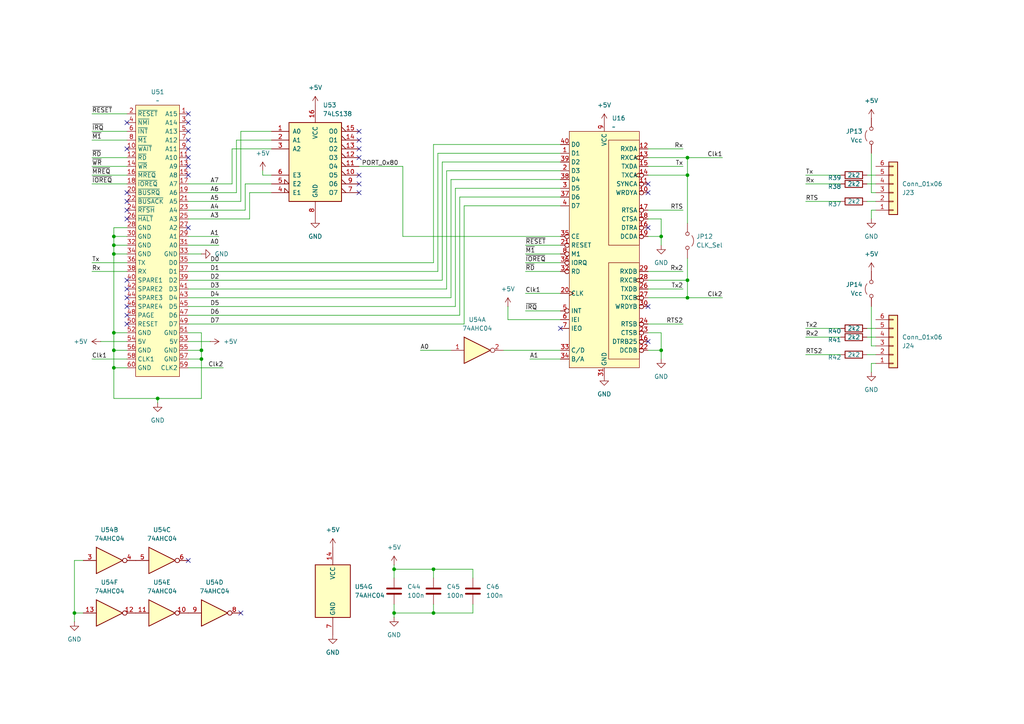
<source format=kicad_sch>
(kicad_sch
	(version 20231120)
	(generator "eeschema")
	(generator_version "8.0")
	(uuid "60756ba9-e59e-4d7c-8300-333ba5b97a4d")
	(paper "A4")
	(lib_symbols
		(symbol "74xx:74AHC04"
			(exclude_from_sim no)
			(in_bom yes)
			(on_board yes)
			(property "Reference" "U"
				(at 0 1.27 0)
				(effects
					(font
						(size 1.27 1.27)
					)
				)
			)
			(property "Value" "74AHC04"
				(at 0 -1.27 0)
				(effects
					(font
						(size 1.27 1.27)
					)
				)
			)
			(property "Footprint" ""
				(at 0 0 0)
				(effects
					(font
						(size 1.27 1.27)
					)
					(hide yes)
				)
			)
			(property "Datasheet" "https://assets.nexperia.com/documents/data-sheet/74AHC_AHCT04.pdf"
				(at 0 0 0)
				(effects
					(font
						(size 1.27 1.27)
					)
					(hide yes)
				)
			)
			(property "Description" "Hex Inverter"
				(at 0 0 0)
				(effects
					(font
						(size 1.27 1.27)
					)
					(hide yes)
				)
			)
			(property "ki_locked" ""
				(at 0 0 0)
				(effects
					(font
						(size 1.27 1.27)
					)
				)
			)
			(property "ki_keywords" "AHCMOS not inv"
				(at 0 0 0)
				(effects
					(font
						(size 1.27 1.27)
					)
					(hide yes)
				)
			)
			(property "ki_fp_filters" "DIP*W7.62mm* SSOP?14* TSSOP?14*"
				(at 0 0 0)
				(effects
					(font
						(size 1.27 1.27)
					)
					(hide yes)
				)
			)
			(symbol "74AHC04_1_0"
				(polyline
					(pts
						(xy -3.81 3.81) (xy -3.81 -3.81) (xy 3.81 0) (xy -3.81 3.81)
					)
					(stroke
						(width 0.254)
						(type default)
					)
					(fill
						(type background)
					)
				)
				(pin input line
					(at -7.62 0 0)
					(length 3.81)
					(name "~"
						(effects
							(font
								(size 1.27 1.27)
							)
						)
					)
					(number "1"
						(effects
							(font
								(size 1.27 1.27)
							)
						)
					)
				)
				(pin output inverted
					(at 7.62 0 180)
					(length 3.81)
					(name "~"
						(effects
							(font
								(size 1.27 1.27)
							)
						)
					)
					(number "2"
						(effects
							(font
								(size 1.27 1.27)
							)
						)
					)
				)
			)
			(symbol "74AHC04_2_0"
				(polyline
					(pts
						(xy -3.81 3.81) (xy -3.81 -3.81) (xy 3.81 0) (xy -3.81 3.81)
					)
					(stroke
						(width 0.254)
						(type default)
					)
					(fill
						(type background)
					)
				)
				(pin input line
					(at -7.62 0 0)
					(length 3.81)
					(name "~"
						(effects
							(font
								(size 1.27 1.27)
							)
						)
					)
					(number "3"
						(effects
							(font
								(size 1.27 1.27)
							)
						)
					)
				)
				(pin output inverted
					(at 7.62 0 180)
					(length 3.81)
					(name "~"
						(effects
							(font
								(size 1.27 1.27)
							)
						)
					)
					(number "4"
						(effects
							(font
								(size 1.27 1.27)
							)
						)
					)
				)
			)
			(symbol "74AHC04_3_0"
				(polyline
					(pts
						(xy -3.81 3.81) (xy -3.81 -3.81) (xy 3.81 0) (xy -3.81 3.81)
					)
					(stroke
						(width 0.254)
						(type default)
					)
					(fill
						(type background)
					)
				)
				(pin input line
					(at -7.62 0 0)
					(length 3.81)
					(name "~"
						(effects
							(font
								(size 1.27 1.27)
							)
						)
					)
					(number "5"
						(effects
							(font
								(size 1.27 1.27)
							)
						)
					)
				)
				(pin output inverted
					(at 7.62 0 180)
					(length 3.81)
					(name "~"
						(effects
							(font
								(size 1.27 1.27)
							)
						)
					)
					(number "6"
						(effects
							(font
								(size 1.27 1.27)
							)
						)
					)
				)
			)
			(symbol "74AHC04_4_0"
				(polyline
					(pts
						(xy -3.81 3.81) (xy -3.81 -3.81) (xy 3.81 0) (xy -3.81 3.81)
					)
					(stroke
						(width 0.254)
						(type default)
					)
					(fill
						(type background)
					)
				)
				(pin output inverted
					(at 7.62 0 180)
					(length 3.81)
					(name "~"
						(effects
							(font
								(size 1.27 1.27)
							)
						)
					)
					(number "8"
						(effects
							(font
								(size 1.27 1.27)
							)
						)
					)
				)
				(pin input line
					(at -7.62 0 0)
					(length 3.81)
					(name "~"
						(effects
							(font
								(size 1.27 1.27)
							)
						)
					)
					(number "9"
						(effects
							(font
								(size 1.27 1.27)
							)
						)
					)
				)
			)
			(symbol "74AHC04_5_0"
				(polyline
					(pts
						(xy -3.81 3.81) (xy -3.81 -3.81) (xy 3.81 0) (xy -3.81 3.81)
					)
					(stroke
						(width 0.254)
						(type default)
					)
					(fill
						(type background)
					)
				)
				(pin output inverted
					(at 7.62 0 180)
					(length 3.81)
					(name "~"
						(effects
							(font
								(size 1.27 1.27)
							)
						)
					)
					(number "10"
						(effects
							(font
								(size 1.27 1.27)
							)
						)
					)
				)
				(pin input line
					(at -7.62 0 0)
					(length 3.81)
					(name "~"
						(effects
							(font
								(size 1.27 1.27)
							)
						)
					)
					(number "11"
						(effects
							(font
								(size 1.27 1.27)
							)
						)
					)
				)
			)
			(symbol "74AHC04_6_0"
				(polyline
					(pts
						(xy -3.81 3.81) (xy -3.81 -3.81) (xy 3.81 0) (xy -3.81 3.81)
					)
					(stroke
						(width 0.254)
						(type default)
					)
					(fill
						(type background)
					)
				)
				(pin output inverted
					(at 7.62 0 180)
					(length 3.81)
					(name "~"
						(effects
							(font
								(size 1.27 1.27)
							)
						)
					)
					(number "12"
						(effects
							(font
								(size 1.27 1.27)
							)
						)
					)
				)
				(pin input line
					(at -7.62 0 0)
					(length 3.81)
					(name "~"
						(effects
							(font
								(size 1.27 1.27)
							)
						)
					)
					(number "13"
						(effects
							(font
								(size 1.27 1.27)
							)
						)
					)
				)
			)
			(symbol "74AHC04_7_0"
				(pin power_in line
					(at 0 12.7 270)
					(length 5.08)
					(name "VCC"
						(effects
							(font
								(size 1.27 1.27)
							)
						)
					)
					(number "14"
						(effects
							(font
								(size 1.27 1.27)
							)
						)
					)
				)
				(pin power_in line
					(at 0 -12.7 90)
					(length 5.08)
					(name "GND"
						(effects
							(font
								(size 1.27 1.27)
							)
						)
					)
					(number "7"
						(effects
							(font
								(size 1.27 1.27)
							)
						)
					)
				)
			)
			(symbol "74AHC04_7_1"
				(rectangle
					(start -5.08 7.62)
					(end 5.08 -7.62)
					(stroke
						(width 0.254)
						(type default)
					)
					(fill
						(type background)
					)
				)
			)
		)
		(symbol "74xx:74LS138"
			(pin_names
				(offset 1.016)
			)
			(exclude_from_sim no)
			(in_bom yes)
			(on_board yes)
			(property "Reference" "U"
				(at -7.62 11.43 0)
				(effects
					(font
						(size 1.27 1.27)
					)
				)
			)
			(property "Value" "74LS138"
				(at -7.62 -13.97 0)
				(effects
					(font
						(size 1.27 1.27)
					)
				)
			)
			(property "Footprint" ""
				(at 0 0 0)
				(effects
					(font
						(size 1.27 1.27)
					)
					(hide yes)
				)
			)
			(property "Datasheet" "http://www.ti.com/lit/gpn/sn74LS138"
				(at 0 0 0)
				(effects
					(font
						(size 1.27 1.27)
					)
					(hide yes)
				)
			)
			(property "Description" "Decoder 3 to 8 active low outputs"
				(at 0 0 0)
				(effects
					(font
						(size 1.27 1.27)
					)
					(hide yes)
				)
			)
			(property "ki_locked" ""
				(at 0 0 0)
				(effects
					(font
						(size 1.27 1.27)
					)
				)
			)
			(property "ki_keywords" "TTL DECOD DECOD8"
				(at 0 0 0)
				(effects
					(font
						(size 1.27 1.27)
					)
					(hide yes)
				)
			)
			(property "ki_fp_filters" "DIP?16*"
				(at 0 0 0)
				(effects
					(font
						(size 1.27 1.27)
					)
					(hide yes)
				)
			)
			(symbol "74LS138_1_0"
				(pin input line
					(at -12.7 7.62 0)
					(length 5.08)
					(name "A0"
						(effects
							(font
								(size 1.27 1.27)
							)
						)
					)
					(number "1"
						(effects
							(font
								(size 1.27 1.27)
							)
						)
					)
				)
				(pin output output_low
					(at 12.7 -5.08 180)
					(length 5.08)
					(name "O5"
						(effects
							(font
								(size 1.27 1.27)
							)
						)
					)
					(number "10"
						(effects
							(font
								(size 1.27 1.27)
							)
						)
					)
				)
				(pin output output_low
					(at 12.7 -2.54 180)
					(length 5.08)
					(name "O4"
						(effects
							(font
								(size 1.27 1.27)
							)
						)
					)
					(number "11"
						(effects
							(font
								(size 1.27 1.27)
							)
						)
					)
				)
				(pin output output_low
					(at 12.7 0 180)
					(length 5.08)
					(name "O3"
						(effects
							(font
								(size 1.27 1.27)
							)
						)
					)
					(number "12"
						(effects
							(font
								(size 1.27 1.27)
							)
						)
					)
				)
				(pin output output_low
					(at 12.7 2.54 180)
					(length 5.08)
					(name "O2"
						(effects
							(font
								(size 1.27 1.27)
							)
						)
					)
					(number "13"
						(effects
							(font
								(size 1.27 1.27)
							)
						)
					)
				)
				(pin output output_low
					(at 12.7 5.08 180)
					(length 5.08)
					(name "O1"
						(effects
							(font
								(size 1.27 1.27)
							)
						)
					)
					(number "14"
						(effects
							(font
								(size 1.27 1.27)
							)
						)
					)
				)
				(pin output output_low
					(at 12.7 7.62 180)
					(length 5.08)
					(name "O0"
						(effects
							(font
								(size 1.27 1.27)
							)
						)
					)
					(number "15"
						(effects
							(font
								(size 1.27 1.27)
							)
						)
					)
				)
				(pin power_in line
					(at 0 15.24 270)
					(length 5.08)
					(name "VCC"
						(effects
							(font
								(size 1.27 1.27)
							)
						)
					)
					(number "16"
						(effects
							(font
								(size 1.27 1.27)
							)
						)
					)
				)
				(pin input line
					(at -12.7 5.08 0)
					(length 5.08)
					(name "A1"
						(effects
							(font
								(size 1.27 1.27)
							)
						)
					)
					(number "2"
						(effects
							(font
								(size 1.27 1.27)
							)
						)
					)
				)
				(pin input line
					(at -12.7 2.54 0)
					(length 5.08)
					(name "A2"
						(effects
							(font
								(size 1.27 1.27)
							)
						)
					)
					(number "3"
						(effects
							(font
								(size 1.27 1.27)
							)
						)
					)
				)
				(pin input input_low
					(at -12.7 -10.16 0)
					(length 5.08)
					(name "E1"
						(effects
							(font
								(size 1.27 1.27)
							)
						)
					)
					(number "4"
						(effects
							(font
								(size 1.27 1.27)
							)
						)
					)
				)
				(pin input input_low
					(at -12.7 -7.62 0)
					(length 5.08)
					(name "E2"
						(effects
							(font
								(size 1.27 1.27)
							)
						)
					)
					(number "5"
						(effects
							(font
								(size 1.27 1.27)
							)
						)
					)
				)
				(pin input line
					(at -12.7 -5.08 0)
					(length 5.08)
					(name "E3"
						(effects
							(font
								(size 1.27 1.27)
							)
						)
					)
					(number "6"
						(effects
							(font
								(size 1.27 1.27)
							)
						)
					)
				)
				(pin output output_low
					(at 12.7 -10.16 180)
					(length 5.08)
					(name "O7"
						(effects
							(font
								(size 1.27 1.27)
							)
						)
					)
					(number "7"
						(effects
							(font
								(size 1.27 1.27)
							)
						)
					)
				)
				(pin power_in line
					(at 0 -17.78 90)
					(length 5.08)
					(name "GND"
						(effects
							(font
								(size 1.27 1.27)
							)
						)
					)
					(number "8"
						(effects
							(font
								(size 1.27 1.27)
							)
						)
					)
				)
				(pin output output_low
					(at 12.7 -7.62 180)
					(length 5.08)
					(name "O6"
						(effects
							(font
								(size 1.27 1.27)
							)
						)
					)
					(number "9"
						(effects
							(font
								(size 1.27 1.27)
							)
						)
					)
				)
			)
			(symbol "74LS138_1_1"
				(rectangle
					(start -7.62 10.16)
					(end 7.62 -12.7)
					(stroke
						(width 0.254)
						(type default)
					)
					(fill
						(type background)
					)
				)
			)
		)
		(symbol "Connector_Generic:Conn_01x06"
			(pin_names
				(offset 1.016) hide)
			(exclude_from_sim no)
			(in_bom yes)
			(on_board yes)
			(property "Reference" "J"
				(at 0 7.62 0)
				(effects
					(font
						(size 1.27 1.27)
					)
				)
			)
			(property "Value" "Conn_01x06"
				(at 0 -10.16 0)
				(effects
					(font
						(size 1.27 1.27)
					)
				)
			)
			(property "Footprint" ""
				(at 0 0 0)
				(effects
					(font
						(size 1.27 1.27)
					)
					(hide yes)
				)
			)
			(property "Datasheet" "~"
				(at 0 0 0)
				(effects
					(font
						(size 1.27 1.27)
					)
					(hide yes)
				)
			)
			(property "Description" "Generic connector, single row, 01x06, script generated (kicad-library-utils/schlib/autogen/connector/)"
				(at 0 0 0)
				(effects
					(font
						(size 1.27 1.27)
					)
					(hide yes)
				)
			)
			(property "ki_keywords" "connector"
				(at 0 0 0)
				(effects
					(font
						(size 1.27 1.27)
					)
					(hide yes)
				)
			)
			(property "ki_fp_filters" "Connector*:*_1x??_*"
				(at 0 0 0)
				(effects
					(font
						(size 1.27 1.27)
					)
					(hide yes)
				)
			)
			(symbol "Conn_01x06_1_1"
				(rectangle
					(start -1.27 -7.493)
					(end 0 -7.747)
					(stroke
						(width 0.1524)
						(type default)
					)
					(fill
						(type none)
					)
				)
				(rectangle
					(start -1.27 -4.953)
					(end 0 -5.207)
					(stroke
						(width 0.1524)
						(type default)
					)
					(fill
						(type none)
					)
				)
				(rectangle
					(start -1.27 -2.413)
					(end 0 -2.667)
					(stroke
						(width 0.1524)
						(type default)
					)
					(fill
						(type none)
					)
				)
				(rectangle
					(start -1.27 0.127)
					(end 0 -0.127)
					(stroke
						(width 0.1524)
						(type default)
					)
					(fill
						(type none)
					)
				)
				(rectangle
					(start -1.27 2.667)
					(end 0 2.413)
					(stroke
						(width 0.1524)
						(type default)
					)
					(fill
						(type none)
					)
				)
				(rectangle
					(start -1.27 5.207)
					(end 0 4.953)
					(stroke
						(width 0.1524)
						(type default)
					)
					(fill
						(type none)
					)
				)
				(rectangle
					(start -1.27 6.35)
					(end 1.27 -8.89)
					(stroke
						(width 0.254)
						(type default)
					)
					(fill
						(type background)
					)
				)
				(pin passive line
					(at -5.08 5.08 0)
					(length 3.81)
					(name "Pin_1"
						(effects
							(font
								(size 1.27 1.27)
							)
						)
					)
					(number "1"
						(effects
							(font
								(size 1.27 1.27)
							)
						)
					)
				)
				(pin passive line
					(at -5.08 2.54 0)
					(length 3.81)
					(name "Pin_2"
						(effects
							(font
								(size 1.27 1.27)
							)
						)
					)
					(number "2"
						(effects
							(font
								(size 1.27 1.27)
							)
						)
					)
				)
				(pin passive line
					(at -5.08 0 0)
					(length 3.81)
					(name "Pin_3"
						(effects
							(font
								(size 1.27 1.27)
							)
						)
					)
					(number "3"
						(effects
							(font
								(size 1.27 1.27)
							)
						)
					)
				)
				(pin passive line
					(at -5.08 -2.54 0)
					(length 3.81)
					(name "Pin_4"
						(effects
							(font
								(size 1.27 1.27)
							)
						)
					)
					(number "4"
						(effects
							(font
								(size 1.27 1.27)
							)
						)
					)
				)
				(pin passive line
					(at -5.08 -5.08 0)
					(length 3.81)
					(name "Pin_5"
						(effects
							(font
								(size 1.27 1.27)
							)
						)
					)
					(number "5"
						(effects
							(font
								(size 1.27 1.27)
							)
						)
					)
				)
				(pin passive line
					(at -5.08 -7.62 0)
					(length 3.81)
					(name "Pin_6"
						(effects
							(font
								(size 1.27 1.27)
							)
						)
					)
					(number "6"
						(effects
							(font
								(size 1.27 1.27)
							)
						)
					)
				)
			)
		)
		(symbol "Device:C"
			(pin_numbers hide)
			(pin_names
				(offset 0.254)
			)
			(exclude_from_sim no)
			(in_bom yes)
			(on_board yes)
			(property "Reference" "C"
				(at 0.635 2.54 0)
				(effects
					(font
						(size 1.27 1.27)
					)
					(justify left)
				)
			)
			(property "Value" "C"
				(at 0.635 -2.54 0)
				(effects
					(font
						(size 1.27 1.27)
					)
					(justify left)
				)
			)
			(property "Footprint" ""
				(at 0.9652 -3.81 0)
				(effects
					(font
						(size 1.27 1.27)
					)
					(hide yes)
				)
			)
			(property "Datasheet" "~"
				(at 0 0 0)
				(effects
					(font
						(size 1.27 1.27)
					)
					(hide yes)
				)
			)
			(property "Description" "Unpolarized capacitor"
				(at 0 0 0)
				(effects
					(font
						(size 1.27 1.27)
					)
					(hide yes)
				)
			)
			(property "ki_keywords" "cap capacitor"
				(at 0 0 0)
				(effects
					(font
						(size 1.27 1.27)
					)
					(hide yes)
				)
			)
			(property "ki_fp_filters" "C_*"
				(at 0 0 0)
				(effects
					(font
						(size 1.27 1.27)
					)
					(hide yes)
				)
			)
			(symbol "C_0_1"
				(polyline
					(pts
						(xy -2.032 -0.762) (xy 2.032 -0.762)
					)
					(stroke
						(width 0.508)
						(type default)
					)
					(fill
						(type none)
					)
				)
				(polyline
					(pts
						(xy -2.032 0.762) (xy 2.032 0.762)
					)
					(stroke
						(width 0.508)
						(type default)
					)
					(fill
						(type none)
					)
				)
			)
			(symbol "C_1_1"
				(pin passive line
					(at 0 3.81 270)
					(length 2.794)
					(name "~"
						(effects
							(font
								(size 1.27 1.27)
							)
						)
					)
					(number "1"
						(effects
							(font
								(size 1.27 1.27)
							)
						)
					)
				)
				(pin passive line
					(at 0 -3.81 90)
					(length 2.794)
					(name "~"
						(effects
							(font
								(size 1.27 1.27)
							)
						)
					)
					(number "2"
						(effects
							(font
								(size 1.27 1.27)
							)
						)
					)
				)
			)
		)
		(symbol "Device:R"
			(pin_numbers hide)
			(pin_names
				(offset 0)
			)
			(exclude_from_sim no)
			(in_bom yes)
			(on_board yes)
			(property "Reference" "R"
				(at 2.032 0 90)
				(effects
					(font
						(size 1.27 1.27)
					)
				)
			)
			(property "Value" "R"
				(at 0 0 90)
				(effects
					(font
						(size 1.27 1.27)
					)
				)
			)
			(property "Footprint" ""
				(at -1.778 0 90)
				(effects
					(font
						(size 1.27 1.27)
					)
					(hide yes)
				)
			)
			(property "Datasheet" "~"
				(at 0 0 0)
				(effects
					(font
						(size 1.27 1.27)
					)
					(hide yes)
				)
			)
			(property "Description" "Resistor"
				(at 0 0 0)
				(effects
					(font
						(size 1.27 1.27)
					)
					(hide yes)
				)
			)
			(property "ki_keywords" "R res resistor"
				(at 0 0 0)
				(effects
					(font
						(size 1.27 1.27)
					)
					(hide yes)
				)
			)
			(property "ki_fp_filters" "R_*"
				(at 0 0 0)
				(effects
					(font
						(size 1.27 1.27)
					)
					(hide yes)
				)
			)
			(symbol "R_0_1"
				(rectangle
					(start -1.016 -2.54)
					(end 1.016 2.54)
					(stroke
						(width 0.254)
						(type default)
					)
					(fill
						(type none)
					)
				)
			)
			(symbol "R_1_1"
				(pin passive line
					(at 0 3.81 270)
					(length 1.27)
					(name "~"
						(effects
							(font
								(size 1.27 1.27)
							)
						)
					)
					(number "1"
						(effects
							(font
								(size 1.27 1.27)
							)
						)
					)
				)
				(pin passive line
					(at 0 -3.81 90)
					(length 1.27)
					(name "~"
						(effects
							(font
								(size 1.27 1.27)
							)
						)
					)
					(number "2"
						(effects
							(font
								(size 1.27 1.27)
							)
						)
					)
				)
			)
		)
		(symbol "Jumper:Jumper_2_Open"
			(pin_numbers hide)
			(pin_names
				(offset 0) hide)
			(exclude_from_sim yes)
			(in_bom yes)
			(on_board yes)
			(property "Reference" "JP"
				(at 0 2.794 0)
				(effects
					(font
						(size 1.27 1.27)
					)
				)
			)
			(property "Value" "Jumper_2_Open"
				(at 0 -2.286 0)
				(effects
					(font
						(size 1.27 1.27)
					)
				)
			)
			(property "Footprint" ""
				(at 0 0 0)
				(effects
					(font
						(size 1.27 1.27)
					)
					(hide yes)
				)
			)
			(property "Datasheet" "~"
				(at 0 0 0)
				(effects
					(font
						(size 1.27 1.27)
					)
					(hide yes)
				)
			)
			(property "Description" "Jumper, 2-pole, open"
				(at 0 0 0)
				(effects
					(font
						(size 1.27 1.27)
					)
					(hide yes)
				)
			)
			(property "ki_keywords" "Jumper SPST"
				(at 0 0 0)
				(effects
					(font
						(size 1.27 1.27)
					)
					(hide yes)
				)
			)
			(property "ki_fp_filters" "Jumper* TestPoint*2Pads* TestPoint*Bridge*"
				(at 0 0 0)
				(effects
					(font
						(size 1.27 1.27)
					)
					(hide yes)
				)
			)
			(symbol "Jumper_2_Open_0_0"
				(circle
					(center -2.032 0)
					(radius 0.508)
					(stroke
						(width 0)
						(type default)
					)
					(fill
						(type none)
					)
				)
				(circle
					(center 2.032 0)
					(radius 0.508)
					(stroke
						(width 0)
						(type default)
					)
					(fill
						(type none)
					)
				)
			)
			(symbol "Jumper_2_Open_0_1"
				(arc
					(start 1.524 1.27)
					(mid 0 1.778)
					(end -1.524 1.27)
					(stroke
						(width 0)
						(type default)
					)
					(fill
						(type none)
					)
				)
			)
			(symbol "Jumper_2_Open_1_1"
				(pin passive line
					(at -5.08 0 0)
					(length 2.54)
					(name "A"
						(effects
							(font
								(size 1.27 1.27)
							)
						)
					)
					(number "1"
						(effects
							(font
								(size 1.27 1.27)
							)
						)
					)
				)
				(pin passive line
					(at 5.08 0 180)
					(length 2.54)
					(name "B"
						(effects
							(font
								(size 1.27 1.27)
							)
						)
					)
					(number "2"
						(effects
							(font
								(size 1.27 1.27)
							)
						)
					)
				)
			)
		)
		(symbol "power:+5V"
			(power)
			(pin_numbers hide)
			(pin_names
				(offset 0) hide)
			(exclude_from_sim no)
			(in_bom yes)
			(on_board yes)
			(property "Reference" "#PWR"
				(at 0 -3.81 0)
				(effects
					(font
						(size 1.27 1.27)
					)
					(hide yes)
				)
			)
			(property "Value" "+5V"
				(at 0 3.556 0)
				(effects
					(font
						(size 1.27 1.27)
					)
				)
			)
			(property "Footprint" ""
				(at 0 0 0)
				(effects
					(font
						(size 1.27 1.27)
					)
					(hide yes)
				)
			)
			(property "Datasheet" ""
				(at 0 0 0)
				(effects
					(font
						(size 1.27 1.27)
					)
					(hide yes)
				)
			)
			(property "Description" "Power symbol creates a global label with name \"+5V\""
				(at 0 0 0)
				(effects
					(font
						(size 1.27 1.27)
					)
					(hide yes)
				)
			)
			(property "ki_keywords" "global power"
				(at 0 0 0)
				(effects
					(font
						(size 1.27 1.27)
					)
					(hide yes)
				)
			)
			(symbol "+5V_0_1"
				(polyline
					(pts
						(xy -0.762 1.27) (xy 0 2.54)
					)
					(stroke
						(width 0)
						(type default)
					)
					(fill
						(type none)
					)
				)
				(polyline
					(pts
						(xy 0 0) (xy 0 2.54)
					)
					(stroke
						(width 0)
						(type default)
					)
					(fill
						(type none)
					)
				)
				(polyline
					(pts
						(xy 0 2.54) (xy 0.762 1.27)
					)
					(stroke
						(width 0)
						(type default)
					)
					(fill
						(type none)
					)
				)
			)
			(symbol "+5V_1_1"
				(pin power_in line
					(at 0 0 90)
					(length 0)
					(name "~"
						(effects
							(font
								(size 1.27 1.27)
							)
						)
					)
					(number "1"
						(effects
							(font
								(size 1.27 1.27)
							)
						)
					)
				)
			)
		)
		(symbol "power:GND"
			(power)
			(pin_numbers hide)
			(pin_names
				(offset 0) hide)
			(exclude_from_sim no)
			(in_bom yes)
			(on_board yes)
			(property "Reference" "#PWR"
				(at 0 -6.35 0)
				(effects
					(font
						(size 1.27 1.27)
					)
					(hide yes)
				)
			)
			(property "Value" "GND"
				(at 0 -3.81 0)
				(effects
					(font
						(size 1.27 1.27)
					)
				)
			)
			(property "Footprint" ""
				(at 0 0 0)
				(effects
					(font
						(size 1.27 1.27)
					)
					(hide yes)
				)
			)
			(property "Datasheet" ""
				(at 0 0 0)
				(effects
					(font
						(size 1.27 1.27)
					)
					(hide yes)
				)
			)
			(property "Description" "Power symbol creates a global label with name \"GND\" , ground"
				(at 0 0 0)
				(effects
					(font
						(size 1.27 1.27)
					)
					(hide yes)
				)
			)
			(property "ki_keywords" "global power"
				(at 0 0 0)
				(effects
					(font
						(size 1.27 1.27)
					)
					(hide yes)
				)
			)
			(symbol "GND_0_1"
				(polyline
					(pts
						(xy 0 0) (xy 0 -1.27) (xy 1.27 -1.27) (xy 0 -2.54) (xy -1.27 -1.27) (xy 0 -1.27)
					)
					(stroke
						(width 0)
						(type default)
					)
					(fill
						(type none)
					)
				)
			)
			(symbol "GND_1_1"
				(pin power_in line
					(at 0 0 270)
					(length 0)
					(name "~"
						(effects
							(font
								(size 1.27 1.27)
							)
						)
					)
					(number "1"
						(effects
							(font
								(size 1.27 1.27)
							)
						)
					)
				)
			)
		)
		(symbol "rc2014:Busconnector"
			(exclude_from_sim no)
			(in_bom yes)
			(on_board yes)
			(property "Reference" "U"
				(at 0 48.514 0)
				(effects
					(font
						(size 1.27 1.27)
					)
				)
			)
			(property "Value" ""
				(at 0 0 0)
				(effects
					(font
						(size 1.27 1.27)
					)
				)
			)
			(property "Footprint" ""
				(at 0 0 0)
				(effects
					(font
						(size 1.27 1.27)
					)
					(hide yes)
				)
			)
			(property "Datasheet" ""
				(at 0 0 0)
				(effects
					(font
						(size 1.27 1.27)
					)
					(hide yes)
				)
			)
			(property "Description" ""
				(at 0 0 0)
				(effects
					(font
						(size 1.27 1.27)
					)
					(hide yes)
				)
			)
			(symbol "Busconnector_1_1"
				(rectangle
					(start -6.35 46.99)
					(end 6.35 -31.75)
					(stroke
						(width 0)
						(type default)
					)
					(fill
						(type background)
					)
				)
				(pin bidirectional line
					(at -8.89 44.45 0)
					(length 2.54)
					(name "A15"
						(effects
							(font
								(size 1.27 1.27)
							)
						)
					)
					(number "1"
						(effects
							(font
								(size 1.27 1.27)
							)
						)
					)
				)
				(pin bidirectional line
					(at 8.89 34.29 180)
					(length 2.54)
					(name "~{WAIT}"
						(effects
							(font
								(size 1.27 1.27)
							)
						)
					)
					(number "10"
						(effects
							(font
								(size 1.27 1.27)
							)
						)
					)
				)
				(pin bidirectional line
					(at -8.89 31.75 0)
					(length 2.54)
					(name "A10"
						(effects
							(font
								(size 1.27 1.27)
							)
						)
					)
					(number "11"
						(effects
							(font
								(size 1.27 1.27)
							)
						)
					)
				)
				(pin bidirectional line
					(at 8.89 31.75 180)
					(length 2.54)
					(name "~{RD}"
						(effects
							(font
								(size 1.27 1.27)
							)
						)
					)
					(number "12"
						(effects
							(font
								(size 1.27 1.27)
							)
						)
					)
				)
				(pin bidirectional line
					(at -8.89 29.21 0)
					(length 2.54)
					(name "A9"
						(effects
							(font
								(size 1.27 1.27)
							)
						)
					)
					(number "13"
						(effects
							(font
								(size 1.27 1.27)
							)
						)
					)
				)
				(pin bidirectional line
					(at 8.89 29.21 180)
					(length 2.54)
					(name "~{WR}"
						(effects
							(font
								(size 1.27 1.27)
							)
						)
					)
					(number "14"
						(effects
							(font
								(size 1.27 1.27)
							)
						)
					)
				)
				(pin bidirectional line
					(at -8.89 26.67 0)
					(length 2.54)
					(name "A8"
						(effects
							(font
								(size 1.27 1.27)
							)
						)
					)
					(number "15"
						(effects
							(font
								(size 1.27 1.27)
							)
						)
					)
				)
				(pin bidirectional line
					(at 8.89 26.67 180)
					(length 2.54)
					(name "~{MREQ}"
						(effects
							(font
								(size 1.27 1.27)
							)
						)
					)
					(number "16"
						(effects
							(font
								(size 1.27 1.27)
							)
						)
					)
				)
				(pin bidirectional line
					(at -8.89 24.13 0)
					(length 2.54)
					(name "A7"
						(effects
							(font
								(size 1.27 1.27)
							)
						)
					)
					(number "17"
						(effects
							(font
								(size 1.27 1.27)
							)
						)
					)
				)
				(pin bidirectional line
					(at 8.89 24.13 180)
					(length 2.54)
					(name "~{IOREQ}"
						(effects
							(font
								(size 1.27 1.27)
							)
						)
					)
					(number "18"
						(effects
							(font
								(size 1.27 1.27)
							)
						)
					)
				)
				(pin bidirectional line
					(at -8.89 21.59 0)
					(length 2.54)
					(name "A6"
						(effects
							(font
								(size 1.27 1.27)
							)
						)
					)
					(number "19"
						(effects
							(font
								(size 1.27 1.27)
							)
						)
					)
				)
				(pin bidirectional line
					(at 8.89 44.45 180)
					(length 2.54)
					(name "~{RESET}"
						(effects
							(font
								(size 1.27 1.27)
							)
						)
					)
					(number "2"
						(effects
							(font
								(size 1.27 1.27)
							)
						)
					)
				)
				(pin bidirectional line
					(at 8.89 21.59 180)
					(length 2.54)
					(name "~{BUSRQ}"
						(effects
							(font
								(size 1.27 1.27)
							)
						)
					)
					(number "20"
						(effects
							(font
								(size 1.27 1.27)
							)
						)
					)
				)
				(pin bidirectional line
					(at -8.89 19.05 0)
					(length 2.54)
					(name "A5"
						(effects
							(font
								(size 1.27 1.27)
							)
						)
					)
					(number "21"
						(effects
							(font
								(size 1.27 1.27)
							)
						)
					)
				)
				(pin bidirectional line
					(at 8.89 19.05 180)
					(length 2.54)
					(name "~{BUSACK}"
						(effects
							(font
								(size 1.27 1.27)
							)
						)
					)
					(number "22"
						(effects
							(font
								(size 1.27 1.27)
							)
						)
					)
				)
				(pin bidirectional line
					(at -8.89 16.51 0)
					(length 2.54)
					(name "A4"
						(effects
							(font
								(size 1.27 1.27)
							)
						)
					)
					(number "23"
						(effects
							(font
								(size 1.27 1.27)
							)
						)
					)
				)
				(pin bidirectional line
					(at 8.89 16.51 180)
					(length 2.54)
					(name "~{RFSH}"
						(effects
							(font
								(size 1.27 1.27)
							)
						)
					)
					(number "24"
						(effects
							(font
								(size 1.27 1.27)
							)
						)
					)
				)
				(pin bidirectional line
					(at -8.89 13.97 0)
					(length 2.54)
					(name "A3"
						(effects
							(font
								(size 1.27 1.27)
							)
						)
					)
					(number "25"
						(effects
							(font
								(size 1.27 1.27)
							)
						)
					)
				)
				(pin bidirectional line
					(at 8.89 13.97 180)
					(length 2.54)
					(name "~{HALT}"
						(effects
							(font
								(size 1.27 1.27)
							)
						)
					)
					(number "26"
						(effects
							(font
								(size 1.27 1.27)
							)
						)
					)
				)
				(pin bidirectional line
					(at -8.89 11.43 0)
					(length 2.54)
					(name "A2"
						(effects
							(font
								(size 1.27 1.27)
							)
						)
					)
					(number "27"
						(effects
							(font
								(size 1.27 1.27)
							)
						)
					)
				)
				(pin power_in line
					(at 8.89 11.43 180)
					(length 2.54)
					(name "GND"
						(effects
							(font
								(size 1.27 1.27)
							)
						)
					)
					(number "28"
						(effects
							(font
								(size 1.27 1.27)
							)
						)
					)
				)
				(pin bidirectional line
					(at -8.89 8.89 0)
					(length 2.54)
					(name "A1"
						(effects
							(font
								(size 1.27 1.27)
							)
						)
					)
					(number "29"
						(effects
							(font
								(size 1.27 1.27)
							)
						)
					)
				)
				(pin bidirectional line
					(at -8.89 41.91 0)
					(length 2.54)
					(name "A14"
						(effects
							(font
								(size 1.27 1.27)
							)
						)
					)
					(number "3"
						(effects
							(font
								(size 1.27 1.27)
							)
						)
					)
				)
				(pin power_in line
					(at 8.89 8.89 180)
					(length 2.54)
					(name "GND"
						(effects
							(font
								(size 1.27 1.27)
							)
						)
					)
					(number "30"
						(effects
							(font
								(size 1.27 1.27)
							)
						)
					)
				)
				(pin bidirectional line
					(at -8.89 6.35 0)
					(length 2.54)
					(name "A0"
						(effects
							(font
								(size 1.27 1.27)
							)
						)
					)
					(number "31"
						(effects
							(font
								(size 1.27 1.27)
							)
						)
					)
				)
				(pin power_in line
					(at 8.89 6.35 180)
					(length 2.54)
					(name "GND"
						(effects
							(font
								(size 1.27 1.27)
							)
						)
					)
					(number "32"
						(effects
							(font
								(size 1.27 1.27)
							)
						)
					)
				)
				(pin power_in line
					(at -8.89 3.81 0)
					(length 2.54)
					(name "GND"
						(effects
							(font
								(size 1.27 1.27)
							)
						)
					)
					(number "33"
						(effects
							(font
								(size 1.27 1.27)
							)
						)
					)
				)
				(pin power_in line
					(at 8.89 3.81 180)
					(length 2.54)
					(name "GND"
						(effects
							(font
								(size 1.27 1.27)
							)
						)
					)
					(number "34"
						(effects
							(font
								(size 1.27 1.27)
							)
						)
					)
				)
				(pin bidirectional line
					(at -8.89 1.27 0)
					(length 2.54)
					(name "D0"
						(effects
							(font
								(size 1.27 1.27)
							)
						)
					)
					(number "35"
						(effects
							(font
								(size 1.27 1.27)
							)
						)
					)
				)
				(pin bidirectional line
					(at 8.89 1.27 180)
					(length 2.54)
					(name "TX"
						(effects
							(font
								(size 1.27 1.27)
							)
						)
					)
					(number "36"
						(effects
							(font
								(size 1.27 1.27)
							)
						)
					)
				)
				(pin bidirectional line
					(at -8.89 -1.27 0)
					(length 2.54)
					(name "D1"
						(effects
							(font
								(size 1.27 1.27)
							)
						)
					)
					(number "37"
						(effects
							(font
								(size 1.27 1.27)
							)
						)
					)
				)
				(pin bidirectional line
					(at 8.89 -1.27 180)
					(length 2.54)
					(name "RX"
						(effects
							(font
								(size 1.27 1.27)
							)
						)
					)
					(number "38"
						(effects
							(font
								(size 1.27 1.27)
							)
						)
					)
				)
				(pin bidirectional line
					(at -8.89 -3.81 0)
					(length 2.54)
					(name "D2"
						(effects
							(font
								(size 1.27 1.27)
							)
						)
					)
					(number "39"
						(effects
							(font
								(size 1.27 1.27)
							)
						)
					)
				)
				(pin bidirectional line
					(at 8.89 41.91 180)
					(length 2.54)
					(name "~{NMI}"
						(effects
							(font
								(size 1.27 1.27)
							)
						)
					)
					(number "4"
						(effects
							(font
								(size 1.27 1.27)
							)
						)
					)
				)
				(pin bidirectional line
					(at 8.89 -3.81 180)
					(length 2.54)
					(name "SPARE1"
						(effects
							(font
								(size 1.27 1.27)
							)
						)
					)
					(number "40"
						(effects
							(font
								(size 1.27 1.27)
							)
						)
					)
				)
				(pin bidirectional line
					(at -8.89 -6.35 0)
					(length 2.54)
					(name "D3"
						(effects
							(font
								(size 1.27 1.27)
							)
						)
					)
					(number "41"
						(effects
							(font
								(size 1.27 1.27)
							)
						)
					)
				)
				(pin bidirectional line
					(at 8.89 -6.35 180)
					(length 2.54)
					(name "SPARE2"
						(effects
							(font
								(size 1.27 1.27)
							)
						)
					)
					(number "42"
						(effects
							(font
								(size 1.27 1.27)
							)
						)
					)
				)
				(pin bidirectional line
					(at -8.89 -8.89 0)
					(length 2.54)
					(name "D4"
						(effects
							(font
								(size 1.27 1.27)
							)
						)
					)
					(number "43"
						(effects
							(font
								(size 1.27 1.27)
							)
						)
					)
				)
				(pin bidirectional line
					(at 8.89 -8.89 180)
					(length 2.54)
					(name "SPARE3"
						(effects
							(font
								(size 1.27 1.27)
							)
						)
					)
					(number "44"
						(effects
							(font
								(size 1.27 1.27)
							)
						)
					)
				)
				(pin bidirectional line
					(at -8.89 -11.43 0)
					(length 2.54)
					(name "D5"
						(effects
							(font
								(size 1.27 1.27)
							)
						)
					)
					(number "45"
						(effects
							(font
								(size 1.27 1.27)
							)
						)
					)
				)
				(pin bidirectional line
					(at 8.89 -11.43 180)
					(length 2.54)
					(name "SPARE4"
						(effects
							(font
								(size 1.27 1.27)
							)
						)
					)
					(number "46"
						(effects
							(font
								(size 1.27 1.27)
							)
						)
					)
				)
				(pin bidirectional line
					(at -8.89 -13.97 0)
					(length 2.54)
					(name "D6"
						(effects
							(font
								(size 1.27 1.27)
							)
						)
					)
					(number "47"
						(effects
							(font
								(size 1.27 1.27)
							)
						)
					)
				)
				(pin bidirectional line
					(at 8.89 -13.97 180)
					(length 2.54)
					(name "PAGE"
						(effects
							(font
								(size 1.27 1.27)
							)
						)
					)
					(number "48"
						(effects
							(font
								(size 1.27 1.27)
							)
						)
					)
				)
				(pin bidirectional line
					(at -8.89 -16.51 0)
					(length 2.54)
					(name "D7"
						(effects
							(font
								(size 1.27 1.27)
							)
						)
					)
					(number "49"
						(effects
							(font
								(size 1.27 1.27)
							)
						)
					)
				)
				(pin bidirectional line
					(at -8.89 39.37 0)
					(length 2.54)
					(name "A13"
						(effects
							(font
								(size 1.27 1.27)
							)
						)
					)
					(number "5"
						(effects
							(font
								(size 1.27 1.27)
							)
						)
					)
				)
				(pin bidirectional line
					(at 8.89 -16.51 180)
					(length 2.54)
					(name "RESET"
						(effects
							(font
								(size 1.27 1.27)
							)
						)
					)
					(number "50"
						(effects
							(font
								(size 1.27 1.27)
							)
						)
					)
				)
				(pin power_out line
					(at -8.89 -19.05 0)
					(length 2.54)
					(name "GND"
						(effects
							(font
								(size 1.27 1.27)
							)
						)
					)
					(number "51"
						(effects
							(font
								(size 1.27 1.27)
							)
						)
					)
				)
				(pin power_in line
					(at 8.89 -19.05 180)
					(length 2.54)
					(name "GND"
						(effects
							(font
								(size 1.27 1.27)
							)
						)
					)
					(number "52"
						(effects
							(font
								(size 1.27 1.27)
							)
						)
					)
				)
				(pin power_out line
					(at -8.89 -21.59 0)
					(length 2.54)
					(name "5V"
						(effects
							(font
								(size 1.27 1.27)
							)
						)
					)
					(number "53"
						(effects
							(font
								(size 1.27 1.27)
							)
						)
					)
				)
				(pin power_in line
					(at 8.89 -21.59 180)
					(length 2.54)
					(name "5V"
						(effects
							(font
								(size 1.27 1.27)
							)
						)
					)
					(number "54"
						(effects
							(font
								(size 1.27 1.27)
							)
						)
					)
				)
				(pin power_in line
					(at -8.89 -24.13 0)
					(length 2.54)
					(name "GND"
						(effects
							(font
								(size 1.27 1.27)
							)
						)
					)
					(number "55"
						(effects
							(font
								(size 1.27 1.27)
							)
						)
					)
				)
				(pin power_in line
					(at 8.89 -24.13 180)
					(length 2.54)
					(name "GND"
						(effects
							(font
								(size 1.27 1.27)
							)
						)
					)
					(number "56"
						(effects
							(font
								(size 1.27 1.27)
							)
						)
					)
				)
				(pin power_in line
					(at -8.89 -26.67 0)
					(length 2.54)
					(name "GND"
						(effects
							(font
								(size 1.27 1.27)
							)
						)
					)
					(number "57"
						(effects
							(font
								(size 1.27 1.27)
							)
						)
					)
				)
				(pin bidirectional line
					(at 8.89 -26.67 180)
					(length 2.54)
					(name "CLK1"
						(effects
							(font
								(size 1.27 1.27)
							)
						)
					)
					(number "58"
						(effects
							(font
								(size 1.27 1.27)
							)
						)
					)
				)
				(pin bidirectional line
					(at -8.89 -29.21 0)
					(length 2.54)
					(name "CLK2"
						(effects
							(font
								(size 1.27 1.27)
							)
						)
					)
					(number "59"
						(effects
							(font
								(size 1.27 1.27)
							)
						)
					)
				)
				(pin bidirectional line
					(at 8.89 39.37 180)
					(length 2.54)
					(name "~{INT}"
						(effects
							(font
								(size 1.27 1.27)
							)
						)
					)
					(number "6"
						(effects
							(font
								(size 1.27 1.27)
							)
						)
					)
				)
				(pin power_in line
					(at 8.89 -29.21 180)
					(length 2.54)
					(name "GND"
						(effects
							(font
								(size 1.27 1.27)
							)
						)
					)
					(number "60"
						(effects
							(font
								(size 1.27 1.27)
							)
						)
					)
				)
				(pin bidirectional line
					(at -8.89 36.83 0)
					(length 2.54)
					(name "A12"
						(effects
							(font
								(size 1.27 1.27)
							)
						)
					)
					(number "7"
						(effects
							(font
								(size 1.27 1.27)
							)
						)
					)
				)
				(pin bidirectional line
					(at 8.89 36.83 180)
					(length 2.54)
					(name "~{M1}"
						(effects
							(font
								(size 1.27 1.27)
							)
						)
					)
					(number "8"
						(effects
							(font
								(size 1.27 1.27)
							)
						)
					)
				)
				(pin bidirectional line
					(at -8.89 34.29 0)
					(length 2.54)
					(name "A11"
						(effects
							(font
								(size 1.27 1.27)
							)
						)
					)
					(number "9"
						(effects
							(font
								(size 1.27 1.27)
							)
						)
					)
				)
			)
		)
		(symbol "rc2014:Z80_SIO2"
			(exclude_from_sim no)
			(in_bom yes)
			(on_board yes)
			(property "Reference" "U"
				(at 3.302 36.83 0)
				(effects
					(font
						(size 1.27 1.27)
					)
				)
			)
			(property "Value" ""
				(at 3.302 36.83 0)
				(effects
					(font
						(size 1.27 1.27)
					)
				)
			)
			(property "Footprint" ""
				(at 3.302 36.83 0)
				(effects
					(font
						(size 1.27 1.27)
					)
					(hide yes)
				)
			)
			(property "Datasheet" ""
				(at 3.302 36.83 0)
				(effects
					(font
						(size 1.27 1.27)
					)
					(hide yes)
				)
			)
			(property "Description" ""
				(at 3.302 36.83 0)
				(effects
					(font
						(size 1.27 1.27)
					)
					(hide yes)
				)
			)
			(symbol "Z80_SIO2_0_1"
				(rectangle
					(start 10.16 -30.48)
					(end 1.27 -2.54)
					(stroke
						(width 0)
						(type default)
					)
					(fill
						(type none)
					)
				)
				(rectangle
					(start 10.16 2.54)
					(end 1.27 33.02)
					(stroke
						(width 0)
						(type default)
					)
					(fill
						(type none)
					)
				)
			)
			(symbol "Z80_SIO2_1_1"
				(rectangle
					(start -10.16 35.56)
					(end 10.16 -33.02)
					(stroke
						(width 0)
						(type default)
					)
					(fill
						(type background)
					)
				)
				(pin input line
					(at -12.7 29.21 0)
					(length 2.54)
					(name "D1"
						(effects
							(font
								(size 1.27 1.27)
							)
						)
					)
					(number "1"
						(effects
							(font
								(size 1.27 1.27)
							)
						)
					)
				)
				(pin input inverted
					(at 12.7 17.78 180)
					(length 2.54)
					(name "WRDYA"
						(effects
							(font
								(size 1.27 1.27)
							)
						)
					)
					(number "10"
						(effects
							(font
								(size 1.27 1.27)
							)
						)
					)
				)
				(pin input inverted
					(at 12.7 20.32 180)
					(length 2.54)
					(name "SYNCA"
						(effects
							(font
								(size 1.27 1.27)
							)
						)
					)
					(number "11"
						(effects
							(font
								(size 1.27 1.27)
							)
						)
					)
				)
				(pin input line
					(at 12.7 30.48 180)
					(length 2.54)
					(name "RXDA"
						(effects
							(font
								(size 1.27 1.27)
							)
						)
					)
					(number "12"
						(effects
							(font
								(size 1.27 1.27)
							)
						)
					)
				)
				(pin input inverted_clock
					(at 12.7 27.94 180)
					(length 2.54)
					(name "RXCA"
						(effects
							(font
								(size 1.27 1.27)
							)
						)
					)
					(number "13"
						(effects
							(font
								(size 1.27 1.27)
							)
						)
					)
				)
				(pin input inverted_clock
					(at 12.7 22.86 180)
					(length 2.54)
					(name "TXCA"
						(effects
							(font
								(size 1.27 1.27)
							)
						)
					)
					(number "14"
						(effects
							(font
								(size 1.27 1.27)
							)
						)
					)
				)
				(pin input line
					(at 12.7 25.4 180)
					(length 2.54)
					(name "TXDA"
						(effects
							(font
								(size 1.27 1.27)
							)
						)
					)
					(number "15"
						(effects
							(font
								(size 1.27 1.27)
							)
						)
					)
				)
				(pin input inverted
					(at 12.7 7.62 180)
					(length 2.54)
					(name "DTRA"
						(effects
							(font
								(size 1.27 1.27)
							)
						)
					)
					(number "16"
						(effects
							(font
								(size 1.27 1.27)
							)
						)
					)
				)
				(pin input inverted
					(at 12.7 -25.4 180)
					(length 2.54)
					(name "DTRB25"
						(effects
							(font
								(size 1.27 1.27)
							)
						)
					)
					(number "16"
						(effects
							(font
								(size 1.27 1.27)
							)
						)
					)
				)
				(pin input inverted
					(at 12.7 12.7 180)
					(length 2.54)
					(name "RTSA"
						(effects
							(font
								(size 1.27 1.27)
							)
						)
					)
					(number "17"
						(effects
							(font
								(size 1.27 1.27)
							)
						)
					)
				)
				(pin input inverted
					(at 12.7 10.16 180)
					(length 2.54)
					(name "CTSA"
						(effects
							(font
								(size 1.27 1.27)
							)
						)
					)
					(number "18"
						(effects
							(font
								(size 1.27 1.27)
							)
						)
					)
				)
				(pin input inverted
					(at 12.7 5.08 180)
					(length 2.54)
					(name "DCDA"
						(effects
							(font
								(size 1.27 1.27)
							)
						)
					)
					(number "19"
						(effects
							(font
								(size 1.27 1.27)
							)
						)
					)
				)
				(pin input line
					(at -12.7 24.13 0)
					(length 2.54)
					(name "D3"
						(effects
							(font
								(size 1.27 1.27)
							)
						)
					)
					(number "2"
						(effects
							(font
								(size 1.27 1.27)
							)
						)
					)
				)
				(pin input clock
					(at -12.7 -11.43 0)
					(length 2.54)
					(name "CLK"
						(effects
							(font
								(size 1.27 1.27)
							)
						)
					)
					(number "20"
						(effects
							(font
								(size 1.27 1.27)
							)
						)
					)
				)
				(pin input inverted
					(at -12.7 2.54 0)
					(length 2.54)
					(name "RESET"
						(effects
							(font
								(size 1.27 1.27)
							)
						)
					)
					(number "21"
						(effects
							(font
								(size 1.27 1.27)
							)
						)
					)
				)
				(pin input inverted
					(at 12.7 -27.94 180)
					(length 2.54)
					(name "DCDB"
						(effects
							(font
								(size 1.27 1.27)
							)
						)
					)
					(number "22"
						(effects
							(font
								(size 1.27 1.27)
							)
						)
					)
				)
				(pin input inverted
					(at 12.7 -22.86 180)
					(length 2.54)
					(name "CTSB"
						(effects
							(font
								(size 1.27 1.27)
							)
						)
					)
					(number "23"
						(effects
							(font
								(size 1.27 1.27)
							)
						)
					)
				)
				(pin input inverted
					(at 12.7 -20.32 180)
					(length 2.54)
					(name "RTSB"
						(effects
							(font
								(size 1.27 1.27)
							)
						)
					)
					(number "24"
						(effects
							(font
								(size 1.27 1.27)
							)
						)
					)
				)
				(pin input line
					(at 12.7 -10.16 180)
					(length 2.54)
					(name "TXDB"
						(effects
							(font
								(size 1.27 1.27)
							)
						)
					)
					(number "26"
						(effects
							(font
								(size 1.27 1.27)
							)
						)
					)
				)
				(pin input inverted_clock
					(at 12.7 -12.7 180)
					(length 2.54)
					(name "TXCB"
						(effects
							(font
								(size 1.27 1.27)
							)
						)
					)
					(number "27"
						(effects
							(font
								(size 1.27 1.27)
							)
						)
					)
				)
				(pin input inverted_clock
					(at 12.7 -7.62 180)
					(length 2.54)
					(name "RXCB"
						(effects
							(font
								(size 1.27 1.27)
							)
						)
					)
					(number "28"
						(effects
							(font
								(size 1.27 1.27)
							)
						)
					)
				)
				(pin input line
					(at 12.7 -5.08 180)
					(length 2.54)
					(name "RXDB"
						(effects
							(font
								(size 1.27 1.27)
							)
						)
					)
					(number "29"
						(effects
							(font
								(size 1.27 1.27)
							)
						)
					)
				)
				(pin input line
					(at -12.7 19.05 0)
					(length 2.54)
					(name "D5"
						(effects
							(font
								(size 1.27 1.27)
							)
						)
					)
					(number "3"
						(effects
							(font
								(size 1.27 1.27)
							)
						)
					)
				)
				(pin input inverted
					(at 12.7 -15.24 180)
					(length 2.54)
					(name "WRDYB"
						(effects
							(font
								(size 1.27 1.27)
							)
						)
					)
					(number "30"
						(effects
							(font
								(size 1.27 1.27)
							)
						)
					)
				)
				(pin power_in line
					(at 0 -35.56 90)
					(length 2.54)
					(name "GND"
						(effects
							(font
								(size 1.27 1.27)
							)
						)
					)
					(number "31"
						(effects
							(font
								(size 1.27 1.27)
							)
						)
					)
				)
				(pin input inverted
					(at -12.7 -5.08 0)
					(length 2.54)
					(name "RD"
						(effects
							(font
								(size 1.27 1.27)
							)
						)
					)
					(number "32"
						(effects
							(font
								(size 1.27 1.27)
							)
						)
					)
				)
				(pin input line
					(at -12.7 -27.94 0)
					(length 2.54)
					(name "C/D"
						(effects
							(font
								(size 1.27 1.27)
							)
						)
					)
					(number "33"
						(effects
							(font
								(size 1.27 1.27)
							)
						)
					)
				)
				(pin input line
					(at -12.7 -30.48 0)
					(length 2.54)
					(name "B/A"
						(effects
							(font
								(size 1.27 1.27)
							)
						)
					)
					(number "34"
						(effects
							(font
								(size 1.27 1.27)
							)
						)
					)
				)
				(pin input inverted
					(at -12.7 5.08 0)
					(length 2.54)
					(name "CE"
						(effects
							(font
								(size 1.27 1.27)
							)
						)
					)
					(number "35"
						(effects
							(font
								(size 1.27 1.27)
							)
						)
					)
				)
				(pin input inverted
					(at -12.7 -2.54 0)
					(length 2.54)
					(name "IORQ"
						(effects
							(font
								(size 1.27 1.27)
							)
						)
					)
					(number "36"
						(effects
							(font
								(size 1.27 1.27)
							)
						)
					)
				)
				(pin input line
					(at -12.7 16.51 0)
					(length 2.54)
					(name "D6"
						(effects
							(font
								(size 1.27 1.27)
							)
						)
					)
					(number "37"
						(effects
							(font
								(size 1.27 1.27)
							)
						)
					)
				)
				(pin input line
					(at -12.7 21.59 0)
					(length 2.54)
					(name "D4"
						(effects
							(font
								(size 1.27 1.27)
							)
						)
					)
					(number "38"
						(effects
							(font
								(size 1.27 1.27)
							)
						)
					)
				)
				(pin input line
					(at -12.7 26.67 0)
					(length 2.54)
					(name "D2"
						(effects
							(font
								(size 1.27 1.27)
							)
						)
					)
					(number "39"
						(effects
							(font
								(size 1.27 1.27)
							)
						)
					)
				)
				(pin input line
					(at -12.7 13.97 0)
					(length 2.54)
					(name "D7"
						(effects
							(font
								(size 1.27 1.27)
							)
						)
					)
					(number "4"
						(effects
							(font
								(size 1.27 1.27)
							)
						)
					)
				)
				(pin input line
					(at -12.7 31.75 0)
					(length 2.54)
					(name "D0"
						(effects
							(font
								(size 1.27 1.27)
							)
						)
					)
					(number "40"
						(effects
							(font
								(size 1.27 1.27)
							)
						)
					)
				)
				(pin input inverted
					(at -12.7 -16.51 0)
					(length 2.54)
					(name "INT"
						(effects
							(font
								(size 1.27 1.27)
							)
						)
					)
					(number "5"
						(effects
							(font
								(size 1.27 1.27)
							)
						)
					)
				)
				(pin input line
					(at -12.7 -19.05 0)
					(length 2.54)
					(name "IEI"
						(effects
							(font
								(size 1.27 1.27)
							)
						)
					)
					(number "6"
						(effects
							(font
								(size 1.27 1.27)
							)
						)
					)
				)
				(pin input line
					(at -12.7 -21.59 0)
					(length 2.54)
					(name "IEO"
						(effects
							(font
								(size 1.27 1.27)
							)
						)
					)
					(number "7"
						(effects
							(font
								(size 1.27 1.27)
							)
						)
					)
				)
				(pin input inverted
					(at -12.7 0 0)
					(length 2.54)
					(name "M1"
						(effects
							(font
								(size 1.27 1.27)
							)
						)
					)
					(number "8"
						(effects
							(font
								(size 1.27 1.27)
							)
						)
					)
				)
				(pin power_in line
					(at 0 38.1 270)
					(length 2.54)
					(name "VCC"
						(effects
							(font
								(size 1.27 1.27)
							)
						)
					)
					(number "9"
						(effects
							(font
								(size 1.27 1.27)
							)
						)
					)
				)
			)
		)
	)
	(junction
		(at 21.59 177.8)
		(diameter 0)
		(color 0 0 0 0)
		(uuid "0695175f-bfc2-4d39-8a19-5133ebf63b17")
	)
	(junction
		(at 33.02 68.58)
		(diameter 0)
		(color 0 0 0 0)
		(uuid "1a292d3e-f4c4-42e4-b7ae-8e559c66e619")
	)
	(junction
		(at 125.73 177.8)
		(diameter 0)
		(color 0 0 0 0)
		(uuid "2df190a3-9956-4c42-b58f-7b1c4e669e3f")
	)
	(junction
		(at 33.02 101.6)
		(diameter 0)
		(color 0 0 0 0)
		(uuid "39f0ffb4-e307-4ae7-ac66-b94162abbf18")
	)
	(junction
		(at 58.42 104.14)
		(diameter 0)
		(color 0 0 0 0)
		(uuid "55bf4a73-3f21-4a07-8a45-375d45bdd544")
	)
	(junction
		(at 33.02 96.52)
		(diameter 0)
		(color 0 0 0 0)
		(uuid "56138852-ae14-4832-8e19-412775dda49d")
	)
	(junction
		(at 191.77 68.58)
		(diameter 0)
		(color 0 0 0 0)
		(uuid "690c43e4-4aad-4c49-b626-36a96f54370c")
	)
	(junction
		(at 191.77 101.6)
		(diameter 0)
		(color 0 0 0 0)
		(uuid "7c6cb283-efde-4c18-8b04-44b5ec6b54f8")
	)
	(junction
		(at 33.02 106.68)
		(diameter 0)
		(color 0 0 0 0)
		(uuid "92820394-445a-4b08-9d58-0335d9160205")
	)
	(junction
		(at 114.3 177.8)
		(diameter 0)
		(color 0 0 0 0)
		(uuid "93238668-3e2b-48bd-82f8-e7ec32bb42f3")
	)
	(junction
		(at 33.02 73.66)
		(diameter 0)
		(color 0 0 0 0)
		(uuid "95af9aac-ab03-4829-89cc-19612cacab20")
	)
	(junction
		(at 45.72 115.57)
		(diameter 0)
		(color 0 0 0 0)
		(uuid "97b6d281-7ef4-4d50-88d3-09e5b1741107")
	)
	(junction
		(at 125.73 165.1)
		(diameter 0)
		(color 0 0 0 0)
		(uuid "a62f8b46-bb71-44bf-a2d2-f59044e92145")
	)
	(junction
		(at 199.39 81.28)
		(diameter 0)
		(color 0 0 0 0)
		(uuid "b25d6e8a-fd8d-4ff7-b80b-0567d656c1e9")
	)
	(junction
		(at 114.3 165.1)
		(diameter 0)
		(color 0 0 0 0)
		(uuid "c872e31c-258c-407e-aacf-e29010a29d3f")
	)
	(junction
		(at 33.02 71.12)
		(diameter 0)
		(color 0 0 0 0)
		(uuid "dfc5bb8f-93ee-4c7b-ac6a-ed3e1f9a4e9b")
	)
	(junction
		(at 199.39 45.72)
		(diameter 0)
		(color 0 0 0 0)
		(uuid "eb436504-b871-4645-934e-cc8c3d410880")
	)
	(junction
		(at 199.39 50.8)
		(diameter 0)
		(color 0 0 0 0)
		(uuid "ed4e80a3-aaf7-439d-bdc5-dec0c08fb674")
	)
	(junction
		(at 58.42 101.6)
		(diameter 0)
		(color 0 0 0 0)
		(uuid "f7979904-3276-4b2a-9648-38937b6d99dd")
	)
	(junction
		(at 199.39 86.36)
		(diameter 0)
		(color 0 0 0 0)
		(uuid "fb130954-f1fe-4577-97c5-4e0fcc54f563")
	)
	(no_connect
		(at 36.83 63.5)
		(uuid "05d1416d-f59e-4938-b53e-df8ad478f5f7")
	)
	(no_connect
		(at 187.96 88.9)
		(uuid "06fbad47-2548-4550-922d-7f35efaf5c77")
	)
	(no_connect
		(at 104.14 50.8)
		(uuid "0c9ca958-604a-494a-8c06-29aad5b595d9")
	)
	(no_connect
		(at 104.14 45.72)
		(uuid "0d68885f-a09f-42f3-a049-68c85981cada")
	)
	(no_connect
		(at 104.14 38.1)
		(uuid "14d05a6b-18ab-42b0-8fff-a4c23e46022a")
	)
	(no_connect
		(at 162.56 95.25)
		(uuid "16149b8d-00e1-4fd2-82e5-3abaea482881")
	)
	(no_connect
		(at 36.83 55.88)
		(uuid "163dffb7-e4ba-441d-a4fe-c771c5e82a79")
	)
	(no_connect
		(at 54.61 43.18)
		(uuid "1983ba3e-7b64-4357-b699-8702f899118e")
	)
	(no_connect
		(at 36.83 93.98)
		(uuid "27810bdb-0cff-48af-916f-a3170b2e3829")
	)
	(no_connect
		(at 187.96 66.04)
		(uuid "43518197-d68a-435c-8328-0a61896a7642")
	)
	(no_connect
		(at 187.96 53.34)
		(uuid "4e82ccd3-037b-450b-9323-ee5a56367cec")
	)
	(no_connect
		(at 54.61 66.04)
		(uuid "55784523-24e5-458f-8fc1-9895dc4c55cb")
	)
	(no_connect
		(at 54.61 33.02)
		(uuid "5590c83f-3d39-44cf-8483-f60a384129bd")
	)
	(no_connect
		(at 36.83 58.42)
		(uuid "576230f4-7d70-47df-83af-537c2d88c685")
	)
	(no_connect
		(at 104.14 40.64)
		(uuid "5ddd5f2f-24ff-4440-a74b-ebc38cc0e4ed")
	)
	(no_connect
		(at 187.96 55.88)
		(uuid "64c03111-6743-4389-8c75-bd457ebd3f9f")
	)
	(no_connect
		(at 36.83 81.28)
		(uuid "70618c49-8d9a-48f3-a25f-ea633be51273")
	)
	(no_connect
		(at 104.14 53.34)
		(uuid "74ab9a48-91fc-40a1-90ed-a430efc36355")
	)
	(no_connect
		(at 187.96 99.06)
		(uuid "7d439a51-48cb-45fd-8624-20e0eb244d57")
	)
	(no_connect
		(at 36.83 35.56)
		(uuid "835b4915-77f4-45b5-9702-a54479610d57")
	)
	(no_connect
		(at 54.61 38.1)
		(uuid "84bfc2fb-7db2-40a9-b3be-c2cce9bcf835")
	)
	(no_connect
		(at 36.83 60.96)
		(uuid "8c8cfb2e-2274-4f3c-b2d2-59b9ba214a53")
	)
	(no_connect
		(at 54.61 45.72)
		(uuid "8d5dba48-838c-4387-a8ef-8bdb633c6876")
	)
	(no_connect
		(at 36.83 88.9)
		(uuid "924734e4-dff0-424d-85eb-01ebbee1deca")
	)
	(no_connect
		(at 54.61 35.56)
		(uuid "9c2e7f70-7d4b-47a0-8b9e-ec86338e0435")
	)
	(no_connect
		(at 104.14 55.88)
		(uuid "9d43a50b-8f60-478b-a805-2643d72801a8")
	)
	(no_connect
		(at 36.83 43.18)
		(uuid "a44d24d3-ca4b-46e8-96a4-4cd9794afe81")
	)
	(no_connect
		(at 104.14 43.18)
		(uuid "ae64349c-f8a8-4960-bae3-da4a76362341")
	)
	(no_connect
		(at 36.83 86.36)
		(uuid "b7496d9b-0ddd-4fee-848a-24bc4bfccd73")
	)
	(no_connect
		(at 54.61 50.8)
		(uuid "b9642254-12af-4289-8265-1a094aa0435e")
	)
	(no_connect
		(at 69.85 177.8)
		(uuid "c47c1811-f02f-4ed4-91dd-5ebff3d1f1c6")
	)
	(no_connect
		(at 54.61 40.64)
		(uuid "c59ac444-bb49-4ccd-83e0-66b4ba4ee0aa")
	)
	(no_connect
		(at 54.61 48.26)
		(uuid "cd19d418-2610-43eb-8f84-38d5b8308cd3")
	)
	(no_connect
		(at 36.83 83.82)
		(uuid "de212e26-0131-45cb-a384-4657fb88c9e9")
	)
	(no_connect
		(at 54.61 162.56)
		(uuid "e1fa6bc1-ef3d-49bc-b053-fe89f809ed55")
	)
	(no_connect
		(at 36.83 91.44)
		(uuid "efd01a43-73ee-4b12-9c13-845171e5c6ec")
	)
	(wire
		(pts
			(xy 199.39 64.77) (xy 199.39 50.8)
		)
		(stroke
			(width 0)
			(type default)
		)
		(uuid "01b2c84d-aac7-429a-aa8e-1ce7cb5a10dc")
	)
	(wire
		(pts
			(xy 162.56 90.17) (xy 152.4 90.17)
		)
		(stroke
			(width 0)
			(type default)
		)
		(uuid "03fa4a3e-4e64-41c3-8b01-df48e5b8c0f9")
	)
	(wire
		(pts
			(xy 252.73 60.96) (xy 254 60.96)
		)
		(stroke
			(width 0)
			(type default)
		)
		(uuid "0498bee0-9cdc-419d-b2fa-25bcc1d30f9f")
	)
	(wire
		(pts
			(xy 33.02 106.68) (xy 33.02 115.57)
		)
		(stroke
			(width 0)
			(type default)
		)
		(uuid "04a16645-8913-47bd-b855-2ee15827f4db")
	)
	(wire
		(pts
			(xy 63.5 71.12) (xy 54.61 71.12)
		)
		(stroke
			(width 0)
			(type default)
		)
		(uuid "0520da23-6174-47fe-9fad-12e81e6b0480")
	)
	(wire
		(pts
			(xy 187.96 60.96) (xy 198.12 60.96)
		)
		(stroke
			(width 0)
			(type default)
		)
		(uuid "06117e30-d497-4899-8f2d-08878e45f692")
	)
	(wire
		(pts
			(xy 199.39 45.72) (xy 209.55 45.72)
		)
		(stroke
			(width 0)
			(type default)
		)
		(uuid "08d7aee6-f520-4ad6-bcd7-92ac4f6446dc")
	)
	(wire
		(pts
			(xy 58.42 104.14) (xy 54.61 104.14)
		)
		(stroke
			(width 0)
			(type default)
		)
		(uuid "0927733f-3446-4baf-8219-50eee881bc4b")
	)
	(wire
		(pts
			(xy 128.27 81.28) (xy 54.61 81.28)
		)
		(stroke
			(width 0)
			(type default)
		)
		(uuid "0bb5aae3-6034-4c15-81a4-e9a97a94ca69")
	)
	(wire
		(pts
			(xy 129.54 83.82) (xy 54.61 83.82)
		)
		(stroke
			(width 0)
			(type default)
		)
		(uuid "0bcd0ce8-9672-4242-9c12-8959a7ea4f2c")
	)
	(wire
		(pts
			(xy 58.42 115.57) (xy 58.42 104.14)
		)
		(stroke
			(width 0)
			(type default)
		)
		(uuid "0dbfe4c4-a8c8-4ff1-bd9b-8f7d563511d8")
	)
	(wire
		(pts
			(xy 191.77 96.52) (xy 187.96 96.52)
		)
		(stroke
			(width 0)
			(type default)
		)
		(uuid "0e08796a-c721-4a3d-bd91-076b2f8c8de9")
	)
	(wire
		(pts
			(xy 129.54 49.53) (xy 162.56 49.53)
		)
		(stroke
			(width 0)
			(type default)
		)
		(uuid "1007e30b-6e40-449e-a5d9-b98ea5af2aa5")
	)
	(wire
		(pts
			(xy 191.77 104.14) (xy 191.77 101.6)
		)
		(stroke
			(width 0)
			(type default)
		)
		(uuid "100a514f-5202-4d7b-880d-d818491d3c01")
	)
	(wire
		(pts
			(xy 33.02 68.58) (xy 33.02 71.12)
		)
		(stroke
			(width 0)
			(type default)
		)
		(uuid "1065239a-cb23-4cb0-8cb2-d13535704918")
	)
	(wire
		(pts
			(xy 153.67 104.14) (xy 162.56 104.14)
		)
		(stroke
			(width 0)
			(type default)
		)
		(uuid "11be0682-b5b3-458f-8a3f-f111a0a9fc27")
	)
	(wire
		(pts
			(xy 78.74 38.1) (xy 69.85 38.1)
		)
		(stroke
			(width 0)
			(type default)
		)
		(uuid "11f37623-a997-45b1-b2e0-fb2d72e78052")
	)
	(wire
		(pts
			(xy 116.84 48.26) (xy 116.84 68.58)
		)
		(stroke
			(width 0)
			(type default)
		)
		(uuid "14883b25-e7b6-49e1-ba14-d98e5bf42d28")
	)
	(wire
		(pts
			(xy 36.83 101.6) (xy 33.02 101.6)
		)
		(stroke
			(width 0)
			(type default)
		)
		(uuid "1a385c89-0470-4b96-b3fd-b011cd29fb31")
	)
	(wire
		(pts
			(xy 78.74 55.88) (xy 72.39 55.88)
		)
		(stroke
			(width 0)
			(type default)
		)
		(uuid "1c81eb42-72ff-463a-9184-eba06c7d55ce")
	)
	(wire
		(pts
			(xy 114.3 175.26) (xy 114.3 177.8)
		)
		(stroke
			(width 0)
			(type default)
		)
		(uuid "1e08926f-b99b-4007-9e9a-02019cbceba7")
	)
	(wire
		(pts
			(xy 132.08 88.9) (xy 54.61 88.9)
		)
		(stroke
			(width 0)
			(type default)
		)
		(uuid "23bb29b2-2926-4ff4-bd9f-fa0eda4e2b6c")
	)
	(wire
		(pts
			(xy 187.96 93.98) (xy 198.12 93.98)
		)
		(stroke
			(width 0)
			(type default)
		)
		(uuid "2470d60c-ae04-4cfe-8cb1-3798b32bf6d3")
	)
	(wire
		(pts
			(xy 67.31 43.18) (xy 67.31 53.34)
		)
		(stroke
			(width 0)
			(type default)
		)
		(uuid "27e85bcc-2116-4e92-82de-29cf27e767ee")
	)
	(wire
		(pts
			(xy 78.74 53.34) (xy 71.12 53.34)
		)
		(stroke
			(width 0)
			(type default)
		)
		(uuid "28156e96-2a0b-4ce4-a391-86fd0c6e2c38")
	)
	(wire
		(pts
			(xy 243.84 95.25) (xy 233.68 95.25)
		)
		(stroke
			(width 0)
			(type default)
		)
		(uuid "2aa66789-efcd-40ad-89c8-13ae6bb6cac4")
	)
	(wire
		(pts
			(xy 21.59 177.8) (xy 24.13 177.8)
		)
		(stroke
			(width 0)
			(type default)
		)
		(uuid "2e89eac5-6373-45ee-8ea9-93a8a21b512b")
	)
	(wire
		(pts
			(xy 199.39 50.8) (xy 199.39 45.72)
		)
		(stroke
			(width 0)
			(type default)
		)
		(uuid "2eb9f17d-cfb3-43f4-bf7d-b5b8b7a25c7d")
	)
	(wire
		(pts
			(xy 130.81 52.07) (xy 130.81 86.36)
		)
		(stroke
			(width 0)
			(type default)
		)
		(uuid "2f49712a-409a-4e44-8dae-a520f37e5f9f")
	)
	(wire
		(pts
			(xy 114.3 179.07) (xy 114.3 177.8)
		)
		(stroke
			(width 0)
			(type default)
		)
		(uuid "30357581-619c-437c-bc7b-5ce1c7a3d74e")
	)
	(wire
		(pts
			(xy 147.32 88.9) (xy 147.32 92.71)
		)
		(stroke
			(width 0)
			(type default)
		)
		(uuid "30a0281f-e5b5-4b53-b112-42da78d73e15")
	)
	(wire
		(pts
			(xy 36.83 76.2) (xy 26.67 76.2)
		)
		(stroke
			(width 0)
			(type default)
		)
		(uuid "32c30289-6367-4cc5-b06b-11d294958318")
	)
	(wire
		(pts
			(xy 187.96 101.6) (xy 191.77 101.6)
		)
		(stroke
			(width 0)
			(type default)
		)
		(uuid "3321f2b8-8304-4078-b034-e8a5a03cc8db")
	)
	(wire
		(pts
			(xy 60.96 99.06) (xy 54.61 99.06)
		)
		(stroke
			(width 0)
			(type default)
		)
		(uuid "338da8c0-16e9-4eba-b74f-873a48f657de")
	)
	(wire
		(pts
			(xy 58.42 101.6) (xy 58.42 96.52)
		)
		(stroke
			(width 0)
			(type default)
		)
		(uuid "345f1ce4-c35e-44a5-b2d8-2890800299b3")
	)
	(wire
		(pts
			(xy 69.85 38.1) (xy 69.85 58.42)
		)
		(stroke
			(width 0)
			(type default)
		)
		(uuid "36c7dd5d-7396-430c-85ca-259cceab5abd")
	)
	(wire
		(pts
			(xy 146.05 101.6) (xy 162.56 101.6)
		)
		(stroke
			(width 0)
			(type default)
		)
		(uuid "37461bae-ae98-4167-9f80-8bccbe4bc175")
	)
	(wire
		(pts
			(xy 33.02 71.12) (xy 33.02 73.66)
		)
		(stroke
			(width 0)
			(type default)
		)
		(uuid "3bc7b744-30a4-4f8d-ad72-fe2dfe4db469")
	)
	(wire
		(pts
			(xy 125.73 165.1) (xy 114.3 165.1)
		)
		(stroke
			(width 0)
			(type default)
		)
		(uuid "3e142fd2-91f3-4c30-add0-24133255fde6")
	)
	(wire
		(pts
			(xy 33.02 115.57) (xy 45.72 115.57)
		)
		(stroke
			(width 0)
			(type default)
		)
		(uuid "3ecad9ec-7091-4854-84cd-dbf526b14a7c")
	)
	(wire
		(pts
			(xy 252.73 105.41) (xy 254 105.41)
		)
		(stroke
			(width 0)
			(type default)
		)
		(uuid "3fa28842-a2e7-49cd-a9dc-976fccc21bd2")
	)
	(wire
		(pts
			(xy 45.72 115.57) (xy 58.42 115.57)
		)
		(stroke
			(width 0)
			(type default)
		)
		(uuid "3fdb92ec-db47-4d2b-a245-d24d25f6445e")
	)
	(wire
		(pts
			(xy 36.83 33.02) (xy 26.67 33.02)
		)
		(stroke
			(width 0)
			(type default)
		)
		(uuid "4050aba3-8143-4ebf-8d83-94497c2d3186")
	)
	(wire
		(pts
			(xy 114.3 163.83) (xy 114.3 165.1)
		)
		(stroke
			(width 0)
			(type default)
		)
		(uuid "4320c86b-896e-4e3e-b560-8235506c4a7a")
	)
	(wire
		(pts
			(xy 104.14 48.26) (xy 116.84 48.26)
		)
		(stroke
			(width 0)
			(type default)
		)
		(uuid "43b84322-0351-48a8-b2b9-be67f01554cd")
	)
	(wire
		(pts
			(xy 162.56 78.74) (xy 152.4 78.74)
		)
		(stroke
			(width 0)
			(type default)
		)
		(uuid "45901d45-3a8a-4c2b-8094-3995a2fee285")
	)
	(wire
		(pts
			(xy 36.83 71.12) (xy 33.02 71.12)
		)
		(stroke
			(width 0)
			(type default)
		)
		(uuid "45a1e69a-2e46-45d9-8a50-a86a5cff78f2")
	)
	(wire
		(pts
			(xy 147.32 92.71) (xy 162.56 92.71)
		)
		(stroke
			(width 0)
			(type default)
		)
		(uuid "48e523df-f51c-4534-a60d-82370f9767d0")
	)
	(wire
		(pts
			(xy 251.46 58.42) (xy 254 58.42)
		)
		(stroke
			(width 0)
			(type default)
		)
		(uuid "4971c704-e676-449e-b47f-5cc007eed16e")
	)
	(wire
		(pts
			(xy 252.73 100.33) (xy 254 100.33)
		)
		(stroke
			(width 0)
			(type default)
		)
		(uuid "4a5e50f7-5d2a-4f0c-9015-b3837f543f5d")
	)
	(wire
		(pts
			(xy 251.46 95.25) (xy 254 95.25)
		)
		(stroke
			(width 0)
			(type default)
		)
		(uuid "4b6705ff-0997-4f60-ac3e-d69a455c448e")
	)
	(wire
		(pts
			(xy 187.96 43.18) (xy 198.12 43.18)
		)
		(stroke
			(width 0)
			(type default)
		)
		(uuid "4d24e039-79e3-4cba-ac00-baf46fddcf02")
	)
	(wire
		(pts
			(xy 187.96 83.82) (xy 198.12 83.82)
		)
		(stroke
			(width 0)
			(type default)
		)
		(uuid "4d45c86b-a91e-408f-a4d1-acf5c9868742")
	)
	(wire
		(pts
			(xy 187.96 68.58) (xy 191.77 68.58)
		)
		(stroke
			(width 0)
			(type default)
		)
		(uuid "4dff5bcb-051c-48b5-bdba-bad76352c2f0")
	)
	(wire
		(pts
			(xy 36.83 104.14) (xy 26.67 104.14)
		)
		(stroke
			(width 0)
			(type default)
		)
		(uuid "5394f9ad-5101-4cd7-9a65-cf0c6c83a19a")
	)
	(wire
		(pts
			(xy 187.96 78.74) (xy 198.12 78.74)
		)
		(stroke
			(width 0)
			(type default)
		)
		(uuid "55ca884a-1f66-421d-89a2-bcd805ddc3f5")
	)
	(wire
		(pts
			(xy 36.83 106.68) (xy 33.02 106.68)
		)
		(stroke
			(width 0)
			(type default)
		)
		(uuid "56b44696-e7de-49f2-afad-e0d373968309")
	)
	(wire
		(pts
			(xy 114.3 165.1) (xy 114.3 167.64)
		)
		(stroke
			(width 0)
			(type default)
		)
		(uuid "5a75a4dd-139b-4b15-9371-a4966848e259")
	)
	(wire
		(pts
			(xy 134.62 59.69) (xy 134.62 93.98)
		)
		(stroke
			(width 0)
			(type default)
		)
		(uuid "5ba21564-66a6-43ce-9e07-c58a078c511d")
	)
	(wire
		(pts
			(xy 69.85 58.42) (xy 54.61 58.42)
		)
		(stroke
			(width 0)
			(type default)
		)
		(uuid "5c04f505-d1b3-46bd-b4e8-d1601f88edf7")
	)
	(wire
		(pts
			(xy 114.3 177.8) (xy 125.73 177.8)
		)
		(stroke
			(width 0)
			(type default)
		)
		(uuid "5df52c94-b4f1-4ecd-a4f8-c0cb1db1da4a")
	)
	(wire
		(pts
			(xy 54.61 55.88) (xy 68.58 55.88)
		)
		(stroke
			(width 0)
			(type default)
		)
		(uuid "61a257c2-a529-4198-9454-95929b8b4b1f")
	)
	(wire
		(pts
			(xy 191.77 68.58) (xy 191.77 63.5)
		)
		(stroke
			(width 0)
			(type default)
		)
		(uuid "6444ab42-8dc6-4485-b236-fd1f7b30e670")
	)
	(wire
		(pts
			(xy 129.54 49.53) (xy 129.54 83.82)
		)
		(stroke
			(width 0)
			(type default)
		)
		(uuid "64eb3720-3d9a-495c-99ec-84710dc65108")
	)
	(wire
		(pts
			(xy 45.72 116.84) (xy 45.72 115.57)
		)
		(stroke
			(width 0)
			(type default)
		)
		(uuid "6e576c1b-6418-4037-abf1-f7af99f2225c")
	)
	(wire
		(pts
			(xy 125.73 165.1) (xy 125.73 167.64)
		)
		(stroke
			(width 0)
			(type default)
		)
		(uuid "73db8189-442a-427c-a901-85ee41c1d734")
	)
	(wire
		(pts
			(xy 187.96 81.28) (xy 199.39 81.28)
		)
		(stroke
			(width 0)
			(type default)
		)
		(uuid "76746ae1-9b82-499a-8583-b6aa121c1102")
	)
	(wire
		(pts
			(xy 58.42 96.52) (xy 54.61 96.52)
		)
		(stroke
			(width 0)
			(type default)
		)
		(uuid "767be96c-3086-47c5-a3f6-aa63838d1971")
	)
	(wire
		(pts
			(xy 36.83 96.52) (xy 33.02 96.52)
		)
		(stroke
			(width 0)
			(type default)
		)
		(uuid "779c114b-45e7-49bc-8c39-b1586c3fcc3f")
	)
	(wire
		(pts
			(xy 36.83 68.58) (xy 33.02 68.58)
		)
		(stroke
			(width 0)
			(type default)
		)
		(uuid "77a6193f-295f-4a43-9460-17ba5209b44e")
	)
	(wire
		(pts
			(xy 127 78.74) (xy 54.61 78.74)
		)
		(stroke
			(width 0)
			(type default)
		)
		(uuid "77f49331-de3e-411a-9abe-96da99ec7483")
	)
	(wire
		(pts
			(xy 128.27 46.99) (xy 162.56 46.99)
		)
		(stroke
			(width 0)
			(type default)
		)
		(uuid "787ca7fb-498a-4936-b715-0387bd80db8a")
	)
	(wire
		(pts
			(xy 187.96 86.36) (xy 199.39 86.36)
		)
		(stroke
			(width 0)
			(type default)
		)
		(uuid "7889dbae-4ff8-41de-a615-e6ebe34c4b28")
	)
	(wire
		(pts
			(xy 133.35 57.15) (xy 162.56 57.15)
		)
		(stroke
			(width 0)
			(type default)
		)
		(uuid "7966ae4c-c074-473c-a2b4-bdc82ac5f5ad")
	)
	(wire
		(pts
			(xy 125.73 175.26) (xy 125.73 177.8)
		)
		(stroke
			(width 0)
			(type default)
		)
		(uuid "7bfbcdca-73e8-45b4-976c-2cf39df461fa")
	)
	(wire
		(pts
			(xy 121.92 101.6) (xy 130.81 101.6)
		)
		(stroke
			(width 0)
			(type default)
		)
		(uuid "7c459fc2-c688-4fce-b844-e38293453bb2")
	)
	(wire
		(pts
			(xy 191.77 71.12) (xy 191.77 68.58)
		)
		(stroke
			(width 0)
			(type default)
		)
		(uuid "7d4c8b38-f9d1-47dd-8228-a1ca379ded5d")
	)
	(wire
		(pts
			(xy 72.39 63.5) (xy 54.61 63.5)
		)
		(stroke
			(width 0)
			(type default)
		)
		(uuid "7f464b3d-a6f8-48aa-8d64-674520996478")
	)
	(wire
		(pts
			(xy 125.73 177.8) (xy 137.16 177.8)
		)
		(stroke
			(width 0)
			(type default)
		)
		(uuid "81555cd2-6a6d-418e-82c1-f08433948b7c")
	)
	(wire
		(pts
			(xy 33.02 66.04) (xy 33.02 68.58)
		)
		(stroke
			(width 0)
			(type default)
		)
		(uuid "817520a7-7cff-429a-8255-4d2e34eeb344")
	)
	(wire
		(pts
			(xy 137.16 165.1) (xy 125.73 165.1)
		)
		(stroke
			(width 0)
			(type default)
		)
		(uuid "829ff2e2-d8d2-4774-adae-4bf17b470afb")
	)
	(wire
		(pts
			(xy 36.83 50.8) (xy 26.67 50.8)
		)
		(stroke
			(width 0)
			(type default)
		)
		(uuid "8462e010-2ce9-462e-91f6-3fdc181b5600")
	)
	(wire
		(pts
			(xy 199.39 74.93) (xy 199.39 81.28)
		)
		(stroke
			(width 0)
			(type default)
		)
		(uuid "8625bd1e-e571-4898-b6b7-eacff0d02cde")
	)
	(wire
		(pts
			(xy 243.84 50.8) (xy 233.68 50.8)
		)
		(stroke
			(width 0)
			(type default)
		)
		(uuid "89559837-1096-44e0-8f2a-a85a04c27a05")
	)
	(wire
		(pts
			(xy 137.16 167.64) (xy 137.16 165.1)
		)
		(stroke
			(width 0)
			(type default)
		)
		(uuid "8a12459c-b78a-4566-9d19-4dd4460df15a")
	)
	(wire
		(pts
			(xy 58.42 101.6) (xy 54.61 101.6)
		)
		(stroke
			(width 0)
			(type default)
		)
		(uuid "8acda689-2642-4710-8874-45337c0bbf8b")
	)
	(wire
		(pts
			(xy 243.84 53.34) (xy 233.68 53.34)
		)
		(stroke
			(width 0)
			(type default)
		)
		(uuid "8bda95c8-15aa-473f-9a4d-3243cbf64eb7")
	)
	(wire
		(pts
			(xy 252.73 63.5) (xy 252.73 60.96)
		)
		(stroke
			(width 0)
			(type default)
		)
		(uuid "8be94145-9b02-4619-a8fd-d6caa0d8a8c8")
	)
	(wire
		(pts
			(xy 162.56 76.2) (xy 152.4 76.2)
		)
		(stroke
			(width 0)
			(type default)
		)
		(uuid "8f3b3878-b701-4e46-a193-b10f6df95e77")
	)
	(wire
		(pts
			(xy 78.74 43.18) (xy 67.31 43.18)
		)
		(stroke
			(width 0)
			(type default)
		)
		(uuid "907eb032-3bcf-4572-979f-b90645725141")
	)
	(wire
		(pts
			(xy 33.02 73.66) (xy 33.02 96.52)
		)
		(stroke
			(width 0)
			(type default)
		)
		(uuid "91fe6988-a0b9-4bbf-bd02-01eeb7ad7016")
	)
	(wire
		(pts
			(xy 137.16 177.8) (xy 137.16 175.26)
		)
		(stroke
			(width 0)
			(type default)
		)
		(uuid "927fb3b8-2f95-4354-8f45-8912147a9a8e")
	)
	(wire
		(pts
			(xy 199.39 86.36) (xy 209.55 86.36)
		)
		(stroke
			(width 0)
			(type default)
		)
		(uuid "943ff282-350b-41ce-b6ae-5f5628945502")
	)
	(wire
		(pts
			(xy 76.2 49.53) (xy 76.2 50.8)
		)
		(stroke
			(width 0)
			(type default)
		)
		(uuid "9492e74c-b1d2-4791-aae2-f943b80449a1")
	)
	(wire
		(pts
			(xy 134.62 93.98) (xy 54.61 93.98)
		)
		(stroke
			(width 0)
			(type default)
		)
		(uuid "9a04ae04-cc70-44a0-9db4-503f1607e8b1")
	)
	(wire
		(pts
			(xy 36.83 40.64) (xy 26.67 40.64)
		)
		(stroke
			(width 0)
			(type default)
		)
		(uuid "9a107274-68d0-4185-8b47-486c691b62bc")
	)
	(wire
		(pts
			(xy 199.39 86.36) (xy 199.39 81.28)
		)
		(stroke
			(width 0)
			(type default)
		)
		(uuid "9aee10ba-2672-4b6f-992e-c3ae6004ed2a")
	)
	(wire
		(pts
			(xy 72.39 55.88) (xy 72.39 63.5)
		)
		(stroke
			(width 0)
			(type default)
		)
		(uuid "9b6ed2b5-1806-4abb-a542-c83fc6038b39")
	)
	(wire
		(pts
			(xy 36.83 73.66) (xy 33.02 73.66)
		)
		(stroke
			(width 0)
			(type default)
		)
		(uuid "9cb91d29-9426-4624-ae24-f2daf2f9ff9f")
	)
	(wire
		(pts
			(xy 133.35 57.15) (xy 133.35 91.44)
		)
		(stroke
			(width 0)
			(type default)
		)
		(uuid "9fcaf61b-eed6-472b-87c3-51fd40328674")
	)
	(wire
		(pts
			(xy 71.12 60.96) (xy 54.61 60.96)
		)
		(stroke
			(width 0)
			(type default)
		)
		(uuid "9fe99d16-7955-4924-af7c-850de8cf923e")
	)
	(wire
		(pts
			(xy 33.02 101.6) (xy 33.02 106.68)
		)
		(stroke
			(width 0)
			(type default)
		)
		(uuid "a3a59760-5547-4f3d-949d-68e663ea950f")
	)
	(wire
		(pts
			(xy 76.2 50.8) (xy 78.74 50.8)
		)
		(stroke
			(width 0)
			(type default)
		)
		(uuid "a804999e-e1eb-46d0-b19b-22dd404d3c8f")
	)
	(wire
		(pts
			(xy 243.84 102.87) (xy 233.68 102.87)
		)
		(stroke
			(width 0)
			(type default)
		)
		(uuid "a957b826-193b-4cc7-9023-c7e46a9d30a7")
	)
	(wire
		(pts
			(xy 71.12 53.34) (xy 71.12 60.96)
		)
		(stroke
			(width 0)
			(type default)
		)
		(uuid "aab81355-e83d-4acd-adfd-7ec619570128")
	)
	(wire
		(pts
			(xy 21.59 177.8) (xy 21.59 162.56)
		)
		(stroke
			(width 0)
			(type default)
		)
		(uuid "aad2a37a-d9b5-4b99-a1ed-adf6036be10d")
	)
	(wire
		(pts
			(xy 130.81 52.07) (xy 162.56 52.07)
		)
		(stroke
			(width 0)
			(type default)
		)
		(uuid "ab721d46-a0c4-44b1-9bb6-6069423874bc")
	)
	(wire
		(pts
			(xy 251.46 102.87) (xy 254 102.87)
		)
		(stroke
			(width 0)
			(type default)
		)
		(uuid "ae3750f0-9de3-4611-a364-a4195706deab")
	)
	(wire
		(pts
			(xy 251.46 53.34) (xy 254 53.34)
		)
		(stroke
			(width 0)
			(type default)
		)
		(uuid "b083bc74-163b-46ff-81ca-a65d8b905e8e")
	)
	(wire
		(pts
			(xy 252.73 44.45) (xy 252.73 55.88)
		)
		(stroke
			(width 0)
			(type default)
		)
		(uuid "b0c5cb36-8656-47d2-87dc-ed092e683120")
	)
	(wire
		(pts
			(xy 191.77 101.6) (xy 191.77 96.52)
		)
		(stroke
			(width 0)
			(type default)
		)
		(uuid "b14602a9-ffaf-4428-88f9-11351901e93b")
	)
	(wire
		(pts
			(xy 243.84 58.42) (xy 233.68 58.42)
		)
		(stroke
			(width 0)
			(type default)
		)
		(uuid "b1681002-1455-4b03-83ca-1fb19feaa9b2")
	)
	(wire
		(pts
			(xy 33.02 96.52) (xy 33.02 101.6)
		)
		(stroke
			(width 0)
			(type default)
		)
		(uuid "b2dc4496-d14c-4f97-aa76-e30c98d81cea")
	)
	(wire
		(pts
			(xy 132.08 54.61) (xy 162.56 54.61)
		)
		(stroke
			(width 0)
			(type default)
		)
		(uuid "b3251ca6-fad8-4cc9-b12a-8680aa88eb1b")
	)
	(wire
		(pts
			(xy 127 44.45) (xy 127 78.74)
		)
		(stroke
			(width 0)
			(type default)
		)
		(uuid "b6c59469-b993-4482-9c2d-8046fd479973")
	)
	(wire
		(pts
			(xy 251.46 50.8) (xy 254 50.8)
		)
		(stroke
			(width 0)
			(type default)
		)
		(uuid "bb09f8bf-50d6-4532-af02-a3731bd8e605")
	)
	(wire
		(pts
			(xy 36.83 48.26) (xy 26.67 48.26)
		)
		(stroke
			(width 0)
			(type default)
		)
		(uuid "bc3541ae-1872-407f-a91f-460e51fa6c84")
	)
	(wire
		(pts
			(xy 125.73 41.91) (xy 162.56 41.91)
		)
		(stroke
			(width 0)
			(type default)
		)
		(uuid "c353d440-d859-4844-a7a3-d9123080c51f")
	)
	(wire
		(pts
			(xy 54.61 73.66) (xy 58.42 73.66)
		)
		(stroke
			(width 0)
			(type default)
		)
		(uuid "c495b9aa-f607-4e54-ae14-fbd34191c27d")
	)
	(wire
		(pts
			(xy 134.62 59.69) (xy 162.56 59.69)
		)
		(stroke
			(width 0)
			(type default)
		)
		(uuid "c61b5790-b133-4a5d-af95-9118fc2361ff")
	)
	(wire
		(pts
			(xy 132.08 54.61) (xy 132.08 88.9)
		)
		(stroke
			(width 0)
			(type default)
		)
		(uuid "c717e5b5-f6b6-4146-8ff6-1a032d140ea1")
	)
	(wire
		(pts
			(xy 125.73 76.2) (xy 54.61 76.2)
		)
		(stroke
			(width 0)
			(type default)
		)
		(uuid "cb64e4bc-4962-41e6-8e47-b2b2be3fb2f6")
	)
	(wire
		(pts
			(xy 36.83 99.06) (xy 29.21 99.06)
		)
		(stroke
			(width 0)
			(type default)
		)
		(uuid "cba0a955-ee67-4035-ac1a-1455a7687118")
	)
	(wire
		(pts
			(xy 162.56 85.09) (xy 152.4 85.09)
		)
		(stroke
			(width 0)
			(type default)
		)
		(uuid "cdd282e2-f75f-4d64-b90d-a8d4be3de5d2")
	)
	(wire
		(pts
			(xy 187.96 50.8) (xy 199.39 50.8)
		)
		(stroke
			(width 0)
			(type default)
		)
		(uuid "d1575d61-6643-43fe-a685-54ca86d90ee6")
	)
	(wire
		(pts
			(xy 251.46 97.79) (xy 254 97.79)
		)
		(stroke
			(width 0)
			(type default)
		)
		(uuid "d16cb039-ff40-45d7-b020-3e0d78d7c5f6")
	)
	(wire
		(pts
			(xy 68.58 40.64) (xy 68.58 55.88)
		)
		(stroke
			(width 0)
			(type default)
		)
		(uuid "d1bccf77-ae89-4378-bba5-13e8e76f5738")
	)
	(wire
		(pts
			(xy 58.42 104.14) (xy 58.42 101.6)
		)
		(stroke
			(width 0)
			(type default)
		)
		(uuid "d486679f-71f6-4683-bc68-502ea8613b4c")
	)
	(wire
		(pts
			(xy 128.27 46.99) (xy 128.27 81.28)
		)
		(stroke
			(width 0)
			(type default)
		)
		(uuid "d623dc74-547a-4fac-b1f7-701174077102")
	)
	(wire
		(pts
			(xy 54.61 106.68) (xy 64.77 106.68)
		)
		(stroke
			(width 0)
			(type default)
		)
		(uuid "d6d8a93b-1261-4784-a19d-090b0b336a6d")
	)
	(wire
		(pts
			(xy 36.83 53.34) (xy 26.67 53.34)
		)
		(stroke
			(width 0)
			(type default)
		)
		(uuid "d7fd64df-d72e-42d2-9a40-c8fde5e97ce8")
	)
	(wire
		(pts
			(xy 36.83 78.74) (xy 26.67 78.74)
		)
		(stroke
			(width 0)
			(type default)
		)
		(uuid "dcf7edcc-4a2c-4f4d-ac74-0be1e427dae6")
	)
	(wire
		(pts
			(xy 21.59 180.34) (xy 21.59 177.8)
		)
		(stroke
			(width 0)
			(type default)
		)
		(uuid "de03d8c6-2269-4f1a-a34e-100e496917f1")
	)
	(wire
		(pts
			(xy 162.56 73.66) (xy 152.4 73.66)
		)
		(stroke
			(width 0)
			(type default)
		)
		(uuid "df6dc9e2-7821-4962-94cd-f045d5098453")
	)
	(wire
		(pts
			(xy 187.96 45.72) (xy 199.39 45.72)
		)
		(stroke
			(width 0)
			(type default)
		)
		(uuid "dfefe969-8c14-4d27-85e8-7d19291a7450")
	)
	(wire
		(pts
			(xy 252.73 107.95) (xy 252.73 105.41)
		)
		(stroke
			(width 0)
			(type default)
		)
		(uuid "e1f99995-13a3-4d63-9b2e-6f75084facde")
	)
	(wire
		(pts
			(xy 125.73 41.91) (xy 125.73 76.2)
		)
		(stroke
			(width 0)
			(type default)
		)
		(uuid "e26173c6-d65e-4fd6-9f23-ab79e68acc0a")
	)
	(wire
		(pts
			(xy 187.96 48.26) (xy 198.12 48.26)
		)
		(stroke
			(width 0)
			(type default)
		)
		(uuid "e33c1991-b962-479a-9865-6f87f7e59c04")
	)
	(wire
		(pts
			(xy 127 44.45) (xy 162.56 44.45)
		)
		(stroke
			(width 0)
			(type default)
		)
		(uuid "e3d041aa-f685-4312-883d-85af22961306")
	)
	(wire
		(pts
			(xy 162.56 71.12) (xy 152.4 71.12)
		)
		(stroke
			(width 0)
			(type default)
		)
		(uuid "e52c7d96-cfdf-4ba8-899a-70b2716d0f59")
	)
	(wire
		(pts
			(xy 116.84 68.58) (xy 162.56 68.58)
		)
		(stroke
			(width 0)
			(type default)
		)
		(uuid "e627f82e-ca9a-49a0-8300-d66bebf69b52")
	)
	(wire
		(pts
			(xy 191.77 63.5) (xy 187.96 63.5)
		)
		(stroke
			(width 0)
			(type default)
		)
		(uuid "e82b0832-2386-45ff-a2d3-50b325aa9b55")
	)
	(wire
		(pts
			(xy 133.35 91.44) (xy 54.61 91.44)
		)
		(stroke
			(width 0)
			(type default)
		)
		(uuid "eeb6e86b-8296-4778-a5d4-e73de9226455")
	)
	(wire
		(pts
			(xy 252.73 88.9) (xy 252.73 100.33)
		)
		(stroke
			(width 0)
			(type default)
		)
		(uuid "f0073f12-f88a-42f4-9416-7df471b09178")
	)
	(wire
		(pts
			(xy 36.83 38.1) (xy 26.67 38.1)
		)
		(stroke
			(width 0)
			(type default)
		)
		(uuid "f0f8a277-282f-4fda-982d-8d2c7037542b")
	)
	(wire
		(pts
			(xy 78.74 40.64) (xy 68.58 40.64)
		)
		(stroke
			(width 0)
			(type default)
		)
		(uuid "f15b1a6b-5546-4e48-815d-89adf9cf7f9b")
	)
	(wire
		(pts
			(xy 36.83 45.72) (xy 26.67 45.72)
		)
		(stroke
			(width 0)
			(type default)
		)
		(uuid "f2934127-dd27-4004-aaf7-ca9d3d3da24e")
	)
	(wire
		(pts
			(xy 21.59 162.56) (xy 24.13 162.56)
		)
		(stroke
			(width 0)
			(type default)
		)
		(uuid "f495d2c4-165c-44a1-a93f-0f36d0453ffd")
	)
	(wire
		(pts
			(xy 243.84 97.79) (xy 233.68 97.79)
		)
		(stroke
			(width 0)
			(type default)
		)
		(uuid "f7aa0b47-9b4b-46a2-81c9-eda8814c7eda")
	)
	(wire
		(pts
			(xy 36.83 66.04) (xy 33.02 66.04)
		)
		(stroke
			(width 0)
			(type default)
		)
		(uuid "f8aecfc6-1474-4776-9af1-583d87fed0e2")
	)
	(wire
		(pts
			(xy 130.81 86.36) (xy 54.61 86.36)
		)
		(stroke
			(width 0)
			(type default)
		)
		(uuid "f8fa983a-2842-4da6-8402-235cc7c75ed3")
	)
	(wire
		(pts
			(xy 63.5 68.58) (xy 54.61 68.58)
		)
		(stroke
			(width 0)
			(type default)
		)
		(uuid "fa14f3c4-fe22-42b9-b0b8-38b48426d95b")
	)
	(wire
		(pts
			(xy 54.61 53.34) (xy 67.31 53.34)
		)
		(stroke
			(width 0)
			(type default)
		)
		(uuid "fe91be7a-22b5-45c2-8e3e-6e38626500f4")
	)
	(wire
		(pts
			(xy 252.73 55.88) (xy 254 55.88)
		)
		(stroke
			(width 0)
			(type default)
		)
		(uuid "ffc0677e-6d24-497b-a259-eacc0bf97787")
	)
	(label "~{RD}"
		(at 26.67 45.72 0)
		(fields_autoplaced yes)
		(effects
			(font
				(size 1.27 1.27)
			)
			(justify left bottom)
		)
		(uuid "08ca302e-1b44-4edc-83a4-a4f662cb0522")
	)
	(label "Rx"
		(at 233.68 53.34 0)
		(fields_autoplaced yes)
		(effects
			(font
				(size 1.27 1.27)
			)
			(justify left bottom)
		)
		(uuid "172e891c-5a15-4200-89bd-fcc07242b006")
	)
	(label "Clk2"
		(at 209.55 86.36 180)
		(fields_autoplaced yes)
		(effects
			(font
				(size 1.27 1.27)
			)
			(justify right bottom)
		)
		(uuid "2335f228-c661-4dd4-ae65-227b2b982370")
	)
	(label "D7"
		(at 60.96 93.98 0)
		(fields_autoplaced yes)
		(effects
			(font
				(size 1.27 1.27)
			)
			(justify left bottom)
		)
		(uuid "30b28467-8d2b-4292-872e-2d3bc758a0ba")
	)
	(label "~{M1}"
		(at 26.67 40.64 0)
		(fields_autoplaced yes)
		(effects
			(font
				(size 1.27 1.27)
			)
			(justify left bottom)
		)
		(uuid "31447c04-aa56-4452-8f87-f1843f0644bb")
	)
	(label "A6"
		(at 63.5 55.88 180)
		(fields_autoplaced yes)
		(effects
			(font
				(size 1.27 1.27)
			)
			(justify right bottom)
		)
		(uuid "31da8758-9f81-43a2-8ed0-52bfa5d34678")
	)
	(label "RTS"
		(at 198.12 60.96 180)
		(fields_autoplaced yes)
		(effects
			(font
				(size 1.27 1.27)
			)
			(justify right bottom)
		)
		(uuid "3dc76d2f-f963-4b97-bff5-f729dba0064e")
	)
	(label "D0"
		(at 60.96 76.2 0)
		(fields_autoplaced yes)
		(effects
			(font
				(size 1.27 1.27)
			)
			(justify left bottom)
		)
		(uuid "476f072f-8058-4a5d-b52c-b52390a51c54")
	)
	(label "D3"
		(at 60.96 83.82 0)
		(fields_autoplaced yes)
		(effects
			(font
				(size 1.27 1.27)
			)
			(justify left bottom)
		)
		(uuid "4b1ea8e5-c15b-4d36-a403-5ce8f156c99d")
	)
	(label "Tx"
		(at 198.12 48.26 180)
		(fields_autoplaced yes)
		(effects
			(font
				(size 1.27 1.27)
			)
			(justify right bottom)
		)
		(uuid "4b425b6c-6637-4349-9056-ee5fc442deff")
	)
	(label "~{RESET}"
		(at 26.67 33.02 0)
		(fields_autoplaced yes)
		(effects
			(font
				(size 1.27 1.27)
			)
			(justify left bottom)
		)
		(uuid "60a65240-1f7c-42c5-9d3a-4c10662110ae")
	)
	(label "RTS2"
		(at 233.68 102.87 0)
		(fields_autoplaced yes)
		(effects
			(font
				(size 1.27 1.27)
			)
			(justify left bottom)
		)
		(uuid "6e0366fa-7bae-4b9d-a85a-7fe9ad9f26ef")
	)
	(label "Rx2"
		(at 198.12 78.74 180)
		(fields_autoplaced yes)
		(effects
			(font
				(size 1.27 1.27)
			)
			(justify right bottom)
		)
		(uuid "79625841-1b37-4587-82d0-56ab8da0f1c4")
	)
	(label "~{M1}"
		(at 152.4 73.66 0)
		(fields_autoplaced yes)
		(effects
			(font
				(size 1.27 1.27)
			)
			(justify left bottom)
		)
		(uuid "80eea7ee-0ab8-453a-8449-9d3d42208f92")
	)
	(label "A5"
		(at 63.5 58.42 180)
		(fields_autoplaced yes)
		(effects
			(font
				(size 1.27 1.27)
			)
			(justify right bottom)
		)
		(uuid "85456e33-7269-4dbc-810b-f13c7bc25a27")
	)
	(label "Tx2"
		(at 198.12 83.82 180)
		(fields_autoplaced yes)
		(effects
			(font
				(size 1.27 1.27)
			)
			(justify right bottom)
		)
		(uuid "8547db11-14f5-4502-b7f6-1e67b9c67b60")
	)
	(label "Clk1"
		(at 209.55 45.72 180)
		(fields_autoplaced yes)
		(effects
			(font
				(size 1.27 1.27)
			)
			(justify right bottom)
		)
		(uuid "86f5559d-7604-414c-9a42-5ecfe4bea48d")
	)
	(label "~{IRQ}"
		(at 152.4 90.17 0)
		(fields_autoplaced yes)
		(effects
			(font
				(size 1.27 1.27)
			)
			(justify left bottom)
		)
		(uuid "88485657-f7b0-47eb-ac5d-200ce8b41bb3")
	)
	(label "Rx2"
		(at 233.68 97.79 0)
		(fields_autoplaced yes)
		(effects
			(font
				(size 1.27 1.27)
			)
			(justify left bottom)
		)
		(uuid "887f00bc-7535-4989-a226-1eec27d180be")
	)
	(label "D4"
		(at 60.96 86.36 0)
		(fields_autoplaced yes)
		(effects
			(font
				(size 1.27 1.27)
			)
			(justify left bottom)
		)
		(uuid "89158c3d-5855-426d-98ec-fc5ba3233706")
	)
	(label "A0"
		(at 63.5 71.12 180)
		(fields_autoplaced yes)
		(effects
			(font
				(size 1.27 1.27)
			)
			(justify right bottom)
		)
		(uuid "8c832519-04b2-4785-beb4-a8a8aeb94c2e")
	)
	(label "Tx"
		(at 26.67 76.2 0)
		(fields_autoplaced yes)
		(effects
			(font
				(size 1.27 1.27)
			)
			(justify left bottom)
		)
		(uuid "9a45052b-fc33-4ae9-814e-ae1125ee1650")
	)
	(label "Tx2"
		(at 233.68 95.25 0)
		(fields_autoplaced yes)
		(effects
			(font
				(size 1.27 1.27)
			)
			(justify left bottom)
		)
		(uuid "9b8b83be-4fc8-44a8-8c9d-54e542421735")
	)
	(label "~{RD}"
		(at 152.4 78.74 0)
		(fields_autoplaced yes)
		(effects
			(font
				(size 1.27 1.27)
			)
			(justify left bottom)
		)
		(uuid "9cc1f6e7-e926-4b7f-98c6-c2a96df7f5a1")
	)
	(label "Tx"
		(at 233.68 50.8 0)
		(fields_autoplaced yes)
		(effects
			(font
				(size 1.27 1.27)
			)
			(justify left bottom)
		)
		(uuid "9e184bf2-c4dd-4c17-a356-0da54ebd4c8e")
	)
	(label "PORT_0x80"
		(at 115.57 48.26 180)
		(fields_autoplaced yes)
		(effects
			(font
				(size 1.27 1.27)
			)
			(justify right bottom)
		)
		(uuid "a36823f8-c258-475c-b155-e1513346701a")
	)
	(label "~{IOREQ}"
		(at 152.4 76.2 0)
		(fields_autoplaced yes)
		(effects
			(font
				(size 1.27 1.27)
			)
			(justify left bottom)
		)
		(uuid "a6c52ad5-f119-47b1-9c74-c6d5ac511972")
	)
	(label "D5"
		(at 60.96 88.9 0)
		(fields_autoplaced yes)
		(effects
			(font
				(size 1.27 1.27)
			)
			(justify left bottom)
		)
		(uuid "ad088c1a-d8ae-4cc2-92cc-81b25f5c91ed")
	)
	(label "RTS2"
		(at 198.12 93.98 180)
		(fields_autoplaced yes)
		(effects
			(font
				(size 1.27 1.27)
			)
			(justify right bottom)
		)
		(uuid "b0bae483-d633-47a0-b544-3879150381f9")
	)
	(label "D1"
		(at 60.96 78.74 0)
		(fields_autoplaced yes)
		(effects
			(font
				(size 1.27 1.27)
			)
			(justify left bottom)
		)
		(uuid "b109234b-495b-4516-84bc-91045dfbfc74")
	)
	(label "A0"
		(at 121.92 101.6 0)
		(fields_autoplaced yes)
		(effects
			(font
				(size 1.27 1.27)
			)
			(justify left bottom)
		)
		(uuid "b1acdbd9-0061-450c-9ff3-4d0db12c7502")
	)
	(label "Rx"
		(at 26.67 78.74 0)
		(fields_autoplaced yes)
		(effects
			(font
				(size 1.27 1.27)
			)
			(justify left bottom)
		)
		(uuid "c40c2b43-c41d-49ab-97f1-58200ca43911")
	)
	(label "A1"
		(at 63.5 68.58 180)
		(fields_autoplaced yes)
		(effects
			(font
				(size 1.27 1.27)
			)
			(justify right bottom)
		)
		(uuid "c4e10f86-f6c0-4fcc-b8ca-ef40616bd2f1")
	)
	(label "~{IRQ}"
		(at 26.67 38.1 0)
		(fields_autoplaced yes)
		(effects
			(font
				(size 1.27 1.27)
			)
			(justify left bottom)
		)
		(uuid "c65e5667-7aad-4e4a-b8fc-0e33a8049fec")
	)
	(label "~{WR}"
		(at 26.67 48.26 0)
		(fields_autoplaced yes)
		(effects
			(font
				(size 1.27 1.27)
			)
			(justify left bottom)
		)
		(uuid "c69ab8de-4530-4186-9348-cb8de8700039")
	)
	(label "D6"
		(at 60.96 91.44 0)
		(fields_autoplaced yes)
		(effects
			(font
				(size 1.27 1.27)
			)
			(justify left bottom)
		)
		(uuid "ca332bf9-2144-4743-a37a-8d30bb2735e6")
	)
	(label "A4"
		(at 63.5 60.96 180)
		(fields_autoplaced yes)
		(effects
			(font
				(size 1.27 1.27)
			)
			(justify right bottom)
		)
		(uuid "ccd313ee-56c2-4d56-89e3-dc467faec1fc")
	)
	(label "Clk1"
		(at 152.4 85.09 0)
		(fields_autoplaced yes)
		(effects
			(font
				(size 1.27 1.27)
			)
			(justify left bottom)
		)
		(uuid "cd04ad72-6966-49d8-9abd-671f5adb6ce9")
	)
	(label "Clk2"
		(at 64.77 106.68 180)
		(fields_autoplaced yes)
		(effects
			(font
				(size 1.27 1.27)
			)
			(justify right bottom)
		)
		(uuid "cf1b8e23-7567-463b-b14e-522e993bce94")
	)
	(label "D2"
		(at 60.96 81.28 0)
		(fields_autoplaced yes)
		(effects
			(font
				(size 1.27 1.27)
			)
			(justify left bottom)
		)
		(uuid "d25188de-a19b-4e8d-8063-b5c168fa1fd4")
	)
	(label "RTS"
		(at 233.68 58.42 0)
		(fields_autoplaced yes)
		(effects
			(font
				(size 1.27 1.27)
			)
			(justify left bottom)
		)
		(uuid "d4726243-bc1e-479c-a334-68524396fea0")
	)
	(label "~{MREQ}"
		(at 26.67 50.8 0)
		(fields_autoplaced yes)
		(effects
			(font
				(size 1.27 1.27)
			)
			(justify left bottom)
		)
		(uuid "de9449ab-76bc-48d2-b333-cf0dbeeff36b")
	)
	(label "A1"
		(at 153.67 104.14 0)
		(fields_autoplaced yes)
		(effects
			(font
				(size 1.27 1.27)
			)
			(justify left bottom)
		)
		(uuid "e12b414f-80cd-43cd-9e13-4ec901492981")
	)
	(label "A7"
		(at 63.5 53.34 180)
		(fields_autoplaced yes)
		(effects
			(font
				(size 1.27 1.27)
			)
			(justify right bottom)
		)
		(uuid "e3a01293-c4eb-47d3-9172-2248197d335e")
	)
	(label "~{RESET}"
		(at 152.4 71.12 0)
		(fields_autoplaced yes)
		(effects
			(font
				(size 1.27 1.27)
			)
			(justify left bottom)
		)
		(uuid "e694941d-ab18-4149-9afb-0a134287857b")
	)
	(label "Clk1"
		(at 26.67 104.14 0)
		(fields_autoplaced yes)
		(effects
			(font
				(size 1.27 1.27)
			)
			(justify left bottom)
		)
		(uuid "ecabdf2c-7583-453a-9092-47acea77385b")
	)
	(label "~{IOREQ}"
		(at 26.67 53.34 0)
		(fields_autoplaced yes)
		(effects
			(font
				(size 1.27 1.27)
			)
			(justify left bottom)
		)
		(uuid "eeafe951-eefc-4d47-97a1-243dcb0860f3")
	)
	(label "A3"
		(at 63.5 63.5 180)
		(fields_autoplaced yes)
		(effects
			(font
				(size 1.27 1.27)
			)
			(justify right bottom)
		)
		(uuid "f14304d8-2cdc-4f05-bcd9-c5aae48be82f")
	)
	(label "Rx"
		(at 198.12 43.18 180)
		(fields_autoplaced yes)
		(effects
			(font
				(size 1.27 1.27)
			)
			(justify right bottom)
		)
		(uuid "fd8ed44f-9f8b-42af-926c-74d3cc2cbf88")
	)
	(symbol
		(lib_id "power:+5V")
		(at 175.26 35.56 0)
		(mirror y)
		(unit 1)
		(exclude_from_sim no)
		(in_bom yes)
		(on_board yes)
		(dnp no)
		(fields_autoplaced yes)
		(uuid "0060f004-6a26-4c49-913d-755efe5a01c7")
		(property "Reference" "#PWR0175"
			(at 175.26 39.37 0)
			(effects
				(font
					(size 1.27 1.27)
				)
				(hide yes)
			)
		)
		(property "Value" "+5V"
			(at 175.26 30.48 0)
			(effects
				(font
					(size 1.27 1.27)
				)
			)
		)
		(property "Footprint" ""
			(at 175.26 35.56 0)
			(effects
				(font
					(size 1.27 1.27)
				)
				(hide yes)
			)
		)
		(property "Datasheet" ""
			(at 175.26 35.56 0)
			(effects
				(font
					(size 1.27 1.27)
				)
				(hide yes)
			)
		)
		(property "Description" "Power symbol creates a global label with name \"+5V\""
			(at 175.26 35.56 0)
			(effects
				(font
					(size 1.27 1.27)
				)
				(hide yes)
			)
		)
		(pin "1"
			(uuid "63d74526-9f9a-4236-84c6-74ad2cffe4f5")
		)
		(instances
			(project "rc2014"
				(path "/aa9d7d1b-cc1e-42e8-9268-9d7db6f0dd1d/408adf78-fc87-4b96-81ed-f5ef2aa89e42"
					(reference "#PWR0175")
					(unit 1)
				)
			)
		)
	)
	(symbol
		(lib_id "power:GND")
		(at 91.44 63.5 0)
		(mirror y)
		(unit 1)
		(exclude_from_sim no)
		(in_bom yes)
		(on_board yes)
		(dnp no)
		(fields_autoplaced yes)
		(uuid "0b9f79c2-f1eb-49d4-8620-2602510e7078")
		(property "Reference" "#PWR0185"
			(at 91.44 69.85 0)
			(effects
				(font
					(size 1.27 1.27)
				)
				(hide yes)
			)
		)
		(property "Value" "GND"
			(at 91.44 68.58 0)
			(effects
				(font
					(size 1.27 1.27)
				)
			)
		)
		(property "Footprint" ""
			(at 91.44 63.5 0)
			(effects
				(font
					(size 1.27 1.27)
				)
				(hide yes)
			)
		)
		(property "Datasheet" ""
			(at 91.44 63.5 0)
			(effects
				(font
					(size 1.27 1.27)
				)
				(hide yes)
			)
		)
		(property "Description" "Power symbol creates a global label with name \"GND\" , ground"
			(at 91.44 63.5 0)
			(effects
				(font
					(size 1.27 1.27)
				)
				(hide yes)
			)
		)
		(pin "1"
			(uuid "301ade19-08b2-4851-9c84-dc45c38ea534")
		)
		(instances
			(project "rc2014"
				(path "/aa9d7d1b-cc1e-42e8-9268-9d7db6f0dd1d/408adf78-fc87-4b96-81ed-f5ef2aa89e42"
					(reference "#PWR0185")
					(unit 1)
				)
			)
		)
	)
	(symbol
		(lib_id "74xx:74AHC04")
		(at 46.99 177.8 0)
		(unit 5)
		(exclude_from_sim no)
		(in_bom yes)
		(on_board yes)
		(dnp no)
		(fields_autoplaced yes)
		(uuid "0e24dd8d-aa77-4f6b-940e-092c77950297")
		(property "Reference" "U54"
			(at 46.99 168.91 0)
			(effects
				(font
					(size 1.27 1.27)
				)
			)
		)
		(property "Value" "74AHC04"
			(at 46.99 171.45 0)
			(effects
				(font
					(size 1.27 1.27)
				)
			)
		)
		(property "Footprint" ""
			(at 46.99 177.8 0)
			(effects
				(font
					(size 1.27 1.27)
				)
				(hide yes)
			)
		)
		(property "Datasheet" "https://assets.nexperia.com/documents/data-sheet/74AHC_AHCT04.pdf"
			(at 46.99 177.8 0)
			(effects
				(font
					(size 1.27 1.27)
				)
				(hide yes)
			)
		)
		(property "Description" "Hex Inverter"
			(at 46.99 177.8 0)
			(effects
				(font
					(size 1.27 1.27)
				)
				(hide yes)
			)
		)
		(pin "1"
			(uuid "613182d5-cb1b-43fb-9415-34526319b071")
		)
		(pin "10"
			(uuid "534a916a-c644-45ec-8a3f-e483b7372a12")
		)
		(pin "12"
			(uuid "bc8d26f9-6b59-4491-8db9-24c673705a47")
		)
		(pin "3"
			(uuid "77e34b39-5f55-462a-9e11-8b264ae41022")
		)
		(pin "6"
			(uuid "8473f276-e6c7-4d5a-8279-afe54cc90e06")
		)
		(pin "8"
			(uuid "6fb13064-ac87-4d3b-b278-b72eba7023eb")
		)
		(pin "4"
			(uuid "31839e5f-2ce1-4cc0-a919-10d53d84a6c4")
		)
		(pin "14"
			(uuid "ab7a4ae0-c1b4-4e82-9e67-a954059fac45")
		)
		(pin "5"
			(uuid "e9f94911-68e4-422a-8872-b7a19121802b")
		)
		(pin "9"
			(uuid "a18e0217-1109-4a2f-9e0e-bdef42f8abb6")
		)
		(pin "11"
			(uuid "6663b435-a0d2-4bb1-8fd6-37b0cf883b40")
		)
		(pin "2"
			(uuid "15b3aa13-9c09-4352-bf0f-66e581bd5324")
		)
		(pin "13"
			(uuid "513049cf-4eca-4a57-8ffc-fc1c27316851")
		)
		(pin "7"
			(uuid "e8104537-0683-4a06-9938-d1c6be2bf147")
		)
		(instances
			(project "rc2014"
				(path "/aa9d7d1b-cc1e-42e8-9268-9d7db6f0dd1d/408adf78-fc87-4b96-81ed-f5ef2aa89e42"
					(reference "U54")
					(unit 5)
				)
			)
		)
	)
	(symbol
		(lib_id "Connector_Generic:Conn_01x06")
		(at 259.08 55.88 0)
		(mirror x)
		(unit 1)
		(exclude_from_sim no)
		(in_bom yes)
		(on_board yes)
		(dnp no)
		(fields_autoplaced yes)
		(uuid "1ce8c0d6-918e-4c82-9096-79b94121ae81")
		(property "Reference" "J23"
			(at 261.62 55.8801 0)
			(effects
				(font
					(size 1.27 1.27)
				)
				(justify left)
			)
		)
		(property "Value" "Conn_01x06"
			(at 261.62 53.3401 0)
			(effects
				(font
					(size 1.27 1.27)
				)
				(justify left)
			)
		)
		(property "Footprint" ""
			(at 259.08 55.88 0)
			(effects
				(font
					(size 1.27 1.27)
				)
				(hide yes)
			)
		)
		(property "Datasheet" "~"
			(at 259.08 55.88 0)
			(effects
				(font
					(size 1.27 1.27)
				)
				(hide yes)
			)
		)
		(property "Description" "Generic connector, single row, 01x06, script generated (kicad-library-utils/schlib/autogen/connector/)"
			(at 259.08 55.88 0)
			(effects
				(font
					(size 1.27 1.27)
				)
				(hide yes)
			)
		)
		(pin "6"
			(uuid "a764448e-dccc-4c50-87c2-5414e53b3338")
		)
		(pin "3"
			(uuid "28a94472-2ab0-49a3-b95e-21bfafa61819")
		)
		(pin "4"
			(uuid "d305b8e9-9f65-4e3a-8b63-218e7ffeb7eb")
		)
		(pin "1"
			(uuid "6ef8af47-f4cf-4e76-8872-0ee401b47d1f")
		)
		(pin "2"
			(uuid "d6dda889-8ba8-4d4d-a17f-77c9d2f80180")
		)
		(pin "5"
			(uuid "a5d0885d-a957-4196-ac0b-f4ea5be1683c")
		)
		(instances
			(project "rc2014"
				(path "/aa9d7d1b-cc1e-42e8-9268-9d7db6f0dd1d/408adf78-fc87-4b96-81ed-f5ef2aa89e42"
					(reference "J23")
					(unit 1)
				)
			)
		)
	)
	(symbol
		(lib_id "Device:R")
		(at 247.65 95.25 90)
		(mirror x)
		(unit 1)
		(exclude_from_sim no)
		(in_bom yes)
		(on_board yes)
		(dnp no)
		(uuid "2e760fc0-326e-42e3-bd96-5acd7261dc72")
		(property "Reference" "R40"
			(at 242.062 96.012 90)
			(effects
				(font
					(size 1.27 1.27)
				)
			)
		)
		(property "Value" "2k2"
			(at 247.65 95.25 90)
			(effects
				(font
					(size 1.27 1.27)
				)
			)
		)
		(property "Footprint" ""
			(at 247.65 93.472 90)
			(effects
				(font
					(size 1.27 1.27)
				)
				(hide yes)
			)
		)
		(property "Datasheet" "~"
			(at 247.65 95.25 0)
			(effects
				(font
					(size 1.27 1.27)
				)
				(hide yes)
			)
		)
		(property "Description" "Resistor"
			(at 247.65 95.25 0)
			(effects
				(font
					(size 1.27 1.27)
				)
				(hide yes)
			)
		)
		(pin "1"
			(uuid "f6cf8c6e-9f92-44eb-8889-90fb991ac0a9")
		)
		(pin "2"
			(uuid "480b1794-4770-49ca-9614-45b4abaf8b9f")
		)
		(instances
			(project "rc2014"
				(path "/aa9d7d1b-cc1e-42e8-9268-9d7db6f0dd1d/408adf78-fc87-4b96-81ed-f5ef2aa89e42"
					(reference "R40")
					(unit 1)
				)
			)
		)
	)
	(symbol
		(lib_id "74xx:74AHC04")
		(at 31.75 162.56 0)
		(unit 2)
		(exclude_from_sim no)
		(in_bom yes)
		(on_board yes)
		(dnp no)
		(fields_autoplaced yes)
		(uuid "338a8bac-01b4-40ad-b097-ba9a98b8a2a1")
		(property "Reference" "U54"
			(at 31.75 153.67 0)
			(effects
				(font
					(size 1.27 1.27)
				)
			)
		)
		(property "Value" "74AHC04"
			(at 31.75 156.21 0)
			(effects
				(font
					(size 1.27 1.27)
				)
			)
		)
		(property "Footprint" ""
			(at 31.75 162.56 0)
			(effects
				(font
					(size 1.27 1.27)
				)
				(hide yes)
			)
		)
		(property "Datasheet" "https://assets.nexperia.com/documents/data-sheet/74AHC_AHCT04.pdf"
			(at 31.75 162.56 0)
			(effects
				(font
					(size 1.27 1.27)
				)
				(hide yes)
			)
		)
		(property "Description" "Hex Inverter"
			(at 31.75 162.56 0)
			(effects
				(font
					(size 1.27 1.27)
				)
				(hide yes)
			)
		)
		(pin "1"
			(uuid "613182d5-cb1b-43fb-9415-34526319b071")
		)
		(pin "10"
			(uuid "534a916a-c644-45ec-8a3f-e483b7372a12")
		)
		(pin "12"
			(uuid "bc8d26f9-6b59-4491-8db9-24c673705a47")
		)
		(pin "3"
			(uuid "77e34b39-5f55-462a-9e11-8b264ae41022")
		)
		(pin "6"
			(uuid "8473f276-e6c7-4d5a-8279-afe54cc90e06")
		)
		(pin "8"
			(uuid "6fb13064-ac87-4d3b-b278-b72eba7023eb")
		)
		(pin "4"
			(uuid "31839e5f-2ce1-4cc0-a919-10d53d84a6c4")
		)
		(pin "14"
			(uuid "ab7a4ae0-c1b4-4e82-9e67-a954059fac45")
		)
		(pin "5"
			(uuid "e9f94911-68e4-422a-8872-b7a19121802b")
		)
		(pin "9"
			(uuid "a18e0217-1109-4a2f-9e0e-bdef42f8abb6")
		)
		(pin "11"
			(uuid "6663b435-a0d2-4bb1-8fd6-37b0cf883b40")
		)
		(pin "2"
			(uuid "15b3aa13-9c09-4352-bf0f-66e581bd5324")
		)
		(pin "13"
			(uuid "513049cf-4eca-4a57-8ffc-fc1c27316851")
		)
		(pin "7"
			(uuid "e8104537-0683-4a06-9938-d1c6be2bf147")
		)
		(instances
			(project "rc2014"
				(path "/aa9d7d1b-cc1e-42e8-9268-9d7db6f0dd1d/408adf78-fc87-4b96-81ed-f5ef2aa89e42"
					(reference "U54")
					(unit 2)
				)
			)
		)
	)
	(symbol
		(lib_id "74xx:74AHC04")
		(at 96.52 171.45 0)
		(unit 7)
		(exclude_from_sim no)
		(in_bom yes)
		(on_board yes)
		(dnp no)
		(fields_autoplaced yes)
		(uuid "33cdf07a-4973-416e-84fe-8fd7b7051a09")
		(property "Reference" "U54"
			(at 102.87 170.1799 0)
			(effects
				(font
					(size 1.27 1.27)
				)
				(justify left)
			)
		)
		(property "Value" "74AHC04"
			(at 102.87 172.7199 0)
			(effects
				(font
					(size 1.27 1.27)
				)
				(justify left)
			)
		)
		(property "Footprint" ""
			(at 96.52 171.45 0)
			(effects
				(font
					(size 1.27 1.27)
				)
				(hide yes)
			)
		)
		(property "Datasheet" "https://assets.nexperia.com/documents/data-sheet/74AHC_AHCT04.pdf"
			(at 96.52 171.45 0)
			(effects
				(font
					(size 1.27 1.27)
				)
				(hide yes)
			)
		)
		(property "Description" "Hex Inverter"
			(at 96.52 171.45 0)
			(effects
				(font
					(size 1.27 1.27)
				)
				(hide yes)
			)
		)
		(pin "1"
			(uuid "613182d5-cb1b-43fb-9415-34526319b071")
		)
		(pin "10"
			(uuid "534a916a-c644-45ec-8a3f-e483b7372a12")
		)
		(pin "12"
			(uuid "bc8d26f9-6b59-4491-8db9-24c673705a47")
		)
		(pin "3"
			(uuid "77e34b39-5f55-462a-9e11-8b264ae41022")
		)
		(pin "6"
			(uuid "8473f276-e6c7-4d5a-8279-afe54cc90e06")
		)
		(pin "8"
			(uuid "6fb13064-ac87-4d3b-b278-b72eba7023eb")
		)
		(pin "4"
			(uuid "31839e5f-2ce1-4cc0-a919-10d53d84a6c4")
		)
		(pin "14"
			(uuid "ab7a4ae0-c1b4-4e82-9e67-a954059fac45")
		)
		(pin "5"
			(uuid "e9f94911-68e4-422a-8872-b7a19121802b")
		)
		(pin "9"
			(uuid "a18e0217-1109-4a2f-9e0e-bdef42f8abb6")
		)
		(pin "11"
			(uuid "6663b435-a0d2-4bb1-8fd6-37b0cf883b40")
		)
		(pin "2"
			(uuid "15b3aa13-9c09-4352-bf0f-66e581bd5324")
		)
		(pin "13"
			(uuid "513049cf-4eca-4a57-8ffc-fc1c27316851")
		)
		(pin "7"
			(uuid "e8104537-0683-4a06-9938-d1c6be2bf147")
		)
		(instances
			(project "rc2014"
				(path "/aa9d7d1b-cc1e-42e8-9268-9d7db6f0dd1d/408adf78-fc87-4b96-81ed-f5ef2aa89e42"
					(reference "U54")
					(unit 7)
				)
			)
		)
	)
	(symbol
		(lib_id "power:+5V")
		(at 96.52 158.75 0)
		(mirror y)
		(unit 1)
		(exclude_from_sim no)
		(in_bom yes)
		(on_board yes)
		(dnp no)
		(fields_autoplaced yes)
		(uuid "3c9cceef-12cd-46fe-9ff2-5a23ef6a2276")
		(property "Reference" "#PWR0189"
			(at 96.52 162.56 0)
			(effects
				(font
					(size 1.27 1.27)
				)
				(hide yes)
			)
		)
		(property "Value" "+5V"
			(at 96.52 153.67 0)
			(effects
				(font
					(size 1.27 1.27)
				)
			)
		)
		(property "Footprint" ""
			(at 96.52 158.75 0)
			(effects
				(font
					(size 1.27 1.27)
				)
				(hide yes)
			)
		)
		(property "Datasheet" ""
			(at 96.52 158.75 0)
			(effects
				(font
					(size 1.27 1.27)
				)
				(hide yes)
			)
		)
		(property "Description" "Power symbol creates a global label with name \"+5V\""
			(at 96.52 158.75 0)
			(effects
				(font
					(size 1.27 1.27)
				)
				(hide yes)
			)
		)
		(pin "1"
			(uuid "d28352af-8443-419a-873f-06bfca3fe732")
		)
		(instances
			(project "rc2014"
				(path "/aa9d7d1b-cc1e-42e8-9268-9d7db6f0dd1d/408adf78-fc87-4b96-81ed-f5ef2aa89e42"
					(reference "#PWR0189")
					(unit 1)
				)
			)
		)
	)
	(symbol
		(lib_id "Device:R")
		(at 247.65 102.87 90)
		(mirror x)
		(unit 1)
		(exclude_from_sim no)
		(in_bom yes)
		(on_board yes)
		(dnp no)
		(uuid "3dc854be-d2c9-4d7a-a73d-473ab6ef6e8b")
		(property "Reference" "R42"
			(at 242.062 103.632 90)
			(effects
				(font
					(size 1.27 1.27)
				)
			)
		)
		(property "Value" "2k2"
			(at 247.65 102.87 90)
			(effects
				(font
					(size 1.27 1.27)
				)
			)
		)
		(property "Footprint" ""
			(at 247.65 101.092 90)
			(effects
				(font
					(size 1.27 1.27)
				)
				(hide yes)
			)
		)
		(property "Datasheet" "~"
			(at 247.65 102.87 0)
			(effects
				(font
					(size 1.27 1.27)
				)
				(hide yes)
			)
		)
		(property "Description" "Resistor"
			(at 247.65 102.87 0)
			(effects
				(font
					(size 1.27 1.27)
				)
				(hide yes)
			)
		)
		(pin "1"
			(uuid "71713d29-c488-48e1-a2a9-c1649631764f")
		)
		(pin "2"
			(uuid "c0a76f71-31f1-47dc-b33f-349221e66c68")
		)
		(instances
			(project "rc2014"
				(path "/aa9d7d1b-cc1e-42e8-9268-9d7db6f0dd1d/408adf78-fc87-4b96-81ed-f5ef2aa89e42"
					(reference "R42")
					(unit 1)
				)
			)
		)
	)
	(symbol
		(lib_id "Device:C")
		(at 137.16 171.45 0)
		(unit 1)
		(exclude_from_sim no)
		(in_bom yes)
		(on_board yes)
		(dnp no)
		(fields_autoplaced yes)
		(uuid "41b9b8d5-a0f8-41ca-bd61-ee4652cb3088")
		(property "Reference" "C46"
			(at 140.97 170.1799 0)
			(effects
				(font
					(size 1.27 1.27)
				)
				(justify left)
			)
		)
		(property "Value" "100n"
			(at 140.97 172.7199 0)
			(effects
				(font
					(size 1.27 1.27)
				)
				(justify left)
			)
		)
		(property "Footprint" ""
			(at 138.1252 175.26 0)
			(effects
				(font
					(size 1.27 1.27)
				)
				(hide yes)
			)
		)
		(property "Datasheet" "~"
			(at 137.16 171.45 0)
			(effects
				(font
					(size 1.27 1.27)
				)
				(hide yes)
			)
		)
		(property "Description" "Unpolarized capacitor"
			(at 137.16 171.45 0)
			(effects
				(font
					(size 1.27 1.27)
				)
				(hide yes)
			)
		)
		(pin "2"
			(uuid "df7388c9-0520-435e-9f8b-0c64824e41b7")
		)
		(pin "1"
			(uuid "2b976e95-e0c6-46ed-b842-2c54da3fea23")
		)
		(instances
			(project "rc2014"
				(path "/aa9d7d1b-cc1e-42e8-9268-9d7db6f0dd1d/408adf78-fc87-4b96-81ed-f5ef2aa89e42"
					(reference "C46")
					(unit 1)
				)
			)
		)
	)
	(symbol
		(lib_id "rc2014:Busconnector")
		(at 45.72 77.47 0)
		(mirror y)
		(unit 1)
		(exclude_from_sim no)
		(in_bom yes)
		(on_board yes)
		(dnp no)
		(fields_autoplaced yes)
		(uuid "4b978296-5e8e-48af-b080-5535bf736ec4")
		(property "Reference" "U51"
			(at 45.72 26.67 0)
			(effects
				(font
					(size 1.27 1.27)
				)
			)
		)
		(property "Value" "~"
			(at 45.72 29.21 0)
			(effects
				(font
					(size 1.27 1.27)
				)
			)
		)
		(property "Footprint" ""
			(at 45.72 77.47 0)
			(effects
				(font
					(size 1.27 1.27)
				)
				(hide yes)
			)
		)
		(property "Datasheet" ""
			(at 45.72 77.47 0)
			(effects
				(font
					(size 1.27 1.27)
				)
				(hide yes)
			)
		)
		(property "Description" ""
			(at 45.72 77.47 0)
			(effects
				(font
					(size 1.27 1.27)
				)
				(hide yes)
			)
		)
		(pin "51"
			(uuid "d796a49b-431c-4319-8a81-24d94f442128")
		)
		(pin "57"
			(uuid "d0fa5538-ca1c-47c4-bf12-8ac97d6d1d6d")
		)
		(pin "6"
			(uuid "30444b39-092c-41ca-8940-5045168fb9b9")
		)
		(pin "10"
			(uuid "10276e34-3730-4fd5-90a1-0fd6cc038c5e")
		)
		(pin "44"
			(uuid "8703e979-4ec2-48ba-9b77-f818557919ce")
		)
		(pin "11"
			(uuid "8daf15e4-5a79-47ac-8b6d-538319bb6c7d")
		)
		(pin "2"
			(uuid "7207d092-d57c-4c26-98e1-ccdb7b4dc00e")
		)
		(pin "19"
			(uuid "c5ad92e5-0888-4fd4-87ec-50048e329c9a")
		)
		(pin "38"
			(uuid "776aae34-2eb6-4da8-a904-3c9b8faf8663")
		)
		(pin "42"
			(uuid "b40fcd2d-3681-45d3-a704-3fc20631515c")
		)
		(pin "20"
			(uuid "68b74e74-4d0d-476f-b176-d607fc9c592e")
		)
		(pin "31"
			(uuid "bc86d7af-861e-409b-a254-b44b4cbfa335")
		)
		(pin "22"
			(uuid "6e2465f6-eec4-41f2-a067-78c688542d4c")
		)
		(pin "50"
			(uuid "5715dc6e-6a32-4d54-9738-0b7e78d47ece")
		)
		(pin "53"
			(uuid "be5b6f96-71d8-4dbb-92af-2ba1eaf8773e")
		)
		(pin "47"
			(uuid "1cc6beae-3434-4ce7-bacc-4f25bfa62b14")
		)
		(pin "13"
			(uuid "928df7f8-ba5a-403a-a210-60fa7c71c6a4")
		)
		(pin "55"
			(uuid "2b2671b1-dc9b-41d4-8ac9-0f7859061a66")
		)
		(pin "60"
			(uuid "5a4c54eb-ea2c-4223-9716-b624393f4d3c")
		)
		(pin "23"
			(uuid "339cbb60-3be2-4647-8ed7-38b3d04e1572")
		)
		(pin "27"
			(uuid "b7d4e49a-e623-456d-b479-d5b19bb1d4e0")
		)
		(pin "15"
			(uuid "7b04381b-39d6-4e12-a9d3-3cb8fa1d58f4")
		)
		(pin "17"
			(uuid "f1d814f2-8c9a-44db-b3f6-9cb814197f4e")
		)
		(pin "33"
			(uuid "19123833-152e-4482-95c2-bca6e599aa83")
		)
		(pin "16"
			(uuid "26ae6850-1caa-486e-a255-70a7b02a7954")
		)
		(pin "12"
			(uuid "244bbd31-ead3-4403-88fd-be0cf6800a14")
		)
		(pin "18"
			(uuid "c89a08e6-66d3-44d2-b746-01ae43063c62")
		)
		(pin "3"
			(uuid "aa20ae55-8d96-45db-b3f9-b54c5d10a4f2")
		)
		(pin "37"
			(uuid "b61e0786-8478-4c96-aec4-a759338322b1")
		)
		(pin "35"
			(uuid "8959cb5f-ee74-427f-bf85-3f92ccfe90e2")
		)
		(pin "45"
			(uuid "677a253e-8b68-47f0-9290-5fbe0135e258")
		)
		(pin "48"
			(uuid "e41bb979-a071-4336-bdb0-261343e4a74f")
		)
		(pin "54"
			(uuid "11a0769c-07c6-4307-a1f5-e03687fa2b0b")
		)
		(pin "58"
			(uuid "34fda2fd-6b45-4df8-af3f-b409722580b1")
		)
		(pin "5"
			(uuid "7163821f-60a9-4330-ab9b-072cd3054c90")
		)
		(pin "43"
			(uuid "1349ac15-98e3-4f34-95ba-083ba8014698")
		)
		(pin "46"
			(uuid "562096e3-3e22-49b2-80ec-f259a5c17fbc")
		)
		(pin "39"
			(uuid "78af154f-637e-4978-9163-e7fb03bbab5f")
		)
		(pin "32"
			(uuid "5ee2c4a7-8963-4f4d-9e69-77c22bd7b4be")
		)
		(pin "26"
			(uuid "12bc6f07-abe0-44a4-97bb-d04ed80b10b1")
		)
		(pin "49"
			(uuid "aadcec9d-8e07-46f9-b401-89f46670f375")
		)
		(pin "29"
			(uuid "164c7a5f-b56c-4cae-99bd-0ef7ece6cbc4")
		)
		(pin "1"
			(uuid "89382b64-b3a3-4d08-a120-bc28cc7f78b5")
		)
		(pin "21"
			(uuid "eac301f7-4af9-421b-9d81-9cc32e24a30c")
		)
		(pin "24"
			(uuid "f281f1e6-8cbd-4aa8-bf8d-ee2a5fb466b4")
		)
		(pin "28"
			(uuid "5a1baaca-3c7b-4aa1-85f9-bbf1333d6d03")
		)
		(pin "25"
			(uuid "eca2a3ee-1709-4098-b140-30b34daf609c")
		)
		(pin "30"
			(uuid "324d4985-4790-4a0c-ba93-9abd69fcb8a7")
		)
		(pin "34"
			(uuid "004f410a-df74-47aa-99e4-abaeb071a761")
		)
		(pin "36"
			(uuid "997c14dd-510a-4418-83a0-604af88c8272")
		)
		(pin "14"
			(uuid "c3986f5d-d961-4c79-a7df-1200bab972ed")
		)
		(pin "52"
			(uuid "5fafaca5-0e7f-44a3-af5b-1f4569ec3138")
		)
		(pin "4"
			(uuid "9cf584d4-db5f-4990-8d21-1f5152b93236")
		)
		(pin "40"
			(uuid "7209afae-9bf7-4c58-ab64-4394d8400db1")
		)
		(pin "41"
			(uuid "d953ea74-3bc5-474e-ae4d-94f3baeba777")
		)
		(pin "56"
			(uuid "25cd41be-410c-4164-a0b5-4ae78730c3ce")
		)
		(pin "59"
			(uuid "4024d027-06bc-496b-9209-65fc975b7b73")
		)
		(pin "7"
			(uuid "29d077c7-a92a-488c-8a17-c7e4710763e2")
		)
		(pin "9"
			(uuid "61d984e8-ccb7-4cdf-8037-5a14dd434af6")
		)
		(pin "8"
			(uuid "dfa65903-81a7-45f6-84d8-3b1a3acaccef")
		)
		(instances
			(project "rc2014"
				(path "/aa9d7d1b-cc1e-42e8-9268-9d7db6f0dd1d/408adf78-fc87-4b96-81ed-f5ef2aa89e42"
					(reference "U51")
					(unit 1)
				)
			)
		)
	)
	(symbol
		(lib_id "power:+5V")
		(at 91.44 30.48 0)
		(mirror y)
		(unit 1)
		(exclude_from_sim no)
		(in_bom yes)
		(on_board yes)
		(dnp no)
		(fields_autoplaced yes)
		(uuid "4d3b5217-f90e-4086-a6c7-ef6f3e134e33")
		(property "Reference" "#PWR0183"
			(at 91.44 34.29 0)
			(effects
				(font
					(size 1.27 1.27)
				)
				(hide yes)
			)
		)
		(property "Value" "+5V"
			(at 91.44 25.4 0)
			(effects
				(font
					(size 1.27 1.27)
				)
			)
		)
		(property "Footprint" ""
			(at 91.44 30.48 0)
			(effects
				(font
					(size 1.27 1.27)
				)
				(hide yes)
			)
		)
		(property "Datasheet" ""
			(at 91.44 30.48 0)
			(effects
				(font
					(size 1.27 1.27)
				)
				(hide yes)
			)
		)
		(property "Description" "Power symbol creates a global label with name \"+5V\""
			(at 91.44 30.48 0)
			(effects
				(font
					(size 1.27 1.27)
				)
				(hide yes)
			)
		)
		(pin "1"
			(uuid "4f03e491-c3fa-40ca-b8e0-9a5a7d63695b")
		)
		(instances
			(project "rc2014"
				(path "/aa9d7d1b-cc1e-42e8-9268-9d7db6f0dd1d/408adf78-fc87-4b96-81ed-f5ef2aa89e42"
					(reference "#PWR0183")
					(unit 1)
				)
			)
		)
	)
	(symbol
		(lib_id "power:GND")
		(at 252.73 63.5 0)
		(unit 1)
		(exclude_from_sim no)
		(in_bom yes)
		(on_board yes)
		(dnp no)
		(fields_autoplaced yes)
		(uuid "4fe86a3d-100f-46a7-ae62-4b68db17f95b")
		(property "Reference" "#PWR0180"
			(at 252.73 69.85 0)
			(effects
				(font
					(size 1.27 1.27)
				)
				(hide yes)
			)
		)
		(property "Value" "GND"
			(at 252.73 68.58 0)
			(effects
				(font
					(size 1.27 1.27)
				)
			)
		)
		(property "Footprint" ""
			(at 252.73 63.5 0)
			(effects
				(font
					(size 1.27 1.27)
				)
				(hide yes)
			)
		)
		(property "Datasheet" ""
			(at 252.73 63.5 0)
			(effects
				(font
					(size 1.27 1.27)
				)
				(hide yes)
			)
		)
		(property "Description" "Power symbol creates a global label with name \"GND\" , ground"
			(at 252.73 63.5 0)
			(effects
				(font
					(size 1.27 1.27)
				)
				(hide yes)
			)
		)
		(pin "1"
			(uuid "7b5ac095-daba-4a02-8e1f-02571395a4f3")
		)
		(instances
			(project "rc2014"
				(path "/aa9d7d1b-cc1e-42e8-9268-9d7db6f0dd1d/408adf78-fc87-4b96-81ed-f5ef2aa89e42"
					(reference "#PWR0180")
					(unit 1)
				)
			)
		)
	)
	(symbol
		(lib_id "Jumper:Jumper_2_Open")
		(at 252.73 83.82 90)
		(mirror x)
		(unit 1)
		(exclude_from_sim yes)
		(in_bom yes)
		(on_board yes)
		(dnp no)
		(fields_autoplaced yes)
		(uuid "4ffa9687-54ea-4125-a11a-a62f71d52891")
		(property "Reference" "JP14"
			(at 250.19 82.5499 90)
			(effects
				(font
					(size 1.27 1.27)
				)
				(justify left)
			)
		)
		(property "Value" "Vcc"
			(at 250.19 85.0899 90)
			(effects
				(font
					(size 1.27 1.27)
				)
				(justify left)
			)
		)
		(property "Footprint" ""
			(at 252.73 83.82 0)
			(effects
				(font
					(size 1.27 1.27)
				)
				(hide yes)
			)
		)
		(property "Datasheet" "~"
			(at 252.73 83.82 0)
			(effects
				(font
					(size 1.27 1.27)
				)
				(hide yes)
			)
		)
		(property "Description" "Jumper, 2-pole, open"
			(at 252.73 83.82 0)
			(effects
				(font
					(size 1.27 1.27)
				)
				(hide yes)
			)
		)
		(pin "2"
			(uuid "b6a15661-ac19-4af2-bbc9-a85095b5dbdc")
		)
		(pin "1"
			(uuid "c4bbdecc-83ea-42e1-9946-f81e56cf2f48")
		)
		(instances
			(project "rc2014"
				(path "/aa9d7d1b-cc1e-42e8-9268-9d7db6f0dd1d/408adf78-fc87-4b96-81ed-f5ef2aa89e42"
					(reference "JP14")
					(unit 1)
				)
			)
		)
	)
	(symbol
		(lib_id "74xx:74AHC04")
		(at 138.43 101.6 0)
		(unit 1)
		(exclude_from_sim no)
		(in_bom yes)
		(on_board yes)
		(dnp no)
		(fields_autoplaced yes)
		(uuid "5045574a-8dce-47b7-8274-fdf8eaf16530")
		(property "Reference" "U54"
			(at 138.43 92.71 0)
			(effects
				(font
					(size 1.27 1.27)
				)
			)
		)
		(property "Value" "74AHC04"
			(at 138.43 95.25 0)
			(effects
				(font
					(size 1.27 1.27)
				)
			)
		)
		(property "Footprint" ""
			(at 138.43 101.6 0)
			(effects
				(font
					(size 1.27 1.27)
				)
				(hide yes)
			)
		)
		(property "Datasheet" "https://assets.nexperia.com/documents/data-sheet/74AHC_AHCT04.pdf"
			(at 138.43 101.6 0)
			(effects
				(font
					(size 1.27 1.27)
				)
				(hide yes)
			)
		)
		(property "Description" "Hex Inverter"
			(at 138.43 101.6 0)
			(effects
				(font
					(size 1.27 1.27)
				)
				(hide yes)
			)
		)
		(pin "9"
			(uuid "a47031d7-bf4e-4dee-a145-09859283eeec")
		)
		(pin "7"
			(uuid "1e118f1d-4ad0-4c0d-8f9c-a277124b9063")
		)
		(pin "6"
			(uuid "de4cc9fc-c951-4657-a5ca-5a0f98b49c82")
		)
		(pin "1"
			(uuid "5b2db0fb-2f6e-44cb-91b7-775a85a74215")
		)
		(pin "4"
			(uuid "3a686de3-4f0a-4f2d-a01e-6ff2ddea46e8")
		)
		(pin "13"
			(uuid "00de06dc-f5f3-48b1-aae6-614953b194fa")
		)
		(pin "2"
			(uuid "525bcf33-c601-4fa4-be8e-54e7646c10d0")
		)
		(pin "12"
			(uuid "e863a963-2f43-4cfc-a06f-853746e82810")
		)
		(pin "14"
			(uuid "a984c4fc-bfa7-47d4-ad01-38929823588c")
		)
		(pin "8"
			(uuid "b501182d-338c-4f60-8e74-5c17185b19d3")
		)
		(pin "11"
			(uuid "a95dbc31-ae64-41aa-b30f-9aa2b99c026c")
		)
		(pin "5"
			(uuid "f372423e-f0bb-4d43-96ba-8b133266b318")
		)
		(pin "3"
			(uuid "54446304-2977-4c68-9c54-85229035f8a5")
		)
		(pin "10"
			(uuid "3124564c-fc30-461d-95a9-c5b5ba9995be")
		)
		(instances
			(project "rc2014"
				(path "/aa9d7d1b-cc1e-42e8-9268-9d7db6f0dd1d/408adf78-fc87-4b96-81ed-f5ef2aa89e42"
					(reference "U54")
					(unit 1)
				)
			)
		)
	)
	(symbol
		(lib_id "power:GND")
		(at 114.3 179.07 0)
		(mirror y)
		(unit 1)
		(exclude_from_sim no)
		(in_bom yes)
		(on_board yes)
		(dnp no)
		(fields_autoplaced yes)
		(uuid "507832a5-2887-41fc-99b1-5b57a8e47511")
		(property "Reference" "#PWR0191"
			(at 114.3 185.42 0)
			(effects
				(font
					(size 1.27 1.27)
				)
				(hide yes)
			)
		)
		(property "Value" "GND"
			(at 114.3 184.15 0)
			(effects
				(font
					(size 1.27 1.27)
				)
			)
		)
		(property "Footprint" ""
			(at 114.3 179.07 0)
			(effects
				(font
					(size 1.27 1.27)
				)
				(hide yes)
			)
		)
		(property "Datasheet" ""
			(at 114.3 179.07 0)
			(effects
				(font
					(size 1.27 1.27)
				)
				(hide yes)
			)
		)
		(property "Description" "Power symbol creates a global label with name \"GND\" , ground"
			(at 114.3 179.07 0)
			(effects
				(font
					(size 1.27 1.27)
				)
				(hide yes)
			)
		)
		(pin "1"
			(uuid "89abf142-52c5-4ecb-8cf1-dac1536444c3")
		)
		(instances
			(project "rc2014"
				(path "/aa9d7d1b-cc1e-42e8-9268-9d7db6f0dd1d/408adf78-fc87-4b96-81ed-f5ef2aa89e42"
					(reference "#PWR0191")
					(unit 1)
				)
			)
		)
	)
	(symbol
		(lib_id "Device:C")
		(at 114.3 171.45 0)
		(unit 1)
		(exclude_from_sim no)
		(in_bom yes)
		(on_board yes)
		(dnp no)
		(fields_autoplaced yes)
		(uuid "565e4433-b25b-41f7-b5d3-19f8cc99d053")
		(property "Reference" "C44"
			(at 118.11 170.1799 0)
			(effects
				(font
					(size 1.27 1.27)
				)
				(justify left)
			)
		)
		(property "Value" "100n"
			(at 118.11 172.7199 0)
			(effects
				(font
					(size 1.27 1.27)
				)
				(justify left)
			)
		)
		(property "Footprint" ""
			(at 115.2652 175.26 0)
			(effects
				(font
					(size 1.27 1.27)
				)
				(hide yes)
			)
		)
		(property "Datasheet" "~"
			(at 114.3 171.45 0)
			(effects
				(font
					(size 1.27 1.27)
				)
				(hide yes)
			)
		)
		(property "Description" "Unpolarized capacitor"
			(at 114.3 171.45 0)
			(effects
				(font
					(size 1.27 1.27)
				)
				(hide yes)
			)
		)
		(pin "2"
			(uuid "a595f9e0-d9f4-4d95-88d2-21b6d25e9145")
		)
		(pin "1"
			(uuid "7328ff54-53b1-4bf0-8529-d402118fdffb")
		)
		(instances
			(project "rc2014"
				(path "/aa9d7d1b-cc1e-42e8-9268-9d7db6f0dd1d/408adf78-fc87-4b96-81ed-f5ef2aa89e42"
					(reference "C44")
					(unit 1)
				)
			)
		)
	)
	(symbol
		(lib_id "power:GND")
		(at 45.72 116.84 0)
		(mirror y)
		(unit 1)
		(exclude_from_sim no)
		(in_bom yes)
		(on_board yes)
		(dnp no)
		(fields_autoplaced yes)
		(uuid "57288b4c-f45f-4e94-bed9-d9042fba6218")
		(property "Reference" "#PWR0172"
			(at 45.72 123.19 0)
			(effects
				(font
					(size 1.27 1.27)
				)
				(hide yes)
			)
		)
		(property "Value" "GND"
			(at 45.72 121.92 0)
			(effects
				(font
					(size 1.27 1.27)
				)
			)
		)
		(property "Footprint" ""
			(at 45.72 116.84 0)
			(effects
				(font
					(size 1.27 1.27)
				)
				(hide yes)
			)
		)
		(property "Datasheet" ""
			(at 45.72 116.84 0)
			(effects
				(font
					(size 1.27 1.27)
				)
				(hide yes)
			)
		)
		(property "Description" "Power symbol creates a global label with name \"GND\" , ground"
			(at 45.72 116.84 0)
			(effects
				(font
					(size 1.27 1.27)
				)
				(hide yes)
			)
		)
		(pin "1"
			(uuid "39daecbd-e3d5-4041-9254-8fa9c2052aa9")
		)
		(instances
			(project "rc2014"
				(path "/aa9d7d1b-cc1e-42e8-9268-9d7db6f0dd1d/408adf78-fc87-4b96-81ed-f5ef2aa89e42"
					(reference "#PWR0172")
					(unit 1)
				)
			)
		)
	)
	(symbol
		(lib_id "74xx:74AHC04")
		(at 62.23 177.8 0)
		(unit 4)
		(exclude_from_sim no)
		(in_bom yes)
		(on_board yes)
		(dnp no)
		(fields_autoplaced yes)
		(uuid "5ce8271f-d16e-4d4f-9198-63704caac330")
		(property "Reference" "U54"
			(at 62.23 168.91 0)
			(effects
				(font
					(size 1.27 1.27)
				)
			)
		)
		(property "Value" "74AHC04"
			(at 62.23 171.45 0)
			(effects
				(font
					(size 1.27 1.27)
				)
			)
		)
		(property "Footprint" ""
			(at 62.23 177.8 0)
			(effects
				(font
					(size 1.27 1.27)
				)
				(hide yes)
			)
		)
		(property "Datasheet" "https://assets.nexperia.com/documents/data-sheet/74AHC_AHCT04.pdf"
			(at 62.23 177.8 0)
			(effects
				(font
					(size 1.27 1.27)
				)
				(hide yes)
			)
		)
		(property "Description" "Hex Inverter"
			(at 62.23 177.8 0)
			(effects
				(font
					(size 1.27 1.27)
				)
				(hide yes)
			)
		)
		(pin "1"
			(uuid "613182d5-cb1b-43fb-9415-34526319b071")
		)
		(pin "10"
			(uuid "534a916a-c644-45ec-8a3f-e483b7372a12")
		)
		(pin "12"
			(uuid "bc8d26f9-6b59-4491-8db9-24c673705a47")
		)
		(pin "3"
			(uuid "77e34b39-5f55-462a-9e11-8b264ae41022")
		)
		(pin "6"
			(uuid "8473f276-e6c7-4d5a-8279-afe54cc90e06")
		)
		(pin "8"
			(uuid "6fb13064-ac87-4d3b-b278-b72eba7023eb")
		)
		(pin "4"
			(uuid "31839e5f-2ce1-4cc0-a919-10d53d84a6c4")
		)
		(pin "14"
			(uuid "ab7a4ae0-c1b4-4e82-9e67-a954059fac45")
		)
		(pin "5"
			(uuid "e9f94911-68e4-422a-8872-b7a19121802b")
		)
		(pin "9"
			(uuid "a18e0217-1109-4a2f-9e0e-bdef42f8abb6")
		)
		(pin "11"
			(uuid "6663b435-a0d2-4bb1-8fd6-37b0cf883b40")
		)
		(pin "2"
			(uuid "15b3aa13-9c09-4352-bf0f-66e581bd5324")
		)
		(pin "13"
			(uuid "513049cf-4eca-4a57-8ffc-fc1c27316851")
		)
		(pin "7"
			(uuid "e8104537-0683-4a06-9938-d1c6be2bf147")
		)
		(instances
			(project "rc2014"
				(path "/aa9d7d1b-cc1e-42e8-9268-9d7db6f0dd1d/408adf78-fc87-4b96-81ed-f5ef2aa89e42"
					(reference "U54")
					(unit 4)
				)
			)
		)
	)
	(symbol
		(lib_id "Jumper:Jumper_2_Open")
		(at 252.73 39.37 90)
		(mirror x)
		(unit 1)
		(exclude_from_sim yes)
		(in_bom yes)
		(on_board yes)
		(dnp no)
		(fields_autoplaced yes)
		(uuid "5f082b8c-5a9c-40c7-8b14-49baf7105eae")
		(property "Reference" "JP13"
			(at 250.19 38.0999 90)
			(effects
				(font
					(size 1.27 1.27)
				)
				(justify left)
			)
		)
		(property "Value" "Vcc"
			(at 250.19 40.6399 90)
			(effects
				(font
					(size 1.27 1.27)
				)
				(justify left)
			)
		)
		(property "Footprint" ""
			(at 252.73 39.37 0)
			(effects
				(font
					(size 1.27 1.27)
				)
				(hide yes)
			)
		)
		(property "Datasheet" "~"
			(at 252.73 39.37 0)
			(effects
				(font
					(size 1.27 1.27)
				)
				(hide yes)
			)
		)
		(property "Description" "Jumper, 2-pole, open"
			(at 252.73 39.37 0)
			(effects
				(font
					(size 1.27 1.27)
				)
				(hide yes)
			)
		)
		(pin "2"
			(uuid "6b736f46-c09f-4f4e-888b-9126710e9263")
		)
		(pin "1"
			(uuid "6361ffa3-59a5-4b56-a03a-fb207119857d")
		)
		(instances
			(project "rc2014"
				(path "/aa9d7d1b-cc1e-42e8-9268-9d7db6f0dd1d/408adf78-fc87-4b96-81ed-f5ef2aa89e42"
					(reference "JP13")
					(unit 1)
				)
			)
		)
	)
	(symbol
		(lib_id "power:+5V")
		(at 147.32 88.9 0)
		(mirror y)
		(unit 1)
		(exclude_from_sim no)
		(in_bom yes)
		(on_board yes)
		(dnp no)
		(fields_autoplaced yes)
		(uuid "68cb5cd3-c10d-4fce-92a7-267c1a969136")
		(property "Reference" "#PWR0186"
			(at 147.32 92.71 0)
			(effects
				(font
					(size 1.27 1.27)
				)
				(hide yes)
			)
		)
		(property "Value" "+5V"
			(at 147.32 83.82 0)
			(effects
				(font
					(size 1.27 1.27)
				)
			)
		)
		(property "Footprint" ""
			(at 147.32 88.9 0)
			(effects
				(font
					(size 1.27 1.27)
				)
				(hide yes)
			)
		)
		(property "Datasheet" ""
			(at 147.32 88.9 0)
			(effects
				(font
					(size 1.27 1.27)
				)
				(hide yes)
			)
		)
		(property "Description" "Power symbol creates a global label with name \"+5V\""
			(at 147.32 88.9 0)
			(effects
				(font
					(size 1.27 1.27)
				)
				(hide yes)
			)
		)
		(pin "1"
			(uuid "072addd9-a6a7-464e-856a-6086743f060d")
		)
		(instances
			(project "rc2014"
				(path "/aa9d7d1b-cc1e-42e8-9268-9d7db6f0dd1d/408adf78-fc87-4b96-81ed-f5ef2aa89e42"
					(reference "#PWR0186")
					(unit 1)
				)
			)
		)
	)
	(symbol
		(lib_id "power:+5V")
		(at 252.73 34.29 0)
		(unit 1)
		(exclude_from_sim no)
		(in_bom yes)
		(on_board yes)
		(dnp no)
		(fields_autoplaced yes)
		(uuid "68cd882e-deaf-41ec-bea0-b7b9f4c86035")
		(property "Reference" "#PWR0179"
			(at 252.73 38.1 0)
			(effects
				(font
					(size 1.27 1.27)
				)
				(hide yes)
			)
		)
		(property "Value" "+5V"
			(at 252.73 29.21 0)
			(effects
				(font
					(size 1.27 1.27)
				)
			)
		)
		(property "Footprint" ""
			(at 252.73 34.29 0)
			(effects
				(font
					(size 1.27 1.27)
				)
				(hide yes)
			)
		)
		(property "Datasheet" ""
			(at 252.73 34.29 0)
			(effects
				(font
					(size 1.27 1.27)
				)
				(hide yes)
			)
		)
		(property "Description" "Power symbol creates a global label with name \"+5V\""
			(at 252.73 34.29 0)
			(effects
				(font
					(size 1.27 1.27)
				)
				(hide yes)
			)
		)
		(pin "1"
			(uuid "fcaa6981-8dfc-461d-8958-82f6061a0859")
		)
		(instances
			(project "rc2014"
				(path "/aa9d7d1b-cc1e-42e8-9268-9d7db6f0dd1d/408adf78-fc87-4b96-81ed-f5ef2aa89e42"
					(reference "#PWR0179")
					(unit 1)
				)
			)
		)
	)
	(symbol
		(lib_id "power:+5V")
		(at 29.21 99.06 90)
		(mirror x)
		(unit 1)
		(exclude_from_sim no)
		(in_bom yes)
		(on_board yes)
		(dnp no)
		(uuid "69bb404c-78d6-4aef-a478-73501b91ed7f")
		(property "Reference" "#PWR0171"
			(at 33.02 99.06 0)
			(effects
				(font
					(size 1.27 1.27)
				)
				(hide yes)
			)
		)
		(property "Value" "+5V"
			(at 25.4 99.0601 90)
			(effects
				(font
					(size 1.27 1.27)
				)
				(justify left)
			)
		)
		(property "Footprint" ""
			(at 29.21 99.06 0)
			(effects
				(font
					(size 1.27 1.27)
				)
				(hide yes)
			)
		)
		(property "Datasheet" ""
			(at 29.21 99.06 0)
			(effects
				(font
					(size 1.27 1.27)
				)
				(hide yes)
			)
		)
		(property "Description" "Power symbol creates a global label with name \"+5V\""
			(at 29.21 99.06 0)
			(effects
				(font
					(size 1.27 1.27)
				)
				(hide yes)
			)
		)
		(pin "1"
			(uuid "83570487-e656-45ab-9e5c-cc3683c6dac2")
		)
		(instances
			(project "rc2014"
				(path "/aa9d7d1b-cc1e-42e8-9268-9d7db6f0dd1d/408adf78-fc87-4b96-81ed-f5ef2aa89e42"
					(reference "#PWR0171")
					(unit 1)
				)
			)
		)
	)
	(symbol
		(lib_id "Device:R")
		(at 247.65 50.8 90)
		(mirror x)
		(unit 1)
		(exclude_from_sim no)
		(in_bom yes)
		(on_board yes)
		(dnp no)
		(uuid "7193778c-3d28-4990-be34-cc569704f536")
		(property "Reference" "R39"
			(at 242.062 51.562 90)
			(effects
				(font
					(size 1.27 1.27)
				)
			)
		)
		(property "Value" "2k2"
			(at 247.65 50.8 90)
			(effects
				(font
					(size 1.27 1.27)
				)
			)
		)
		(property "Footprint" ""
			(at 247.65 49.022 90)
			(effects
				(font
					(size 1.27 1.27)
				)
				(hide yes)
			)
		)
		(property "Datasheet" "~"
			(at 247.65 50.8 0)
			(effects
				(font
					(size 1.27 1.27)
				)
				(hide yes)
			)
		)
		(property "Description" "Resistor"
			(at 247.65 50.8 0)
			(effects
				(font
					(size 1.27 1.27)
				)
				(hide yes)
			)
		)
		(pin "1"
			(uuid "217e08ba-20a0-4348-aa05-42f4f3ae5b22")
		)
		(pin "2"
			(uuid "0849272c-b506-4403-8b84-02f75c98319f")
		)
		(instances
			(project "rc2014"
				(path "/aa9d7d1b-cc1e-42e8-9268-9d7db6f0dd1d/408adf78-fc87-4b96-81ed-f5ef2aa89e42"
					(reference "R39")
					(unit 1)
				)
			)
		)
	)
	(symbol
		(lib_id "power:GND")
		(at 191.77 71.12 0)
		(mirror y)
		(unit 1)
		(exclude_from_sim no)
		(in_bom yes)
		(on_board yes)
		(dnp no)
		(fields_autoplaced yes)
		(uuid "8d932db7-a48c-45fb-8fd6-ec80ddf24ce7")
		(property "Reference" "#PWR0177"
			(at 191.77 77.47 0)
			(effects
				(font
					(size 1.27 1.27)
				)
				(hide yes)
			)
		)
		(property "Value" "GND"
			(at 191.77 76.2 0)
			(effects
				(font
					(size 1.27 1.27)
				)
			)
		)
		(property "Footprint" ""
			(at 191.77 71.12 0)
			(effects
				(font
					(size 1.27 1.27)
				)
				(hide yes)
			)
		)
		(property "Datasheet" ""
			(at 191.77 71.12 0)
			(effects
				(font
					(size 1.27 1.27)
				)
				(hide yes)
			)
		)
		(property "Description" "Power symbol creates a global label with name \"GND\" , ground"
			(at 191.77 71.12 0)
			(effects
				(font
					(size 1.27 1.27)
				)
				(hide yes)
			)
		)
		(pin "1"
			(uuid "0b86d60c-05aa-419f-9a9b-d4c9ccddee8b")
		)
		(instances
			(project "rc2014"
				(path "/aa9d7d1b-cc1e-42e8-9268-9d7db6f0dd1d/408adf78-fc87-4b96-81ed-f5ef2aa89e42"
					(reference "#PWR0177")
					(unit 1)
				)
			)
		)
	)
	(symbol
		(lib_id "power:GND")
		(at 21.59 180.34 0)
		(mirror y)
		(unit 1)
		(exclude_from_sim no)
		(in_bom yes)
		(on_board yes)
		(dnp no)
		(fields_autoplaced yes)
		(uuid "b1dfce86-bbd5-44b1-8a50-9526a0e6912d")
		(property "Reference" "#PWR0187"
			(at 21.59 186.69 0)
			(effects
				(font
					(size 1.27 1.27)
				)
				(hide yes)
			)
		)
		(property "Value" "GND"
			(at 21.59 185.42 0)
			(effects
				(font
					(size 1.27 1.27)
				)
			)
		)
		(property "Footprint" ""
			(at 21.59 180.34 0)
			(effects
				(font
					(size 1.27 1.27)
				)
				(hide yes)
			)
		)
		(property "Datasheet" ""
			(at 21.59 180.34 0)
			(effects
				(font
					(size 1.27 1.27)
				)
				(hide yes)
			)
		)
		(property "Description" "Power symbol creates a global label with name \"GND\" , ground"
			(at 21.59 180.34 0)
			(effects
				(font
					(size 1.27 1.27)
				)
				(hide yes)
			)
		)
		(pin "1"
			(uuid "4292b2af-adea-409a-9d6d-4c1f2b67a040")
		)
		(instances
			(project "rc2014"
				(path "/aa9d7d1b-cc1e-42e8-9268-9d7db6f0dd1d/408adf78-fc87-4b96-81ed-f5ef2aa89e42"
					(reference "#PWR0187")
					(unit 1)
				)
			)
		)
	)
	(symbol
		(lib_id "74xx:74LS138")
		(at 91.44 45.72 0)
		(unit 1)
		(exclude_from_sim no)
		(in_bom yes)
		(on_board yes)
		(dnp no)
		(fields_autoplaced yes)
		(uuid "b1fef674-6c65-4ac8-9a3d-6585cdcf3725")
		(property "Reference" "U53"
			(at 93.6341 30.48 0)
			(effects
				(font
					(size 1.27 1.27)
				)
				(justify left)
			)
		)
		(property "Value" "74LS138"
			(at 93.6341 33.02 0)
			(effects
				(font
					(size 1.27 1.27)
				)
				(justify left)
			)
		)
		(property "Footprint" ""
			(at 91.44 45.72 0)
			(effects
				(font
					(size 1.27 1.27)
				)
				(hide yes)
			)
		)
		(property "Datasheet" "http://www.ti.com/lit/gpn/sn74LS138"
			(at 91.44 45.72 0)
			(effects
				(font
					(size 1.27 1.27)
				)
				(hide yes)
			)
		)
		(property "Description" "Decoder 3 to 8 active low outputs"
			(at 91.44 45.72 0)
			(effects
				(font
					(size 1.27 1.27)
				)
				(hide yes)
			)
		)
		(pin "15"
			(uuid "35652aef-b65b-4a41-acc4-8e10b091f2ed")
		)
		(pin "2"
			(uuid "c12fa80f-f61a-46a7-87e2-7f7af1328051")
		)
		(pin "13"
			(uuid "dd541dae-ee64-4774-99d4-123c627a934e")
		)
		(pin "7"
			(uuid "664c0487-47e9-40ed-89c2-e3fa84859d9e")
		)
		(pin "4"
			(uuid "2f1c0e83-12fb-49e3-938c-b964100cbf1e")
		)
		(pin "12"
			(uuid "0d469278-e0cc-457b-93ab-77bfbab140cd")
		)
		(pin "16"
			(uuid "0893dfcf-a5e1-4082-bbd3-5781f9742f21")
		)
		(pin "11"
			(uuid "4a131b7d-fb1e-4a17-9871-7087a1a3377e")
		)
		(pin "6"
			(uuid "279303db-7173-4bb2-98ed-b0aafae00b93")
		)
		(pin "8"
			(uuid "6378aa60-e1d8-4630-add4-41f3c8a91574")
		)
		(pin "10"
			(uuid "cdb40ab5-1e03-4bcd-a054-3dfcabf2ef65")
		)
		(pin "9"
			(uuid "0d0271fc-b582-46fa-adaf-865173c9e545")
		)
		(pin "5"
			(uuid "ca666398-198f-48e1-b798-e566af52fe99")
		)
		(pin "14"
			(uuid "feaae4bd-383d-4889-a530-f7259318db60")
		)
		(pin "1"
			(uuid "b34d1fbd-a610-49bb-a506-1ec397bbfcdb")
		)
		(pin "3"
			(uuid "8f066287-3ca5-4859-94f8-2efdc76a795a")
		)
		(instances
			(project "rc2014"
				(path "/aa9d7d1b-cc1e-42e8-9268-9d7db6f0dd1d/408adf78-fc87-4b96-81ed-f5ef2aa89e42"
					(reference "U53")
					(unit 1)
				)
			)
		)
	)
	(symbol
		(lib_id "Jumper:Jumper_2_Open")
		(at 199.39 69.85 270)
		(unit 1)
		(exclude_from_sim yes)
		(in_bom yes)
		(on_board yes)
		(dnp no)
		(fields_autoplaced yes)
		(uuid "b2448851-b50c-4ee4-a723-1da32e29f48e")
		(property "Reference" "JP12"
			(at 201.93 68.5799 90)
			(effects
				(font
					(size 1.27 1.27)
				)
				(justify left)
			)
		)
		(property "Value" "CLK_Sel"
			(at 201.93 71.1199 90)
			(effects
				(font
					(size 1.27 1.27)
				)
				(justify left)
			)
		)
		(property "Footprint" ""
			(at 199.39 69.85 0)
			(effects
				(font
					(size 1.27 1.27)
				)
				(hide yes)
			)
		)
		(property "Datasheet" "~"
			(at 199.39 69.85 0)
			(effects
				(font
					(size 1.27 1.27)
				)
				(hide yes)
			)
		)
		(property "Description" "Jumper, 2-pole, open"
			(at 199.39 69.85 0)
			(effects
				(font
					(size 1.27 1.27)
				)
				(hide yes)
			)
		)
		(pin "2"
			(uuid "5c20c929-17ce-463d-a11c-849ef7c68728")
		)
		(pin "1"
			(uuid "9ac9540c-9320-4952-84c0-31fc175d56c8")
		)
		(instances
			(project "rc2014"
				(path "/aa9d7d1b-cc1e-42e8-9268-9d7db6f0dd1d/408adf78-fc87-4b96-81ed-f5ef2aa89e42"
					(reference "JP12")
					(unit 1)
				)
			)
		)
	)
	(symbol
		(lib_id "power:GND")
		(at 96.52 184.15 0)
		(mirror y)
		(unit 1)
		(exclude_from_sim no)
		(in_bom yes)
		(on_board yes)
		(dnp no)
		(fields_autoplaced yes)
		(uuid "b926e3d7-ca38-4cee-8da8-eddc45356fa3")
		(property "Reference" "#PWR0188"
			(at 96.52 190.5 0)
			(effects
				(font
					(size 1.27 1.27)
				)
				(hide yes)
			)
		)
		(property "Value" "GND"
			(at 96.52 189.23 0)
			(effects
				(font
					(size 1.27 1.27)
				)
			)
		)
		(property "Footprint" ""
			(at 96.52 184.15 0)
			(effects
				(font
					(size 1.27 1.27)
				)
				(hide yes)
			)
		)
		(property "Datasheet" ""
			(at 96.52 184.15 0)
			(effects
				(font
					(size 1.27 1.27)
				)
				(hide yes)
			)
		)
		(property "Description" "Power symbol creates a global label with name \"GND\" , ground"
			(at 96.52 184.15 0)
			(effects
				(font
					(size 1.27 1.27)
				)
				(hide yes)
			)
		)
		(pin "1"
			(uuid "49b645c8-2ec3-464c-9b66-5b2ea20dac53")
		)
		(instances
			(project "rc2014"
				(path "/aa9d7d1b-cc1e-42e8-9268-9d7db6f0dd1d/408adf78-fc87-4b96-81ed-f5ef2aa89e42"
					(reference "#PWR0188")
					(unit 1)
				)
			)
		)
	)
	(symbol
		(lib_id "power:+5V")
		(at 60.96 99.06 270)
		(mirror x)
		(unit 1)
		(exclude_from_sim no)
		(in_bom yes)
		(on_board yes)
		(dnp no)
		(fields_autoplaced yes)
		(uuid "b93a3f93-cec8-4c05-a6cd-03132d8b0e44")
		(property "Reference" "#PWR0174"
			(at 57.15 99.06 0)
			(effects
				(font
					(size 1.27 1.27)
				)
				(hide yes)
			)
		)
		(property "Value" "+5V"
			(at 64.77 99.0599 90)
			(effects
				(font
					(size 1.27 1.27)
				)
				(justify left)
			)
		)
		(property "Footprint" ""
			(at 60.96 99.06 0)
			(effects
				(font
					(size 1.27 1.27)
				)
				(hide yes)
			)
		)
		(property "Datasheet" ""
			(at 60.96 99.06 0)
			(effects
				(font
					(size 1.27 1.27)
				)
				(hide yes)
			)
		)
		(property "Description" "Power symbol creates a global label with name \"+5V\""
			(at 60.96 99.06 0)
			(effects
				(font
					(size 1.27 1.27)
				)
				(hide yes)
			)
		)
		(pin "1"
			(uuid "d36411e5-42cd-4ad5-9712-89b5c3af3279")
		)
		(instances
			(project "rc2014"
				(path "/aa9d7d1b-cc1e-42e8-9268-9d7db6f0dd1d/408adf78-fc87-4b96-81ed-f5ef2aa89e42"
					(reference "#PWR0174")
					(unit 1)
				)
			)
		)
	)
	(symbol
		(lib_id "74xx:74AHC04")
		(at 46.99 162.56 0)
		(unit 3)
		(exclude_from_sim no)
		(in_bom yes)
		(on_board yes)
		(dnp no)
		(fields_autoplaced yes)
		(uuid "c4476822-ac89-48f1-95d2-56e1f037e73e")
		(property "Reference" "U54"
			(at 46.99 153.67 0)
			(effects
				(font
					(size 1.27 1.27)
				)
			)
		)
		(property "Value" "74AHC04"
			(at 46.99 156.21 0)
			(effects
				(font
					(size 1.27 1.27)
				)
			)
		)
		(property "Footprint" ""
			(at 46.99 162.56 0)
			(effects
				(font
					(size 1.27 1.27)
				)
				(hide yes)
			)
		)
		(property "Datasheet" "https://assets.nexperia.com/documents/data-sheet/74AHC_AHCT04.pdf"
			(at 46.99 162.56 0)
			(effects
				(font
					(size 1.27 1.27)
				)
				(hide yes)
			)
		)
		(property "Description" "Hex Inverter"
			(at 46.99 162.56 0)
			(effects
				(font
					(size 1.27 1.27)
				)
				(hide yes)
			)
		)
		(pin "1"
			(uuid "613182d5-cb1b-43fb-9415-34526319b071")
		)
		(pin "10"
			(uuid "534a916a-c644-45ec-8a3f-e483b7372a12")
		)
		(pin "12"
			(uuid "bc8d26f9-6b59-4491-8db9-24c673705a47")
		)
		(pin "3"
			(uuid "77e34b39-5f55-462a-9e11-8b264ae41022")
		)
		(pin "6"
			(uuid "8473f276-e6c7-4d5a-8279-afe54cc90e06")
		)
		(pin "8"
			(uuid "6fb13064-ac87-4d3b-b278-b72eba7023eb")
		)
		(pin "4"
			(uuid "31839e5f-2ce1-4cc0-a919-10d53d84a6c4")
		)
		(pin "14"
			(uuid "ab7a4ae0-c1b4-4e82-9e67-a954059fac45")
		)
		(pin "5"
			(uuid "e9f94911-68e4-422a-8872-b7a19121802b")
		)
		(pin "9"
			(uuid "a18e0217-1109-4a2f-9e0e-bdef42f8abb6")
		)
		(pin "11"
			(uuid "6663b435-a0d2-4bb1-8fd6-37b0cf883b40")
		)
		(pin "2"
			(uuid "15b3aa13-9c09-4352-bf0f-66e581bd5324")
		)
		(pin "13"
			(uuid "513049cf-4eca-4a57-8ffc-fc1c27316851")
		)
		(pin "7"
			(uuid "e8104537-0683-4a06-9938-d1c6be2bf147")
		)
		(instances
			(project "rc2014"
				(path "/aa9d7d1b-cc1e-42e8-9268-9d7db6f0dd1d/408adf78-fc87-4b96-81ed-f5ef2aa89e42"
					(reference "U54")
					(unit 3)
				)
			)
		)
	)
	(symbol
		(lib_id "power:+5V")
		(at 252.73 78.74 0)
		(unit 1)
		(exclude_from_sim no)
		(in_bom yes)
		(on_board yes)
		(dnp no)
		(fields_autoplaced yes)
		(uuid "c4780727-d869-4421-acaa-fa247e9afd03")
		(property "Reference" "#PWR0181"
			(at 252.73 82.55 0)
			(effects
				(font
					(size 1.27 1.27)
				)
				(hide yes)
			)
		)
		(property "Value" "+5V"
			(at 252.73 73.66 0)
			(effects
				(font
					(size 1.27 1.27)
				)
			)
		)
		(property "Footprint" ""
			(at 252.73 78.74 0)
			(effects
				(font
					(size 1.27 1.27)
				)
				(hide yes)
			)
		)
		(property "Datasheet" ""
			(at 252.73 78.74 0)
			(effects
				(font
					(size 1.27 1.27)
				)
				(hide yes)
			)
		)
		(property "Description" "Power symbol creates a global label with name \"+5V\""
			(at 252.73 78.74 0)
			(effects
				(font
					(size 1.27 1.27)
				)
				(hide yes)
			)
		)
		(pin "1"
			(uuid "7f6f6a3a-33f8-4473-987c-92140cabda63")
		)
		(instances
			(project "rc2014"
				(path "/aa9d7d1b-cc1e-42e8-9268-9d7db6f0dd1d/408adf78-fc87-4b96-81ed-f5ef2aa89e42"
					(reference "#PWR0181")
					(unit 1)
				)
			)
		)
	)
	(symbol
		(lib_id "power:GND")
		(at 175.26 109.22 0)
		(mirror y)
		(unit 1)
		(exclude_from_sim no)
		(in_bom yes)
		(on_board yes)
		(dnp no)
		(fields_autoplaced yes)
		(uuid "c502aa4b-efff-4f7b-a3b5-e1841dd8d968")
		(property "Reference" "#PWR0176"
			(at 175.26 115.57 0)
			(effects
				(font
					(size 1.27 1.27)
				)
				(hide yes)
			)
		)
		(property "Value" "GND"
			(at 175.26 114.3 0)
			(effects
				(font
					(size 1.27 1.27)
				)
			)
		)
		(property "Footprint" ""
			(at 175.26 109.22 0)
			(effects
				(font
					(size 1.27 1.27)
				)
				(hide yes)
			)
		)
		(property "Datasheet" ""
			(at 175.26 109.22 0)
			(effects
				(font
					(size 1.27 1.27)
				)
				(hide yes)
			)
		)
		(property "Description" "Power symbol creates a global label with name \"GND\" , ground"
			(at 175.26 109.22 0)
			(effects
				(font
					(size 1.27 1.27)
				)
				(hide yes)
			)
		)
		(pin "1"
			(uuid "6c148d36-ffa7-40c6-9cda-e8b0f3659de8")
		)
		(instances
			(project "rc2014"
				(path "/aa9d7d1b-cc1e-42e8-9268-9d7db6f0dd1d/408adf78-fc87-4b96-81ed-f5ef2aa89e42"
					(reference "#PWR0176")
					(unit 1)
				)
			)
		)
	)
	(symbol
		(lib_id "Device:R")
		(at 247.65 58.42 90)
		(mirror x)
		(unit 1)
		(exclude_from_sim no)
		(in_bom yes)
		(on_board yes)
		(dnp no)
		(uuid "d2db0ee0-66e2-45b7-84d1-942efe0f0120")
		(property "Reference" "R37"
			(at 242.062 59.182 90)
			(effects
				(font
					(size 1.27 1.27)
				)
			)
		)
		(property "Value" "2k2"
			(at 247.65 58.42 90)
			(effects
				(font
					(size 1.27 1.27)
				)
			)
		)
		(property "Footprint" ""
			(at 247.65 56.642 90)
			(effects
				(font
					(size 1.27 1.27)
				)
				(hide yes)
			)
		)
		(property "Datasheet" "~"
			(at 247.65 58.42 0)
			(effects
				(font
					(size 1.27 1.27)
				)
				(hide yes)
			)
		)
		(property "Description" "Resistor"
			(at 247.65 58.42 0)
			(effects
				(font
					(size 1.27 1.27)
				)
				(hide yes)
			)
		)
		(pin "1"
			(uuid "b31ecb60-aa6b-4157-bbec-33fbbbc85f24")
		)
		(pin "2"
			(uuid "11099210-cf22-4629-85bc-c7cd7788307e")
		)
		(instances
			(project "rc2014"
				(path "/aa9d7d1b-cc1e-42e8-9268-9d7db6f0dd1d/408adf78-fc87-4b96-81ed-f5ef2aa89e42"
					(reference "R37")
					(unit 1)
				)
			)
		)
	)
	(symbol
		(lib_id "power:GND")
		(at 252.73 107.95 0)
		(unit 1)
		(exclude_from_sim no)
		(in_bom yes)
		(on_board yes)
		(dnp no)
		(fields_autoplaced yes)
		(uuid "dd113206-5df5-4793-aa89-d6d5270c246c")
		(property "Reference" "#PWR0182"
			(at 252.73 114.3 0)
			(effects
				(font
					(size 1.27 1.27)
				)
				(hide yes)
			)
		)
		(property "Value" "GND"
			(at 252.73 113.03 0)
			(effects
				(font
					(size 1.27 1.27)
				)
			)
		)
		(property "Footprint" ""
			(at 252.73 107.95 0)
			(effects
				(font
					(size 1.27 1.27)
				)
				(hide yes)
			)
		)
		(property "Datasheet" ""
			(at 252.73 107.95 0)
			(effects
				(font
					(size 1.27 1.27)
				)
				(hide yes)
			)
		)
		(property "Description" "Power symbol creates a global label with name \"GND\" , ground"
			(at 252.73 107.95 0)
			(effects
				(font
					(size 1.27 1.27)
				)
				(hide yes)
			)
		)
		(pin "1"
			(uuid "4b6d9cbb-8461-43ec-8940-811a4c1defb8")
		)
		(instances
			(project "rc2014"
				(path "/aa9d7d1b-cc1e-42e8-9268-9d7db6f0dd1d/408adf78-fc87-4b96-81ed-f5ef2aa89e42"
					(reference "#PWR0182")
					(unit 1)
				)
			)
		)
	)
	(symbol
		(lib_id "Connector_Generic:Conn_01x06")
		(at 259.08 100.33 0)
		(mirror x)
		(unit 1)
		(exclude_from_sim no)
		(in_bom yes)
		(on_board yes)
		(dnp no)
		(fields_autoplaced yes)
		(uuid "ddb02fcf-64f3-4b23-a783-a7c27937f314")
		(property "Reference" "J24"
			(at 261.62 100.3301 0)
			(effects
				(font
					(size 1.27 1.27)
				)
				(justify left)
			)
		)
		(property "Value" "Conn_01x06"
			(at 261.62 97.7901 0)
			(effects
				(font
					(size 1.27 1.27)
				)
				(justify left)
			)
		)
		(property "Footprint" ""
			(at 259.08 100.33 0)
			(effects
				(font
					(size 1.27 1.27)
				)
				(hide yes)
			)
		)
		(property "Datasheet" "~"
			(at 259.08 100.33 0)
			(effects
				(font
					(size 1.27 1.27)
				)
				(hide yes)
			)
		)
		(property "Description" "Generic connector, single row, 01x06, script generated (kicad-library-utils/schlib/autogen/connector/)"
			(at 259.08 100.33 0)
			(effects
				(font
					(size 1.27 1.27)
				)
				(hide yes)
			)
		)
		(pin "6"
			(uuid "d6361642-b99f-46be-bc32-1d9085cc572c")
		)
		(pin "3"
			(uuid "0874a552-3476-4586-8b7f-adf26b5f6606")
		)
		(pin "4"
			(uuid "ac2239ee-6066-4a6e-8226-793e1f4224d4")
		)
		(pin "1"
			(uuid "5f934258-d3a2-4d50-82cb-287b001fbb11")
		)
		(pin "2"
			(uuid "02e9c91e-fddd-49c4-b6dd-6bfaacff2142")
		)
		(pin "5"
			(uuid "75c55424-569a-4314-8468-fb0e22319ff0")
		)
		(instances
			(project "rc2014"
				(path "/aa9d7d1b-cc1e-42e8-9268-9d7db6f0dd1d/408adf78-fc87-4b96-81ed-f5ef2aa89e42"
					(reference "J24")
					(unit 1)
				)
			)
		)
	)
	(symbol
		(lib_id "Device:R")
		(at 247.65 53.34 90)
		(mirror x)
		(unit 1)
		(exclude_from_sim no)
		(in_bom yes)
		(on_board yes)
		(dnp no)
		(uuid "e0392506-c812-46e6-b647-16e2a20de79c")
		(property "Reference" "R38"
			(at 242.062 54.102 90)
			(effects
				(font
					(size 1.27 1.27)
				)
			)
		)
		(property "Value" "2k2"
			(at 247.65 53.34 90)
			(effects
				(font
					(size 1.27 1.27)
				)
			)
		)
		(property "Footprint" ""
			(at 247.65 51.562 90)
			(effects
				(font
					(size 1.27 1.27)
				)
				(hide yes)
			)
		)
		(property "Datasheet" "~"
			(at 247.65 53.34 0)
			(effects
				(font
					(size 1.27 1.27)
				)
				(hide yes)
			)
		)
		(property "Description" "Resistor"
			(at 247.65 53.34 0)
			(effects
				(font
					(size 1.27 1.27)
				)
				(hide yes)
			)
		)
		(pin "1"
			(uuid "339eeb23-662e-4d86-89c7-90945404dcf1")
		)
		(pin "2"
			(uuid "9323dd29-b64d-4497-ba2e-fa3cda4d62f2")
		)
		(instances
			(project "rc2014"
				(path "/aa9d7d1b-cc1e-42e8-9268-9d7db6f0dd1d/408adf78-fc87-4b96-81ed-f5ef2aa89e42"
					(reference "R38")
					(unit 1)
				)
			)
		)
	)
	(symbol
		(lib_id "power:+5V")
		(at 76.2 49.53 0)
		(mirror y)
		(unit 1)
		(exclude_from_sim no)
		(in_bom yes)
		(on_board yes)
		(dnp no)
		(fields_autoplaced yes)
		(uuid "e681a008-2e90-445a-9014-90b6384cec3a")
		(property "Reference" "#PWR0184"
			(at 76.2 53.34 0)
			(effects
				(font
					(size 1.27 1.27)
				)
				(hide yes)
			)
		)
		(property "Value" "+5V"
			(at 76.2 44.45 0)
			(effects
				(font
					(size 1.27 1.27)
				)
			)
		)
		(property "Footprint" ""
			(at 76.2 49.53 0)
			(effects
				(font
					(size 1.27 1.27)
				)
				(hide yes)
			)
		)
		(property "Datasheet" ""
			(at 76.2 49.53 0)
			(effects
				(font
					(size 1.27 1.27)
				)
				(hide yes)
			)
		)
		(property "Description" "Power symbol creates a global label with name \"+5V\""
			(at 76.2 49.53 0)
			(effects
				(font
					(size 1.27 1.27)
				)
				(hide yes)
			)
		)
		(pin "1"
			(uuid "f263e76c-53de-4c1c-bba1-2d2047135c62")
		)
		(instances
			(project "rc2014"
				(path "/aa9d7d1b-cc1e-42e8-9268-9d7db6f0dd1d/408adf78-fc87-4b96-81ed-f5ef2aa89e42"
					(reference "#PWR0184")
					(unit 1)
				)
			)
		)
	)
	(symbol
		(lib_id "74xx:74AHC04")
		(at 31.75 177.8 0)
		(unit 6)
		(exclude_from_sim no)
		(in_bom yes)
		(on_board yes)
		(dnp no)
		(fields_autoplaced yes)
		(uuid "e95b204d-bfd2-4131-a8bf-406ff8201256")
		(property "Reference" "U54"
			(at 31.75 168.91 0)
			(effects
				(font
					(size 1.27 1.27)
				)
			)
		)
		(property "Value" "74AHC04"
			(at 31.75 171.45 0)
			(effects
				(font
					(size 1.27 1.27)
				)
			)
		)
		(property "Footprint" ""
			(at 31.75 177.8 0)
			(effects
				(font
					(size 1.27 1.27)
				)
				(hide yes)
			)
		)
		(property "Datasheet" "https://assets.nexperia.com/documents/data-sheet/74AHC_AHCT04.pdf"
			(at 31.75 177.8 0)
			(effects
				(font
					(size 1.27 1.27)
				)
				(hide yes)
			)
		)
		(property "Description" "Hex Inverter"
			(at 31.75 177.8 0)
			(effects
				(font
					(size 1.27 1.27)
				)
				(hide yes)
			)
		)
		(pin "1"
			(uuid "613182d5-cb1b-43fb-9415-34526319b071")
		)
		(pin "10"
			(uuid "534a916a-c644-45ec-8a3f-e483b7372a12")
		)
		(pin "12"
			(uuid "bc8d26f9-6b59-4491-8db9-24c673705a47")
		)
		(pin "3"
			(uuid "77e34b39-5f55-462a-9e11-8b264ae41022")
		)
		(pin "6"
			(uuid "8473f276-e6c7-4d5a-8279-afe54cc90e06")
		)
		(pin "8"
			(uuid "6fb13064-ac87-4d3b-b278-b72eba7023eb")
		)
		(pin "4"
			(uuid "31839e5f-2ce1-4cc0-a919-10d53d84a6c4")
		)
		(pin "14"
			(uuid "ab7a4ae0-c1b4-4e82-9e67-a954059fac45")
		)
		(pin "5"
			(uuid "e9f94911-68e4-422a-8872-b7a19121802b")
		)
		(pin "9"
			(uuid "a18e0217-1109-4a2f-9e0e-bdef42f8abb6")
		)
		(pin "11"
			(uuid "6663b435-a0d2-4bb1-8fd6-37b0cf883b40")
		)
		(pin "2"
			(uuid "15b3aa13-9c09-4352-bf0f-66e581bd5324")
		)
		(pin "13"
			(uuid "513049cf-4eca-4a57-8ffc-fc1c27316851")
		)
		(pin "7"
			(uuid "e8104537-0683-4a06-9938-d1c6be2bf147")
		)
		(instances
			(project "rc2014"
				(path "/aa9d7d1b-cc1e-42e8-9268-9d7db6f0dd1d/408adf78-fc87-4b96-81ed-f5ef2aa89e42"
					(reference "U54")
					(unit 6)
				)
			)
		)
	)
	(symbol
		(lib_id "power:GND")
		(at 191.77 104.14 0)
		(mirror y)
		(unit 1)
		(exclude_from_sim no)
		(in_bom yes)
		(on_board yes)
		(dnp no)
		(fields_autoplaced yes)
		(uuid "ea78870e-d54f-40cb-b4b7-f346a88933f6")
		(property "Reference" "#PWR0178"
			(at 191.77 110.49 0)
			(effects
				(font
					(size 1.27 1.27)
				)
				(hide yes)
			)
		)
		(property "Value" "GND"
			(at 191.77 109.22 0)
			(effects
				(font
					(size 1.27 1.27)
				)
			)
		)
		(property "Footprint" ""
			(at 191.77 104.14 0)
			(effects
				(font
					(size 1.27 1.27)
				)
				(hide yes)
			)
		)
		(property "Datasheet" ""
			(at 191.77 104.14 0)
			(effects
				(font
					(size 1.27 1.27)
				)
				(hide yes)
			)
		)
		(property "Description" "Power symbol creates a global label with name \"GND\" , ground"
			(at 191.77 104.14 0)
			(effects
				(font
					(size 1.27 1.27)
				)
				(hide yes)
			)
		)
		(pin "1"
			(uuid "ce82d3a2-d844-4bc5-975a-718720481caf")
		)
		(instances
			(project "rc2014"
				(path "/aa9d7d1b-cc1e-42e8-9268-9d7db6f0dd1d/408adf78-fc87-4b96-81ed-f5ef2aa89e42"
					(reference "#PWR0178")
					(unit 1)
				)
			)
		)
	)
	(symbol
		(lib_id "Device:R")
		(at 247.65 97.79 90)
		(mirror x)
		(unit 1)
		(exclude_from_sim no)
		(in_bom yes)
		(on_board yes)
		(dnp no)
		(uuid "ee7826a4-f4dd-4bde-9c3b-6012b89e1d8a")
		(property "Reference" "R41"
			(at 242.062 98.552 90)
			(effects
				(font
					(size 1.27 1.27)
				)
			)
		)
		(property "Value" "2k2"
			(at 247.65 97.79 90)
			(effects
				(font
					(size 1.27 1.27)
				)
			)
		)
		(property "Footprint" ""
			(at 247.65 96.012 90)
			(effects
				(font
					(size 1.27 1.27)
				)
				(hide yes)
			)
		)
		(property "Datasheet" "~"
			(at 247.65 97.79 0)
			(effects
				(font
					(size 1.27 1.27)
				)
				(hide yes)
			)
		)
		(property "Description" "Resistor"
			(at 247.65 97.79 0)
			(effects
				(font
					(size 1.27 1.27)
				)
				(hide yes)
			)
		)
		(pin "1"
			(uuid "17d306bc-69fb-4e89-af92-d933f62a757d")
		)
		(pin "2"
			(uuid "d245feef-5f74-473c-911d-d4a71f8651b2")
		)
		(instances
			(project "rc2014"
				(path "/aa9d7d1b-cc1e-42e8-9268-9d7db6f0dd1d/408adf78-fc87-4b96-81ed-f5ef2aa89e42"
					(reference "R41")
					(unit 1)
				)
			)
		)
	)
	(symbol
		(lib_id "power:+5V")
		(at 114.3 163.83 0)
		(mirror y)
		(unit 1)
		(exclude_from_sim no)
		(in_bom yes)
		(on_board yes)
		(dnp no)
		(fields_autoplaced yes)
		(uuid "f080358b-145e-473c-8eb5-56a14c917dcb")
		(property "Reference" "#PWR0190"
			(at 114.3 167.64 0)
			(effects
				(font
					(size 1.27 1.27)
				)
				(hide yes)
			)
		)
		(property "Value" "+5V"
			(at 114.3 158.75 0)
			(effects
				(font
					(size 1.27 1.27)
				)
			)
		)
		(property "Footprint" ""
			(at 114.3 163.83 0)
			(effects
				(font
					(size 1.27 1.27)
				)
				(hide yes)
			)
		)
		(property "Datasheet" ""
			(at 114.3 163.83 0)
			(effects
				(font
					(size 1.27 1.27)
				)
				(hide yes)
			)
		)
		(property "Description" "Power symbol creates a global label with name \"+5V\""
			(at 114.3 163.83 0)
			(effects
				(font
					(size 1.27 1.27)
				)
				(hide yes)
			)
		)
		(pin "1"
			(uuid "b45f0cc1-bc91-4358-9a1f-7ee3d8b333f2")
		)
		(instances
			(project "rc2014"
				(path "/aa9d7d1b-cc1e-42e8-9268-9d7db6f0dd1d/408adf78-fc87-4b96-81ed-f5ef2aa89e42"
					(reference "#PWR0190")
					(unit 1)
				)
			)
		)
	)
	(symbol
		(lib_id "Device:C")
		(at 125.73 171.45 0)
		(unit 1)
		(exclude_from_sim no)
		(in_bom yes)
		(on_board yes)
		(dnp no)
		(fields_autoplaced yes)
		(uuid "f36a80d2-f8ae-4f62-91ad-8d52ff60ca37")
		(property "Reference" "C45"
			(at 129.54 170.1799 0)
			(effects
				(font
					(size 1.27 1.27)
				)
				(justify left)
			)
		)
		(property "Value" "100n"
			(at 129.54 172.7199 0)
			(effects
				(font
					(size 1.27 1.27)
				)
				(justify left)
			)
		)
		(property "Footprint" ""
			(at 126.6952 175.26 0)
			(effects
				(font
					(size 1.27 1.27)
				)
				(hide yes)
			)
		)
		(property "Datasheet" "~"
			(at 125.73 171.45 0)
			(effects
				(font
					(size 1.27 1.27)
				)
				(hide yes)
			)
		)
		(property "Description" "Unpolarized capacitor"
			(at 125.73 171.45 0)
			(effects
				(font
					(size 1.27 1.27)
				)
				(hide yes)
			)
		)
		(pin "2"
			(uuid "4cad391d-f123-432f-9de0-b6ed3d2f2873")
		)
		(pin "1"
			(uuid "970bb67f-90ca-4c7c-8de2-0dff31109889")
		)
		(instances
			(project "rc2014"
				(path "/aa9d7d1b-cc1e-42e8-9268-9d7db6f0dd1d/408adf78-fc87-4b96-81ed-f5ef2aa89e42"
					(reference "C45")
					(unit 1)
				)
			)
		)
	)
	(symbol
		(lib_id "rc2014:Z80_SIO2")
		(at 175.26 73.66 0)
		(unit 1)
		(exclude_from_sim no)
		(in_bom yes)
		(on_board yes)
		(dnp no)
		(fields_autoplaced yes)
		(uuid "f3d156bf-e74e-46cc-b927-6682175c1a15")
		(property "Reference" "U16"
			(at 177.4541 34.29 0)
			(effects
				(font
					(size 1.27 1.27)
				)
				(justify left)
			)
		)
		(property "Value" "~"
			(at 177.4541 36.83 0)
			(effects
				(font
					(size 1.27 1.27)
				)
				(justify left)
			)
		)
		(property "Footprint" ""
			(at 178.562 36.83 0)
			(effects
				(font
					(size 1.27 1.27)
				)
				(hide yes)
			)
		)
		(property "Datasheet" ""
			(at 178.562 36.83 0)
			(effects
				(font
					(size 1.27 1.27)
				)
				(hide yes)
			)
		)
		(property "Description" ""
			(at 178.562 36.83 0)
			(effects
				(font
					(size 1.27 1.27)
				)
				(hide yes)
			)
		)
		(pin "1"
			(uuid "ec8cfe21-6d98-4a77-b923-0f0ed4b61e37")
		)
		(pin "10"
			(uuid "ae5a0170-d44c-4d07-b5f9-3561fbdeac56")
		)
		(pin "11"
			(uuid "2e723ae2-2440-4ad5-8db7-46ffdb3fb444")
		)
		(pin "12"
			(uuid "99447fab-4510-47a8-b32f-4b775466f739")
		)
		(pin "15"
			(uuid "1a2274e5-740e-41e6-b316-ec81f683baeb")
		)
		(pin "16"
			(uuid "1328acb4-4e9b-43f4-b07b-a7b7ba286a82")
		)
		(pin "19"
			(uuid "f15aadfe-af05-40e5-ba21-2e9a85b845ca")
		)
		(pin "2"
			(uuid "254a2e83-89b6-44b9-9f3d-cd51fb7ebece")
		)
		(pin "14"
			(uuid "46ccee66-9e34-42dc-a6f4-40f9367c280a")
		)
		(pin "17"
			(uuid "7d579410-c579-434f-aacd-ab04c275498a")
		)
		(pin "18"
			(uuid "a78399a0-fad8-4ab2-9028-4df144521c45")
		)
		(pin "20"
			(uuid "77f07b53-8e0a-469f-9f04-840e4c35adf9")
		)
		(pin "22"
			(uuid "ea0ab281-2da0-4dfd-a499-134473aa8655")
		)
		(pin "23"
			(uuid "c2a47522-2c3e-4ea2-b29d-f7e9f0675137")
		)
		(pin "13"
			(uuid "e6e837d0-fa0b-4e35-b411-16126a0a00bf")
		)
		(pin "16"
			(uuid "f3fbf823-95b1-4db0-9e9d-9edbc6db6706")
		)
		(pin "21"
			(uuid "574ee523-9db6-40cc-8af1-580653522195")
		)
		(pin "24"
			(uuid "5be90d10-88a8-4de2-94fa-cdf07de75733")
		)
		(pin "7"
			(uuid "a3e7286e-9810-4899-a528-b2d599a18c73")
		)
		(pin "31"
			(uuid "d8a23a63-9324-46c3-bcd7-840402f9f4e6")
		)
		(pin "8"
			(uuid "25aa1dfb-bd91-4468-99b3-aee2446f4a10")
		)
		(pin "34"
			(uuid "9990a8e2-e94f-42ec-aa25-5378406ea75f")
		)
		(pin "6"
			(uuid "4c72c8ac-e674-4be0-8a34-0d4775a8615c")
		)
		(pin "32"
			(uuid "26be8d0b-dc6c-457d-81fa-619a1895fccb")
		)
		(pin "39"
			(uuid "ebcd7df9-f0b8-4c29-949b-84d9862e3677")
		)
		(pin "35"
			(uuid "2bd53dfb-3b50-47ca-9ba5-d37011acbac1")
		)
		(pin "26"
			(uuid "e3d0c998-e8f4-4a02-ad9a-b965352384e0")
		)
		(pin "28"
			(uuid "99cddcc7-793e-4122-8e5b-174883fbf829")
		)
		(pin "30"
			(uuid "cd1cb900-fa4c-4ef1-9308-53203100826d")
		)
		(pin "29"
			(uuid "36f9d735-a5f8-40e9-bc8e-42bcbcbe36cd")
		)
		(pin "37"
			(uuid "2954c388-904f-4619-96ba-458dcfd746a7")
		)
		(pin "9"
			(uuid "b8c1dd2a-abec-45f4-b14b-c3a625adefe8")
		)
		(pin "5"
			(uuid "099f38a6-9615-4ac6-93f2-c658f7a26b92")
		)
		(pin "40"
			(uuid "6c30ba3c-33a3-4b19-92e4-e625c44d82e3")
		)
		(pin "38"
			(uuid "9601d4fc-0778-45a5-a986-db2719e0cdd3")
		)
		(pin "27"
			(uuid "911239ad-50d2-4c5c-96d8-217f1dcc7111")
		)
		(pin "33"
			(uuid "e62c25b4-ddbb-4fee-bc86-037e1574b1b5")
		)
		(pin "36"
			(uuid "9f5adf38-84e7-4a82-ac1c-f68ceb28f4ab")
		)
		(pin "4"
			(uuid "9ad5deaf-d6fe-4e05-8662-124cc0069878")
		)
		(pin "3"
			(uuid "074a7f86-9fcb-4ca3-84f9-12d91188f0ef")
		)
		(instances
			(project "rc2014"
				(path "/aa9d7d1b-cc1e-42e8-9268-9d7db6f0dd1d/408adf78-fc87-4b96-81ed-f5ef2aa89e42"
					(reference "U16")
					(unit 1)
				)
			)
		)
	)
	(symbol
		(lib_id "power:GND")
		(at 58.42 73.66 90)
		(mirror x)
		(unit 1)
		(exclude_from_sim no)
		(in_bom yes)
		(on_board yes)
		(dnp no)
		(fields_autoplaced yes)
		(uuid "fc34d79f-a4ff-42d2-a630-b1712ab9455d")
		(property "Reference" "#PWR0173"
			(at 64.77 73.66 0)
			(effects
				(font
					(size 1.27 1.27)
				)
				(hide yes)
			)
		)
		(property "Value" "GND"
			(at 62.23 73.6599 90)
			(effects
				(font
					(size 1.27 1.27)
				)
				(justify right)
			)
		)
		(property "Footprint" ""
			(at 58.42 73.66 0)
			(effects
				(font
					(size 1.27 1.27)
				)
				(hide yes)
			)
		)
		(property "Datasheet" ""
			(at 58.42 73.66 0)
			(effects
				(font
					(size 1.27 1.27)
				)
				(hide yes)
			)
		)
		(property "Description" "Power symbol creates a global label with name \"GND\" , ground"
			(at 58.42 73.66 0)
			(effects
				(font
					(size 1.27 1.27)
				)
				(hide yes)
			)
		)
		(pin "1"
			(uuid "14e09e10-7172-4db6-b40b-bc0ba0e0c0e2")
		)
		(instances
			(project "rc2014"
				(path "/aa9d7d1b-cc1e-42e8-9268-9d7db6f0dd1d/408adf78-fc87-4b96-81ed-f5ef2aa89e42"
					(reference "#PWR0173")
					(unit 1)
				)
			)
		)
	)
)

</source>
